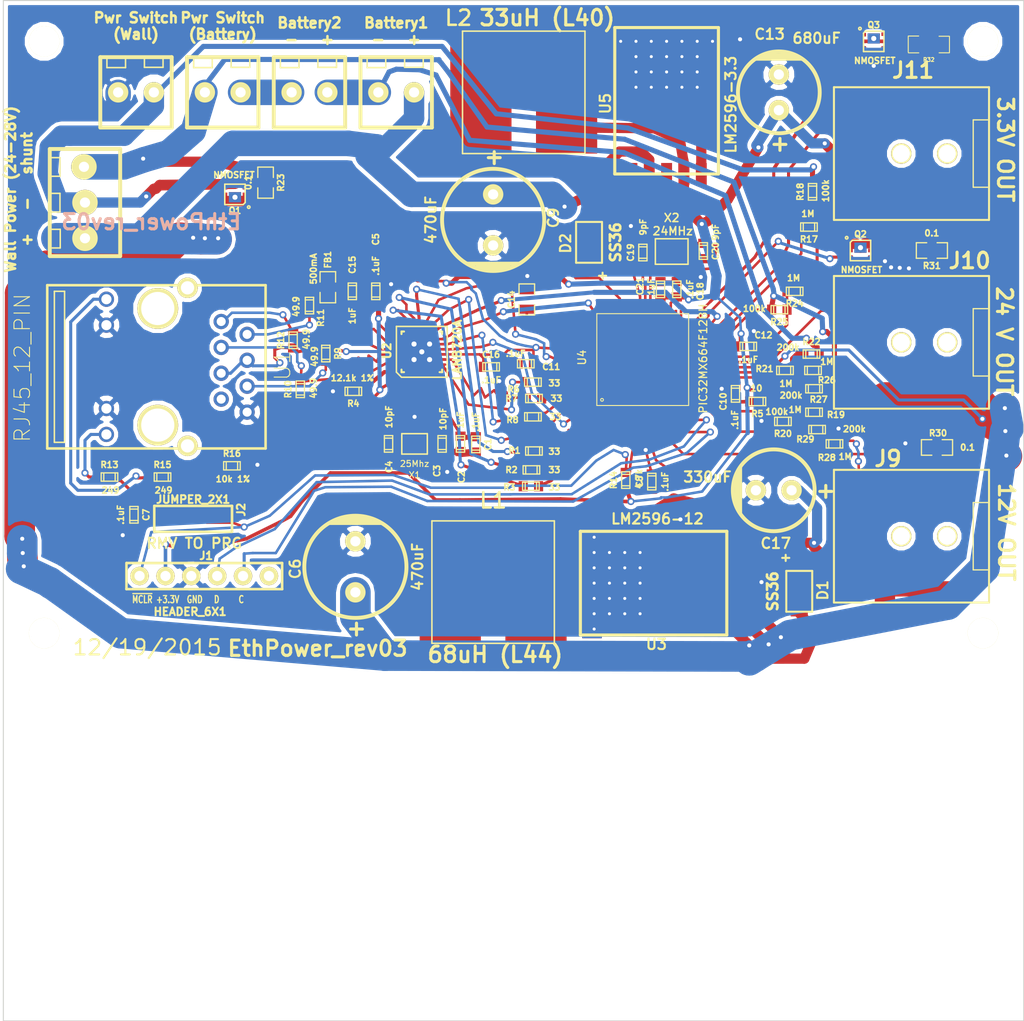
<source format=kicad_pcb>
(kicad_pcb (version 4) (host pcbnew 4.0.2+e4-6225~38~ubuntu14.04.1-stable)
  (layers (0 F.Cu signal) (31 B.Cu signal) (34 B.Paste user) (35 F.Paste user) (36 B.SilkS user) (37 F.SilkS user) (38 B.Mask user) (39 F.Mask user) (44 Edge.Cuts user))
  (net 0 "")
  (net 1 12V)
  (net 2 AVDD)
  (net 3 ECRSDV)
  (net 4 EMDC)
  (net 5 EMDIO)
  (net 6 EREFCLK)
  (net 7 ERXD0)
  (net 8 ERXD1)
  (net 9 ERXERR)
  (net 10 ETXD0)
  (net 11 ETXD1)
  (net 12 ETXEN)
  (net 13 GND)
  (net 14 GNDWALL)
  (net 15 GreenLED)
  (net 16 PGEC1_RB1)
  (net 17 PGED1_RB0)
  (net 18 RXN)
  (net 19 RXP)
  (net 20 SenseBatteryConnected)
  (net 21 SenseCurrent12v)
  (net 22 SenseCurrent24v)
  (net 23 SenseCurrent3.3v)
  (net 24 SenseCurrentCharger/GNDBATTERY)
  (net 25 SenseVolt12VOut)
  (net 26 SenseVoltBattery1)
  (net 27 SenseVoltBattery2)
  (net 28 SenseVoltFull)
  (net 29 SenseWallConnected)
  (net 30 Switch3.3V)
  (net 31 SwitchCharger)
  (net 32 TXN)
  (net 33 TXP)
  (net 34 VBat2)
  (net 35 VCAP)
  (net 36 VDD)
  (net 37 VWallVBat)
  (net 38 YellowLED)
  (net 39 nRST)
  (net 40 ~MCLR~)
  (net 41 "Net-(C1-Pad1)")
  (net 42 "Net-(C3-Pad1)")
  (net 43 "Net-(C4-Pad2)")
  (net 44 "Net-(C7-Pad1)")
  (net 45 "Net-(C10-Pad1)")
  (net 46 "Net-(C19-Pad1)")
  (net 47 "Net-(C20-Pad1)")
  (net 48 "Net-(D1-Pad1)")
  (net 49 "Net-(D2-Pad1)")
  (net 50 "Net-(J3-Pad1)")
  (net 51 "Net-(Q1-Pad3)")
  (net 52 "Net-(Q2-Pad3)")
  (net 53 "Net-(Q3-Pad3)")
  (net 54 "Net-(R1-Pad1)")
  (net 55 "Net-(R2-Pad1)")
  (net 56 "Net-(R3-Pad1)")
  (net 57 "Net-(R4-Pad1)")
  (net 58 "Net-(R6-Pad1)")
  (net 59 "Net-(R7-Pad1)")
  (net 60 "Net-(R8-Pad1)")
  (net 61 "Net-(R13-Pad2)")
  (net 62 "Net-(R15-Pad2)")
  (net 63 Switch24V)
  (module ted_connectors:TED_RJ45_12pin_Top (layer F.Cu) (at 101 90.9 270)
    (fp_text reference U1 (at -0.1524 -12.36472 270) (layer F.SilkS) (effects (font (thickness 0.09906))))
    (fp_text value RJ45_12_PIN (at 0.1016 13.13688 270) (layer F.SilkS) (effects (font (thickness 0.09906))))
    (pad 9 thru_hole circle (at -6.625 4.9 270) (size 1.5 1.5) (drill 1) (layers *.Mask B.Cu B.Paste) (net 15 GreenLED) (clearance 0.2))
    (pad 10 thru_hole circle (at -4.085 4.9 270) (size 1.5 1.5) (drill 1) (layers *.Mask B.Cu B.Paste) (net 13 GND) (clearance 0.2))
    (pad 11 thru_hole circle (at 4.085 4.9 270) (size 1.5 1.5) (drill 1) (layers *.Mask B.Cu B.Paste) (net 13 GND) (clearance 0.2))
    (pad 12 thru_hole circle (at 6.625 4.9 270) (size 1.5 1.5) (drill 1) (layers *.Mask B.Cu B.Paste) (net 38 YellowLED) (clearance 0.2))
    (pad 1 thru_hole circle (at -4.44 -6.35 270) (size 1.5 1.5) (drill 0.89) (layers *.Cu *.Mask B.Paste) (net 33 TXP) (clearance 0.2))
    (pad 5 thru_hole circle (at 0.63 -6.35 270) (size 1.5 1.5) (drill 0.89) (layers *.Mask B.Cu B.Paste) (net 2 AVDD) (clearance 0.2))
    (pad 3 thru_hole circle (at -1.9 -6.35 270) (size 1.5 1.5) (drill 0.89) (layers *.Mask B.Cu B.Paste) (net 19 RXP) (clearance 0.2))
    (pad 7 thru_hole circle (at 3.17 -6.35 270) (size 1.5 1.5) (drill 0.89) (layers *.Mask B.Cu B.Paste) (clearance 0.2))
    (pad 2 thru_hole circle (at -3.18 -8.89 270) (size 1.5 1.5) (drill 0.89) (layers *.Cu *.Mask B.Paste) (net 32 TXN) (clearance 0.2))
    (pad 6 thru_hole circle (at 1.9 -8.89 270) (size 1.5 1.5) (drill 0.89) (layers *.Mask B.Cu B.Paste) (net 18 RXN) (clearance 0.2))
    (pad 4 thru_hole circle (at -0.64 -8.89 270) (size 1.5 1.5) (drill 0.89) (layers *.Mask B.Cu B.Paste) (net 2 AVDD) (clearance 0.2))
    (pad "" np_thru_hole circle (at 5.715 -0.13208 270) (size 4 4) (drill 3.25) (layers *.Cu *.Mask F.SilkS) (clearance 0.3))
    (pad "" np_thru_hole circle (at -5.715 -0.13208 270) (size 4 4) (drill 3.25) (layers *.Cu *.Mask F.SilkS) (clearance 0.3))
    (pad "" np_thru_hole circle (at -7.745 -3.05 270) (size 2 2) (drill 1.3) (layers *.Cu *.Mask F.SilkS) (clearance 0.3))
    (pad "" np_thru_hole circle (at 7.745 -3.05 270) (size 2 2) (drill 1.3) (layers *.Cu *.Mask F.SilkS) (clearance 0.3))
    (pad 8 thru_hole circle (at 4.44 -8.89 270) (size 1.5 1.5) (drill 0.89) (layers *.Mask B.Cu B.Paste) (net 13 GND) (clearance 0.2))
  )
  (module ted_capacitors:TED_c_elec_radial_8mm (layer F.Cu) (at 162 64 90)
    (fp_text reference C13 (at 5.7 -0.9 180) (layer F.SilkS) (effects (font (size 1.016 1.016) (thickness 0.2032))))
    (fp_text value 680uF (at 5.3 3.7 180) (layer F.SilkS) (effects (font (size 1.016 1.016) (thickness 0.2032))))
    (fp_text user + (at -5.1 0 90) (layer F.SilkS) (effects (font (thickness 0.3048))))
    (pad 1 thru_hole circle (at -1.75 0 90) (size 2 2) (drill 1) (layers *.Mask B.Cu F.SilkS) (net 36 VDD))
    (pad 2 thru_hole circle (at 1.75 0 90) (size 2 2) (drill 1) (layers *.Mask B.Cu F.SilkS) (net 13 GND))
  )
  (module ted_capacitors:TED_SM0603_C (layer F.Cu) (at 132.3 98.5 270)
    (fp_text reference C1 (at 0 -1.2 270) (layer F.SilkS) (effects (font (size 0.6 0.6))))
    (fp_text value .1uF (at -2.2 0 270) (layer F.SilkS) (effects (font (size 0.6 0.6))))
    (pad 2 smd rect (at 0.75184 0 270) (size 0.89916 1.00076) (layers F.Cu F.Paste F.Mask) (net 13 GND) (clearance 0.1))
    (pad 1 smd rect (at -0.75184 0 270) (size 0.89916 1.00076) (layers F.Cu F.Paste F.Mask) (net 41 "Net-(C1-Pad1)") (clearance 0.1))
  )
  (module ted_capacitors:TED_SM0603_C (layer F.Cu) (at 130.8 98.45 270)
    (fp_text reference C2 (at 3.25 -0.1 270) (layer F.SilkS) (effects (font (size 0.6 0.6))))
    (fp_text value 1uF (at -2.35 0 270) (layer F.SilkS) (effects (font (size 0.6 0.6))))
    (pad 2 smd rect (at 0.75184 0 270) (size 0.89916 1.00076) (layers F.Cu F.Paste F.Mask) (net 13 GND) (clearance 0.1))
    (pad 1 smd rect (at -0.75184 0 270) (size 0.89916 1.00076) (layers F.Cu F.Paste F.Mask) (net 41 "Net-(C1-Pad1)") (clearance 0.1))
  )
  (module ted_capacitors:TED_SM0603_C (layer F.Cu) (at 129 98.45 270)
    (fp_text reference C3 (at 2.65 0.5 270) (layer F.SilkS) (effects (font (size 0.6 0.6))))
    (fp_text value 10pF (at -2.45 -0.1 270) (layer F.SilkS) (effects (font (size 0.6 0.6))))
    (pad 2 smd rect (at 0.75184 0 270) (size 0.89916 1.00076) (layers F.Cu F.Paste F.Mask) (net 13 GND) (clearance 0.1))
    (pad 1 smd rect (at -0.75184 0 270) (size 0.89916 1.00076) (layers F.Cu F.Paste F.Mask) (net 42 "Net-(C3-Pad1)") (clearance 0.1))
  )
  (module ted_capacitors:TED_SM0603_C (layer F.Cu) (at 123.75 98.45 270)
    (fp_text reference C4 (at 2.25 -0.05 270) (layer F.SilkS) (effects (font (size 0.6 0.6))))
    (fp_text value 10pF (at -2.65 -0.05 270) (layer F.SilkS) (effects (font (size 0.6 0.6))))
    (pad 2 smd rect (at 0.75184 0 270) (size 0.89916 1.00076) (layers F.Cu F.Paste F.Mask) (net 43 "Net-(C4-Pad2)") (clearance 0.1))
    (pad 1 smd rect (at -0.75184 0 270) (size 0.89916 1.00076) (layers F.Cu F.Paste F.Mask) (net 13 GND) (clearance 0.1))
  )
  (module ted_capacitors:TED_SM0603_C (layer F.Cu) (at 122.5 83.5 90)
    (fp_text reference C5 (at 5.1 0 90) (layer F.SilkS) (effects (font (size 0.6 0.6))))
    (fp_text value .1uF (at 2.5 0 90) (layer F.SilkS) (effects (font (size 0.6 0.6))))
    (pad 2 smd rect (at 0.75184 0 90) (size 0.89916 1.00076) (layers F.Cu F.Paste F.Mask) (net 13 GND) (clearance 0.1))
    (pad 1 smd rect (at -0.75184 0 90) (size 0.89916 1.00076) (layers F.Cu F.Paste F.Mask) (net 2 AVDD) (clearance 0.1))
  )
  (module ted_capacitors:TED_c_elec_radial_10mm (layer F.Cu) (at 120.5 110.5 90)
    (fp_text reference C6 (at -0.2 -5.9 90) (layer F.SilkS) (effects (font (size 1.016 1.016) (thickness 0.2032))))
    (fp_text value 470uF (at 0 6.1 90) (layer F.SilkS) (effects (font (size 1.016 1.016) (thickness 0.2032))))
    (fp_text user + (at -6.1 0 90) (layer F.SilkS) (effects (font (thickness 0.3048))))
    (pad 1 thru_hole circle (at -2.5 0 90) (size 2 2) (drill 1) (layers *.Mask B.Cu F.SilkS) (net 37 VWallVBat))
    (pad 2 thru_hole circle (at 2.5 0 90) (size 2 2) (drill 1) (layers *.Mask B.Cu F.SilkS) (net 13 GND))
  )
  (module ted_capacitors:TED_SM0603_C (layer F.Cu) (at 98.8 105.4 270)
    (fp_text reference C7 (at 0 -1.2 270) (layer F.SilkS) (effects (font (size 0.6 0.6))))
    (fp_text value .1uF (at 0 1.3 270) (layer F.SilkS) (effects (font (size 0.6 0.6))))
    (pad 2 smd rect (at 0.75184 0 270) (size 0.89916 1.00076) (layers F.Cu F.Paste F.Mask) (net 13 GND) (clearance 0.1))
    (pad 1 smd rect (at -0.75184 0 270) (size 0.89916 1.00076) (layers F.Cu F.Paste F.Mask) (net 44 "Net-(C7-Pad1)") (clearance 0.1))
  )
  (module ted_capacitors:TED_SM0603_C (layer F.Cu) (at 149.55 102.15 90)
    (fp_text reference C8 (at 0 -1.2 90) (layer F.SilkS) (effects (font (size 0.6 0.6))))
    (fp_text value .1uF (at 0 1.3 90) (layer F.SilkS) (effects (font (size 0.6 0.6))))
    (pad 2 smd rect (at 0.75184 0 90) (size 0.89916 1.00076) (layers F.Cu F.Paste F.Mask) (net 13 GND) (clearance 0.1))
    (pad 1 smd rect (at -0.75184 0 90) (size 0.89916 1.00076) (layers F.Cu F.Paste F.Mask) (net 36 VDD) (clearance 0.1))
  )
  (module ted_capacitors:TED_c_elec_radial_10mm (layer F.Cu) (at 134 76.5 270)
    (fp_text reference C9 (at -0.2 -5.9 270) (layer F.SilkS) (effects (font (size 1.016 1.016) (thickness 0.2032))))
    (fp_text value 470uF (at 0 6.1 270) (layer F.SilkS) (effects (font (size 1.016 1.016) (thickness 0.2032))))
    (fp_text user + (at -6.1 0 270) (layer F.SilkS) (effects (font (thickness 0.3048))))
    (pad 1 thru_hole circle (at -2.5 0 270) (size 2 2) (drill 1) (layers *.Mask B.Cu F.SilkS) (net 37 VWallVBat))
    (pad 2 thru_hole circle (at 2.5 0 270) (size 2 2) (drill 1) (layers *.Mask B.Cu F.SilkS) (net 13 GND))
  )
  (module ted_capacitors:TED_SM0603_C (layer F.Cu) (at 157.75 93.55 90)
    (fp_text reference C10 (at -0.75 -1.2 90) (layer F.SilkS) (effects (font (size 0.6 0.6))))
    (fp_text value .1uF (at -2.55 -0.05 90) (layer F.SilkS) (effects (font (size 0.6 0.6))))
    (pad 2 smd rect (at 0.75184 0 90) (size 0.89916 1.00076) (layers F.Cu F.Paste F.Mask) (net 13 GND) (clearance 0.1))
    (pad 1 smd rect (at -0.75184 0 90) (size 0.89916 1.00076) (layers F.Cu F.Paste F.Mask) (net 45 "Net-(C10-Pad1)") (clearance 0.1))
  )
  (module ted_capacitors:TED_SM0603_C (layer F.Cu) (at 137.2 90.6 180)
    (fp_text reference C11 (at -2.5 -0.3 180) (layer F.SilkS) (effects (font (size 0.6 0.6))))
    (fp_text value .1uF (at 1 1 180) (layer F.SilkS) (effects (font (size 0.6 0.6))))
    (pad 2 smd rect (at 0.75184 0 180) (size 0.89916 1.00076) (layers F.Cu F.Paste F.Mask) (net 13 GND) (clearance 0.1))
    (pad 1 smd rect (at -0.75184 0 180) (size 0.89916 1.00076) (layers F.Cu F.Paste F.Mask) (net 36 VDD) (clearance 0.1))
  )
  (module ted_capacitors:TED_SM0603_C (layer F.Cu) (at 159 88.9)
    (fp_text reference C12 (at 1.5 -1.1) (layer F.SilkS) (effects (font (size 0.6 0.6))))
    (fp_text value .1uF (at 0 1.3) (layer F.SilkS) (effects (font (size 0.6 0.6))))
    (pad 2 smd rect (at 0.75184 0) (size 0.89916 1.00076) (layers F.Cu F.Paste F.Mask) (net 13 GND) (clearance 0.1))
    (pad 1 smd rect (at -0.75184 0) (size 0.89916 1.00076) (layers F.Cu F.Paste F.Mask) (net 36 VDD) (clearance 0.1))
  )
  (module ted_capacitors:TED_SM0805_C (layer F.Cu) (at 137.3 84.3 90)
    (fp_text reference C14 (at 0 -1.5 90) (layer F.SilkS) (effects (font (size 0.6 0.6))))
    (fp_text value "10uF (low ESR 1ohm)" hide)
    (pad 1 smd rect (at -0.9525 0 90) (size 0.889 1.397) (layers F.Cu F.Paste F.Mask) (net 35 VCAP))
    (pad 2 smd rect (at 0.9525 0 90) (size 0.889 1.397) (layers F.Cu F.Paste F.Mask) (net 13 GND))
  )
  (module ted_capacitors:TED_SM0603_C (layer F.Cu) (at 120.2 83.5 90)
    (fp_text reference C15 (at 2.6 0 90) (layer F.SilkS) (effects (font (size 0.6 0.6))))
    (fp_text value 1uF (at -2.4 0 90) (layer F.SilkS) (effects (font (size 0.6 0.6))))
    (pad 2 smd rect (at 0.75184 0 90) (size 0.89916 1.00076) (layers F.Cu F.Paste F.Mask) (net 13 GND) (clearance 0.1))
    (pad 1 smd rect (at -0.75184 0 90) (size 0.89916 1.00076) (layers F.Cu F.Paste F.Mask) (net 2 AVDD) (clearance 0.1))
  )
  (module ted_capacitors:TED_SM0603_C (layer F.Cu) (at 133.8 90.9)
    (fp_text reference C16 (at 0 -1.2) (layer F.SilkS) (effects (font (size 0.6 0.6))))
    (fp_text value .1uF (at 0 1.3) (layer F.SilkS) (effects (font (size 0.6 0.6))))
    (pad 2 smd rect (at 0.75184 0) (size 0.89916 1.00076) (layers F.Cu F.Paste F.Mask) (net 13 GND) (clearance 0.1))
    (pad 1 smd rect (at -0.75184 0) (size 0.89916 1.00076) (layers F.Cu F.Paste F.Mask) (net 36 VDD) (clearance 0.1))
  )
  (module ted_capacitors:TED_SM0603_C (layer F.Cu) (at 152 83.3 90)
    (fp_text reference C18 (at -0.2 2.3 90) (layer F.SilkS) (effects (font (size 0.6 0.6))))
    (fp_text value .1uF (at 0 1.3 90) (layer F.SilkS) (effects (font (size 0.6 0.6))))
    (pad 2 smd rect (at 0.75184 0 90) (size 0.89916 1.00076) (layers F.Cu F.Paste F.Mask) (net 13 GND) (clearance 0.1))
    (pad 1 smd rect (at -0.75184 0 90) (size 0.89916 1.00076) (layers F.Cu F.Paste F.Mask) (net 36 VDD) (clearance 0.1))
  )
  (module ted_capacitors:TED_SM0603_C (layer F.Cu) (at 148.675 79.7 90)
    (fp_text reference C19 (at 0 -1.2 90) (layer F.SilkS) (effects (font (size 0.6 0.6))))
    (fp_text value 9pF (at 2.5 0.025 90) (layer F.SilkS) (effects (font (size 0.6 0.6))))
    (pad 2 smd rect (at 0.75184 0 90) (size 0.89916 1.00076) (layers F.Cu F.Paste F.Mask) (net 13 GND) (clearance 0.1))
    (pad 1 smd rect (at -0.75184 0 90) (size 0.89916 1.00076) (layers F.Cu F.Paste F.Mask) (net 46 "Net-(C19-Pad1)") (clearance 0.1))
  )
  (module ted_capacitors:TED_SM0603_C (layer F.Cu) (at 154.6 79.55 270)
    (fp_text reference C20 (at 0 -1.2 270) (layer F.SilkS) (effects (font (size 0.6 0.6))))
    (fp_text value 9pF (at -1.85 -1.2 270) (layer F.SilkS) (effects (font (size 0.6 0.6))))
    (pad 2 smd rect (at 0.75184 0 270) (size 0.89916 1.00076) (layers F.Cu F.Paste F.Mask) (net 13 GND) (clearance 0.1))
    (pad 1 smd rect (at -0.75184 0 270) (size 0.89916 1.00076) (layers F.Cu F.Paste F.Mask) (net 47 "Net-(C20-Pad1)") (clearance 0.1))
  )
  (module ted_capacitors:TED_SM0603_C (layer F.Cu) (at 150.4 83.3 90)
    (fp_text reference C21 (at 0.3 -2 90) (layer F.SilkS) (effects (font (size 0.6 0.6))))
    (fp_text value .1uF (at 0.1 -0.9 90) (layer F.SilkS) (effects (font (size 0.6 0.6))))
    (pad 2 smd rect (at 0.75184 0 90) (size 0.89916 1.00076) (layers F.Cu F.Paste F.Mask) (net 13 GND) (clearance 0.1))
    (pad 1 smd rect (at -0.75184 0 90) (size 0.89916 1.00076) (layers F.Cu F.Paste F.Mask) (net 36 VDD) (clearance 0.1))
  )
  (module ted_resistors:TED_SM0805_R (layer F.Cu) (at 117.8 83.1 270)
    (fp_text reference FB1 (at -2.7 0 270) (layer F.SilkS) (effects (font (size 0.6 0.6))))
    (fp_text value 500mA (at -1.8 1.4 270) (layer F.SilkS) (effects (font (size 0.6 0.6))))
    (pad 1 smd rect (at -0.9525 0 270) (size 0.889 1.397) (layers F.Cu F.Paste F.Mask) (net 36 VDD))
    (pad 2 smd rect (at 0.9525 0 270) (size 0.889 1.397) (layers F.Cu F.Paste F.Mask) (net 2 AVDD))
  )
  (module ted_holes:TED_Hole_3mm (layer F.Cu) (at 90 117)
    (fp_text reference H1 hide)
    (fp_text value HOLE hide)
    (pad "" np_thru_hole circle (at 0 0) (size 3 3) (drill 3) (layers *.Cu *.Mask F.SilkS))
  )
  (module ted_holes:TED_Hole_3mm (layer F.Cu) (at 90 59)
    (fp_text reference H2 hide)
    (fp_text value HOLE hide)
    (pad "" np_thru_hole circle (at 0 0) (size 3 3) (drill 3) (layers *.Cu *.Mask F.SilkS))
  )
  (module ted_holes:TED_Hole_3mm (layer F.Cu) (at 182 117)
    (fp_text reference H3 hide)
    (fp_text value HOLE hide)
    (pad "" np_thru_hole circle (at 0 0) (size 3 3) (drill 3) (layers *.Cu *.Mask F.SilkS))
  )
  (module ted_holes:TED_Hole_3mm (layer F.Cu) (at 182 59)
    (fp_text reference H4 hide)
    (fp_text value HOLE hide)
    (pad "" np_thru_hole circle (at 0 0) (size 3 3) (drill 3) (layers *.Cu *.Mask F.SilkS))
  )
  (module ted_connectors:TED_HEADER_6x1 (layer F.Cu) (at 105.7 111.4)
    (fp_text reference J1 (at 0.1778 -1.98628) (layer F.SilkS) (effects (font (size 0.762 0.762) (thickness 0.1905))))
    (fp_text value HEADER_6X1 (at -1.4 3.5) (layer F.SilkS) (effects (font (size 0.762 0.762) (thickness 0.1905))))
    (pad 5 thru_hole circle (at 3.78968 0) (size 1.8 1.8) (drill 1) (layers *.Cu *.Mask F.SilkS) (net 16 PGEC1_RB1))
    (pad 6 thru_hole circle (at 6.32968 0) (size 1.8 1.8) (drill 1) (layers *.Cu *.Mask F.SilkS))
    (pad 1 thru_hole circle (at -6.35 0) (size 1.8 1.8) (drill 1) (layers *.Cu *.Mask F.SilkS) (net 40 ~MCLR~))
    (pad 2 thru_hole circle (at -3.81 0) (size 1.8 1.8) (drill 1) (layers *.Cu *.Mask F.SilkS) (net 36 VDD))
    (pad 4 thru_hole circle (at 1.25984 0) (size 1.8 1.8) (drill 1) (layers *.Cu *.Mask F.SilkS) (net 17 PGED1_RB0))
    (pad 3 thru_hole circle (at -1.28016 0) (size 1.8 1.8) (drill 1) (layers *.Cu *.Mask F.SilkS) (net 13 GND))
  )
  (module ted_connectors:TED_HEADER_2x1_SMT (layer F.Cu) (at 104.6 105.8 270)
    (fp_text reference J2 (at -0.9 -4.7 270) (layer F.SilkS) (effects (font (size 0.762 0.762) (thickness 0.1905))))
    (fp_text value JUMPER_2X1 (at -1.9 0 360) (layer F.SilkS) (effects (font (size 0.762 0.762) (thickness 0.1905))))
    (pad 1 smd rect (at 0 2.54 270) (size 0.9906 2.54) (layers F.Cu F.Paste F.Mask) (net 44 "Net-(C7-Pad1)") (clearance 0.508))
    (pad 2 smd rect (at 0 -2.54 270) (size 0.9906 2.54) (layers F.Cu F.Paste F.Mask) (net 40 ~MCLR~) (clearance 0.508))
  )
  (module ted_connectors:TED_TERMINAL_3.5MM_2PIN (layer F.Cu) (at 116 64)
    (fp_text reference J3 hide)
    (fp_text value TERMINAL_2X1 hide)
    (pad 1 thru_hole circle (at -1.75006 0) (size 2 2) (drill 1) (layers *.Mask B.Cu F.SilkS) (net 50 "Net-(J3-Pad1)") (clearance 0.75))
    (pad 2 thru_hole circle (at 1.75006 0) (size 2 2) (drill 1) (layers *.Mask B.Cu F.SilkS) (net 34 VBat2) (clearance 0.75))
  )
  (module ted_connectors:TED_TERMINAL_3.5MM_2PIN (layer F.Cu) (at 99 64)
    (fp_text reference J5 hide)
    (fp_text value TERMINAL_2X1 hide)
    (pad 1 thru_hole circle (at -1.75006 0) (size 2 2) (drill 1) (layers *.Mask B.Cu F.SilkS) (net 13 GND) (clearance 0.75))
    (pad 2 thru_hole circle (at 1.75006 0) (size 2 2) (drill 1) (layers *.Mask B.Cu F.SilkS) (net 14 GNDWALL) (clearance 0.75))
  )
  (module ted_connectors:TED_TERMINAL_3.5MM_2PIN (layer F.Cu) (at 107.5 64)
    (fp_text reference J6 hide)
    (fp_text value TERMINAL_2X1 hide)
    (pad 1 thru_hole circle (at -1.75006 0) (size 2 2) (drill 1) (layers *.Mask B.Cu F.SilkS) (net 24 SenseCurrentCharger/GNDBATTERY) (clearance 0.75))
    (pad 2 thru_hole circle (at 1.75006 0) (size 2 2) (drill 1) (layers *.Mask B.Cu F.SilkS) (net 50 "Net-(J3-Pad1)") (clearance 0.75))
  )
  (module ted_connectors:TED_TERMINAL_3.5MM_2PIN (layer F.Cu) (at 124.5 64)
    (fp_text reference J7 hide)
    (fp_text value TERMINAL_2X1 hide)
    (pad 1 thru_hole circle (at -1.75006 0) (size 2 2) (drill 1) (layers *.Mask B.Cu F.SilkS) (net 34 VBat2) (clearance 0.75))
    (pad 2 thru_hole circle (at 1.75006 0) (size 2 2) (drill 1) (layers *.Mask B.Cu F.SilkS) (net 37 VWallVBat) (clearance 0.75))
  )
  (module ted_connectors:TED_TERMINAL_3.5MM_3PIN (layer F.Cu) (at 94 74.8 90)
    (fp_text reference J8 hide)
    (fp_text value TERMINAL_3X1 hide)
    (pad 3 thru_hole circle (at 3.5 -0.1 90) (size 2.5 2.5) (drill 1) (layers *.Mask B.Cu F.SilkS) (net 24 SenseCurrentCharger/GNDBATTERY) (clearance 0.5))
    (pad 1 thru_hole circle (at -3.5 0 90) (size 2.5 2.5) (drill 1) (layers *.Mask B.Cu F.SilkS) (net 37 VWallVBat) (clearance 0.5))
    (pad 2 thru_hole circle (at 0 0 90) (size 2.5 2.5) (drill 1) (layers *.Mask B.Cu F.SilkS) (net 14 GNDWALL) (clearance 0.5))
  )
  (module ted_connectors:TED_2.1mm_DC_SMD (layer F.Cu) (at 175 107.5)
    (fp_text reference J9 (at -2.3 -7.6) (layer F.SilkS) (effects (font (thickness 0.3048))))
    (fp_text value DC_2.1MM hide)
    (pad "" np_thru_hole circle (at -1.00076 0) (size 1.99898 1.99898) (drill 1.69926) (layers *.Cu *.Mask F.SilkS))
    (pad 1 smd rect (at 3.50012 5.4102) (size 1.99898 1.99898) (layers F.Cu F.Paste F.Mask) (net 1 12V))
    (pad 1 smd rect (at -2.60096 5.4102) (size 1.99898 1.99898) (layers F.Cu F.Paste F.Mask) (net 1 12V))
    (pad 2 smd rect (at 3.50012 -5.41528) (size 1.99898 1.99898) (layers F.Cu F.Paste F.Mask) (net 21 SenseCurrent12v))
    (pad 3 smd rect (at -2.60096 -5.41528) (size 1.99898 1.99898) (layers F.Cu F.Paste F.Mask))
    (pad "" np_thru_hole circle (at 3.50012 0) (size 1.99898 1.99898) (drill 1.69926) (layers *.Cu *.Mask F.SilkS))
  )
  (module ted_connectors:TED_2.1mm_DC_SMD (layer F.Cu) (at 175 88.5)
    (fp_text reference J10 (at 5.7 -8) (layer F.SilkS) (effects (font (thickness 0.3048))))
    (fp_text value DC_2.1MM hide)
    (pad "" np_thru_hole circle (at -1.00076 0) (size 1.99898 1.99898) (drill 1.69926) (layers *.Cu *.Mask F.SilkS))
    (pad 1 smd rect (at 3.50012 5.4102) (size 1.99898 1.99898) (layers F.Cu F.Paste F.Mask) (net 37 VWallVBat))
    (pad 1 smd rect (at -2.60096 5.4102) (size 1.99898 1.99898) (layers F.Cu F.Paste F.Mask) (net 37 VWallVBat))
    (pad 2 smd rect (at 3.50012 -5.41528) (size 1.99898 1.99898) (layers F.Cu F.Paste F.Mask) (net 22 SenseCurrent24v))
    (pad 3 smd rect (at -2.60096 -5.41528) (size 1.99898 1.99898) (layers F.Cu F.Paste F.Mask))
    (pad "" np_thru_hole circle (at 3.50012 0) (size 1.99898 1.99898) (drill 1.69926) (layers *.Cu *.Mask F.SilkS))
  )
  (module ted_connectors:TED_2.1mm_DC_SMD (layer F.Cu) (at 175 70)
    (fp_text reference J11 (at 0.15748 -8.15848) (layer F.SilkS) (effects (font (thickness 0.3048))))
    (fp_text value DC_2.1MM hide)
    (pad "" np_thru_hole circle (at -1.00076 0) (size 1.99898 1.99898) (drill 1.69926) (layers *.Cu *.Mask F.SilkS))
    (pad 1 smd rect (at 3.50012 5.4102) (size 1.99898 1.99898) (layers F.Cu F.Paste F.Mask) (net 36 VDD))
    (pad 1 smd rect (at -2.60096 5.4102) (size 1.99898 1.99898) (layers F.Cu F.Paste F.Mask) (net 36 VDD))
    (pad 2 smd rect (at 3.50012 -5.41528) (size 1.99898 1.99898) (layers F.Cu F.Paste F.Mask) (net 23 SenseCurrent3.3v))
    (pad 3 smd rect (at -2.60096 -5.41528) (size 1.99898 1.99898) (layers F.Cu F.Paste F.Mask))
    (pad "" np_thru_hole circle (at 3.50012 0) (size 1.99898 1.99898) (drill 1.69926) (layers *.Cu *.Mask F.SilkS))
  )
  (module ted_inductors:INDUCTOR_12x12_SMD (layer F.Cu) (at 134 112)
    (fp_text reference L1 (at 0 -8) (layer F.SilkS) (effects (font (size 1.5 1.5) (thickness 0.25))))
    (fp_text value "68uH (L44)" (at 0.2 7.1) (layer F.SilkS) (effects (font (thickness 0.3))))
    (pad 2 smd rect (at 4.2 0) (size 6 12) (layers F.Cu F.Paste F.Mask) (net 1 12V))
    (pad 1 smd rect (at -4.2 0) (size 6 12) (layers F.Cu F.Paste F.Mask) (net 48 "Net-(D1-Pad1)"))
  )
  (module ted_inductors:INDUCTOR_12x12_SMD (layer F.Cu) (at 137 64)
    (fp_text reference L2 (at -6.4 -7.3) (layer F.SilkS) (effects (font (size 1.5 1.5) (thickness 0.25))))
    (fp_text value "33uH (L40)" (at 2.3 -7.3) (layer F.SilkS) (effects (font (thickness 0.3))))
    (pad 2 smd rect (at 4.2 0) (size 6 12) (layers F.Cu F.Paste F.Mask) (net 36 VDD))
    (pad 1 smd rect (at -4.2 0) (size 6 12) (layers F.Cu F.Paste F.Mask) (net 49 "Net-(D2-Pad1)"))
  )
  (module ted_transistors:TED_PQFN6+1 (layer F.Cu) (at 108.7 74 180)
    (fp_text reference Q1 (at 0 -1.6 180) (layer F.SilkS) (effects (font (size 0.6 0.6))))
    (fp_text value NMOSFET (at 0.1 1.9 180) (layer F.SilkS) (effects (font (size 0.6 0.6))))
    (pad 2 smd rect (at 0 1.027 180) (size 0.78 0.4) (layers F.Cu F.Paste F.Mask) (net 14 GNDWALL))
    (pad 3 smd rect (at 0 -0.28 180) (size 1.2 1) (layers F.Cu F.Paste F.Mask) (net 51 "Net-(Q1-Pad3)"))
    (pad 3 smd rect (at -1.25 -0.65 180) (size 1 0.35) (layers F.Cu F.Paste F.Mask) (net 51 "Net-(Q1-Pad3)"))
    (pad 3 smd rect (at -1.25 0 180) (size 1 0.35) (layers F.Cu F.Paste F.Mask) (net 51 "Net-(Q1-Pad3)"))
    (pad 1 smd rect (at -1.25 0.65 180) (size 1 0.35) (layers F.Cu F.Paste F.Mask) (net 31 SwitchCharger))
    (pad 2 smd rect (at 1.25 0.65 180) (size 1 0.35) (layers F.Cu F.Paste F.Mask) (net 14 GNDWALL))
    (pad 3 smd rect (at 1.25 0 180) (size 1 0.35) (layers F.Cu F.Paste F.Mask) (net 51 "Net-(Q1-Pad3)"))
    (pad 3 smd rect (at 1.25 -0.7 180) (size 1 0.35) (layers F.Cu F.Paste F.Mask) (net 51 "Net-(Q1-Pad3)"))
    (pad 3 thru_hole circle (at 0 -0.28 90) (size 0.5 0.5) (drill 0.5) (layers *.Cu) (net 51 "Net-(Q1-Pad3)"))
    (pad 3 smd rect (at 0 -0.28 180) (size 1.2 1) (layers B.Cu B.Paste B.Mask) (net 51 "Net-(Q1-Pad3)"))
  )
  (module ted_transistors:TED_PQFN6+1 (layer F.Cu) (at 170 79.5)
    (fp_text reference Q2 (at 0 -1.6) (layer F.SilkS) (effects (font (size 0.6 0.6))))
    (fp_text value NMOSFET (at 0.1 1.9) (layer F.SilkS) (effects (font (size 0.6 0.6))))
    (pad 2 smd rect (at 0 1.027) (size 0.78 0.4) (layers F.Cu F.Paste F.Mask) (net 13 GND))
    (pad 3 smd rect (at 0 -0.28) (size 1.2 1) (layers F.Cu F.Paste F.Mask) (net 52 "Net-(Q2-Pad3)"))
    (pad 3 smd rect (at -1.25 -0.65) (size 1 0.35) (layers F.Cu F.Paste F.Mask) (net 52 "Net-(Q2-Pad3)"))
    (pad 3 smd rect (at -1.25 0) (size 1 0.35) (layers F.Cu F.Paste F.Mask) (net 52 "Net-(Q2-Pad3)"))
    (pad 1 smd rect (at -1.25 0.65) (size 1 0.35) (layers F.Cu F.Paste F.Mask) (net 63 Switch24V))
    (pad 2 smd rect (at 1.25 0.65) (size 1 0.35) (layers F.Cu F.Paste F.Mask) (net 13 GND))
    (pad 3 smd rect (at 1.25 0) (size 1 0.35) (layers F.Cu F.Paste F.Mask) (net 52 "Net-(Q2-Pad3)"))
    (pad 3 smd rect (at 1.25 -0.7) (size 1 0.35) (layers F.Cu F.Paste F.Mask) (net 52 "Net-(Q2-Pad3)"))
    (pad 3 thru_hole circle (at 0 -0.28 270) (size 0.5 0.5) (drill 0.5) (layers *.Cu) (net 52 "Net-(Q2-Pad3)"))
    (pad 3 smd rect (at 0 -0.28) (size 1.2 1) (layers B.Cu B.Paste B.Mask) (net 52 "Net-(Q2-Pad3)"))
  )
  (module ted_transistors:TED_PQFN6+1 (layer F.Cu) (at 171.3 59)
    (fp_text reference Q3 (at 0 -1.6) (layer F.SilkS) (effects (font (size 0.6 0.6))))
    (fp_text value NMOSFET (at 0.1 1.9) (layer F.SilkS) (effects (font (size 0.6 0.6))))
    (pad 2 smd rect (at 0 1.027) (size 0.78 0.4) (layers F.Cu F.Paste F.Mask) (net 13 GND))
    (pad 3 smd rect (at 0 -0.28) (size 1.2 1) (layers F.Cu F.Paste F.Mask) (net 53 "Net-(Q3-Pad3)"))
    (pad 3 smd rect (at -1.25 -0.65) (size 1 0.35) (layers F.Cu F.Paste F.Mask) (net 53 "Net-(Q3-Pad3)"))
    (pad 3 smd rect (at -1.25 0) (size 1 0.35) (layers F.Cu F.Paste F.Mask) (net 53 "Net-(Q3-Pad3)"))
    (pad 1 smd rect (at -1.25 0.65) (size 1 0.35) (layers F.Cu F.Paste F.Mask) (net 30 Switch3.3V))
    (pad 2 smd rect (at 1.25 0.65) (size 1 0.35) (layers F.Cu F.Paste F.Mask) (net 13 GND))
    (pad 3 smd rect (at 1.25 0) (size 1 0.35) (layers F.Cu F.Paste F.Mask) (net 53 "Net-(Q3-Pad3)"))
    (pad 3 smd rect (at 1.25 -0.7) (size 1 0.35) (layers F.Cu F.Paste F.Mask) (net 53 "Net-(Q3-Pad3)"))
    (pad 3 thru_hole circle (at 0 -0.28 270) (size 0.5 0.5) (drill 0.5) (layers *.Cu) (net 53 "Net-(Q3-Pad3)"))
    (pad 3 smd rect (at 0 -0.28) (size 1.2 1) (layers B.Cu B.Paste B.Mask) (net 53 "Net-(Q3-Pad3)"))
  )
  (module ted_resistors:TED_SM0603_R (layer F.Cu) (at 138 99.15)
    (fp_text reference R1 (at -1.9 -0.05) (layer F.SilkS) (effects (font (size 0.6 0.6))))
    (fp_text value 33 (at 2 0.05) (layer F.SilkS) (effects (font (size 0.6 0.6))))
    (pad 2 smd rect (at 0.75184 0) (size 0.89916 1.00076) (layers F.Cu F.Paste F.Mask) (net 12 ETXEN) (clearance 0.1))
    (pad 1 smd rect (at -0.75184 0) (size 0.89916 1.00076) (layers F.Cu F.Paste F.Mask) (net 54 "Net-(R1-Pad1)") (clearance 0.1))
  )
  (module ted_resistors:TED_SM0603_R (layer F.Cu) (at 137.75 101)
    (fp_text reference R2 (at -1.95 0) (layer F.SilkS) (effects (font (size 0.6 0.6))))
    (fp_text value 33 (at 2.25 0) (layer F.SilkS) (effects (font (size 0.6 0.6))))
    (pad 2 smd rect (at 0.75184 0) (size 0.89916 1.00076) (layers F.Cu F.Paste F.Mask) (net 10 ETXD0) (clearance 0.1))
    (pad 1 smd rect (at -0.75184 0) (size 0.89916 1.00076) (layers F.Cu F.Paste F.Mask) (net 55 "Net-(R2-Pad1)") (clearance 0.1))
  )
  (module ted_resistors:TED_SM0603_R (layer F.Cu) (at 137.7 102.6)
    (fp_text reference R3 (at -2.1 0.1) (layer F.SilkS) (effects (font (size 0.6 0.6))))
    (fp_text value 33 (at 2.3 0.1) (layer F.SilkS) (effects (font (size 0.6 0.6))))
    (pad 2 smd rect (at 0.75184 0) (size 0.89916 1.00076) (layers F.Cu F.Paste F.Mask) (net 11 ETXD1) (clearance 0.1))
    (pad 1 smd rect (at -0.75184 0) (size 0.89916 1.00076) (layers F.Cu F.Paste F.Mask) (net 56 "Net-(R3-Pad1)") (clearance 0.1))
  )
  (module ted_resistors:TED_SM0603_R (layer F.Cu) (at 120.3 93.3 180)
    (fp_text reference R4 (at 0 -1.2 180) (layer F.SilkS) (effects (font (size 0.6 0.6))))
    (fp_text value "12.1k 1%" (at 0.1 1.3 180) (layer F.SilkS) (effects (font (size 0.6 0.6))))
    (pad 2 smd rect (at 0.75184 0 180) (size 0.89916 1.00076) (layers F.Cu F.Paste F.Mask) (net 13 GND) (clearance 0.1))
    (pad 1 smd rect (at -0.75184 0 180) (size 0.89916 1.00076) (layers F.Cu F.Paste F.Mask) (net 57 "Net-(R4-Pad1)") (clearance 0.1))
  )
  (module ted_resistors:TED_SM0603_R (layer F.Cu) (at 159.9 94.3 180)
    (fp_text reference R5 (at 0 -1.2 180) (layer F.SilkS) (effects (font (size 0.6 0.6))))
    (fp_text value 10 (at 0.1 1.3 180) (layer F.SilkS) (effects (font (size 0.6 0.6))))
    (pad 2 smd rect (at 0.75184 0 180) (size 0.89916 1.00076) (layers F.Cu F.Paste F.Mask) (net 45 "Net-(C10-Pad1)") (clearance 0.1))
    (pad 1 smd rect (at -0.75184 0 180) (size 0.89916 1.00076) (layers F.Cu F.Paste F.Mask) (net 36 VDD) (clearance 0.1))
  )
  (module ted_resistors:TED_SM0603_R (layer F.Cu) (at 137.9 92.4)
    (fp_text reference R6 (at -1.9 0.7) (layer F.SilkS) (effects (font (size 0.6 0.6))))
    (fp_text value 33 (at 2.1 0.1) (layer F.SilkS) (effects (font (size 0.6 0.6))))
    (pad 2 smd rect (at 0.75184 0) (size 0.89916 1.00076) (layers F.Cu F.Paste F.Mask) (net 8 ERXD1) (clearance 0.1))
    (pad 1 smd rect (at -0.75184 0) (size 0.89916 1.00076) (layers F.Cu F.Paste F.Mask) (net 58 "Net-(R6-Pad1)") (clearance 0.1))
  )
  (module ted_resistors:TED_SM0603_R (layer F.Cu) (at 138 94)
    (fp_text reference R7 (at -2.2 0) (layer F.SilkS) (effects (font (size 0.6 0.6))))
    (fp_text value 33 (at 2.2 0) (layer F.SilkS) (effects (font (size 0.6 0.6))))
    (pad 2 smd rect (at 0.75184 0) (size 0.89916 1.00076) (layers F.Cu F.Paste F.Mask) (net 7 ERXD0) (clearance 0.1))
    (pad 1 smd rect (at -0.75184 0) (size 0.89916 1.00076) (layers F.Cu F.Paste F.Mask) (net 59 "Net-(R7-Pad1)") (clearance 0.1))
  )
  (module ted_resistors:TED_SM0603_R (layer F.Cu) (at 137.9 95.8)
    (fp_text reference R8 (at -2 0.3) (layer F.SilkS) (effects (font (size 0.6 0.6))))
    (fp_text value 33 (at 2.2 0) (layer F.SilkS) (effects (font (size 0.6 0.6))))
    (pad 2 smd rect (at 0.75184 0) (size 0.89916 1.00076) (layers F.Cu F.Paste F.Mask) (net 3 ECRSDV) (clearance 0.1))
    (pad 1 smd rect (at -0.75184 0) (size 0.89916 1.00076) (layers F.Cu F.Paste F.Mask) (net 60 "Net-(R8-Pad1)") (clearance 0.1))
  )
  (module ted_resistors:TED_SM0603_R (layer F.Cu) (at 117.6 89.6 270)
    (fp_text reference R9 (at 0 -1.2 270) (layer F.SilkS) (effects (font (size 0.6 0.6))))
    (fp_text value 49.9 (at 0.3 1.1 270) (layer F.SilkS) (effects (font (size 0.6 0.6))))
    (pad 2 smd rect (at 0.75184 0 270) (size 0.89916 1.00076) (layers F.Cu F.Paste F.Mask) (net 18 RXN) (clearance 0.1))
    (pad 1 smd rect (at -0.75184 0 270) (size 0.89916 1.00076) (layers F.Cu F.Paste F.Mask) (net 2 AVDD) (clearance 0.1))
  )
  (module ted_resistors:TED_SM0603_R (layer F.Cu) (at 115.1 93.1 90)
    (fp_text reference R10 (at 0 -1.2 90) (layer F.SilkS) (effects (font (size 0.6 0.6))))
    (fp_text value 49.9 (at 0.1 1.3 90) (layer F.SilkS) (effects (font (size 0.6 0.6))))
    (pad 2 smd rect (at 0.75184 0 90) (size 0.89916 1.00076) (layers F.Cu F.Paste F.Mask) (net 19 RXP) (clearance 0.1))
    (pad 1 smd rect (at -0.75184 0 90) (size 0.89916 1.00076) (layers F.Cu F.Paste F.Mask) (net 2 AVDD) (clearance 0.1))
  )
  (module ted_resistors:TED_SM0603_R (layer F.Cu) (at 116 84.9 270)
    (fp_text reference R11 (at 1.2 -1.1 270) (layer F.SilkS) (effects (font (size 0.6 0.6))))
    (fp_text value 49.9 (at 0.1 1.3 270) (layer F.SilkS) (effects (font (size 0.6 0.6))))
    (pad 2 smd rect (at 0.75184 0 270) (size 0.89916 1.00076) (layers F.Cu F.Paste F.Mask) (net 32 TXN) (clearance 0.1))
    (pad 1 smd rect (at -0.75184 0 270) (size 0.89916 1.00076) (layers F.Cu F.Paste F.Mask) (net 2 AVDD) (clearance 0.1))
  )
  (module ted_resistors:TED_SM0603_R (layer F.Cu) (at 114.4 88.3 90)
    (fp_text reference R12 (at 0 -1.2 90) (layer F.SilkS) (effects (font (size 0.6 0.6))))
    (fp_text value 49.9 (at 0.1 1.3 90) (layer F.SilkS) (effects (font (size 0.6 0.6))))
    (pad 2 smd rect (at 0.75184 0 90) (size 0.89916 1.00076) (layers F.Cu F.Paste F.Mask) (net 33 TXP) (clearance 0.1))
    (pad 1 smd rect (at -0.75184 0 90) (size 0.89916 1.00076) (layers F.Cu F.Paste F.Mask) (net 2 AVDD) (clearance 0.1))
  )
  (module ted_resistors:TED_SM0603_R (layer F.Cu) (at 96.4 101.7)
    (fp_text reference R13 (at 0 -1.2) (layer F.SilkS) (effects (font (size 0.6 0.6))))
    (fp_text value 249 (at 0.1 1.3) (layer F.SilkS) (effects (font (size 0.6 0.6))))
    (pad 2 smd rect (at 0.75184 0) (size 0.89916 1.00076) (layers F.Cu F.Paste F.Mask) (net 61 "Net-(R13-Pad2)") (clearance 0.1))
    (pad 1 smd rect (at -0.75184 0) (size 0.89916 1.00076) (layers F.Cu F.Paste F.Mask) (net 38 YellowLED) (clearance 0.1))
  )
  (module ted_resistors:TED_SM0603_R (layer F.Cu) (at 147 102 90)
    (fp_text reference R14 (at 0 -1.2 90) (layer F.SilkS) (effects (font (size 0.6 0.6))))
    (fp_text value 4.7k (at 0.1 1.3 90) (layer F.SilkS) (effects (font (size 0.6 0.6))))
    (pad 2 smd rect (at 0.75184 0 90) (size 0.89916 1.00076) (layers F.Cu F.Paste F.Mask) (net 40 ~MCLR~) (clearance 0.1))
    (pad 1 smd rect (at -0.75184 0 90) (size 0.89916 1.00076) (layers F.Cu F.Paste F.Mask) (net 36 VDD) (clearance 0.1))
  )
  (module ted_resistors:TED_SM0603_R (layer F.Cu) (at 101.6 101.7)
    (fp_text reference R15 (at 0 -1.2) (layer F.SilkS) (effects (font (size 0.6 0.6))))
    (fp_text value 249 (at 0.1 1.3) (layer F.SilkS) (effects (font (size 0.6 0.6))))
    (pad 2 smd rect (at 0.75184 0) (size 0.89916 1.00076) (layers F.Cu F.Paste F.Mask) (net 62 "Net-(R15-Pad2)") (clearance 0.1))
    (pad 1 smd rect (at -0.75184 0) (size 0.89916 1.00076) (layers F.Cu F.Paste F.Mask) (net 15 GreenLED) (clearance 0.1))
  )
  (module ted_resistors:TED_SM0603_R (layer F.Cu) (at 108.4 100.6)
    (fp_text reference R16 (at 0 -1.2) (layer F.SilkS) (effects (font (size 0.6 0.6))))
    (fp_text value "10k 1%" (at 0.1 1.3) (layer F.SilkS) (effects (font (size 0.6 0.6))))
    (pad 2 smd rect (at 0.75184 0) (size 0.89916 1.00076) (layers F.Cu F.Paste F.Mask) (net 13 GND) (clearance 0.1))
    (pad 1 smd rect (at -0.75184 0) (size 0.89916 1.00076) (layers F.Cu F.Paste F.Mask) (net 62 "Net-(R15-Pad2)") (clearance 0.1))
  )
  (module ted_resistors:TED_SM0603_R (layer F.Cu) (at 164.95 77.2 180)
    (fp_text reference R17 (at 0 -1.2 180) (layer F.SilkS) (effects (font (size 0.6 0.6))))
    (fp_text value 1M (at 0.1 1.3 180) (layer F.SilkS) (effects (font (size 0.6 0.6))))
    (pad 2 smd rect (at 0.75184 0 180) (size 0.89916 1.00076) (layers F.Cu F.Paste F.Mask) (net 29 SenseWallConnected) (clearance 0.1))
    (pad 1 smd rect (at -0.75184 0 180) (size 0.89916 1.00076) (layers F.Cu F.Paste F.Mask) (net 36 VDD) (clearance 0.1))
  )
  (module ted_resistors:TED_SM0603_R (layer F.Cu) (at 165.3 73.75 90)
    (fp_text reference R18 (at 0 -1.2 90) (layer F.SilkS) (effects (font (size 0.6 0.6))))
    (fp_text value 100k (at 0.1 1.3 90) (layer F.SilkS) (effects (font (size 0.6 0.6))))
    (pad 2 smd rect (at 0.75184 0 90) (size 0.89916 1.00076) (layers F.Cu F.Paste F.Mask) (net 14 GNDWALL) (clearance 0.1))
    (pad 1 smd rect (at -0.75184 0 90) (size 0.89916 1.00076) (layers F.Cu F.Paste F.Mask) (net 29 SenseWallConnected) (clearance 0.1))
  )
  (module ted_resistors:TED_SM0603_R (layer F.Cu) (at 165.45 95.35 180)
    (fp_text reference R19 (at -2.15 -0.25 180) (layer F.SilkS) (effects (font (size 0.6 0.6))))
    (fp_text value 1M (at 1.85 0.25 180) (layer F.SilkS) (effects (font (size 0.6 0.6))))
    (pad 2 smd rect (at 0.75184 0 180) (size 0.89916 1.00076) (layers F.Cu F.Paste F.Mask) (net 28 SenseVoltFull) (clearance 0.1))
    (pad 1 smd rect (at -0.75184 0 180) (size 0.89916 1.00076) (layers F.Cu F.Paste F.Mask) (net 37 VWallVBat) (clearance 0.1))
  )
  (module ted_resistors:TED_SM0603_R (layer F.Cu) (at 162.4 96.25 180)
    (fp_text reference R20 (at 0 -1.2 180) (layer F.SilkS) (effects (font (size 0.6 0.6))))
    (fp_text value 100k (at 0.6 0.95 180) (layer F.SilkS) (effects (font (size 0.6 0.6))))
    (pad 2 smd rect (at 0.75184 0 180) (size 0.89916 1.00076) (layers F.Cu F.Paste F.Mask) (net 13 GND) (clearance 0.1))
    (pad 1 smd rect (at -0.75184 0 180) (size 0.89916 1.00076) (layers F.Cu F.Paste F.Mask) (net 28 SenseVoltFull) (clearance 0.1))
  )
  (module ted_resistors:TED_SM0603_R (layer F.Cu) (at 162.6 91.25)
    (fp_text reference R21 (at -2 -0.15) (layer F.SilkS) (effects (font (size 0.6 0.6))))
    (fp_text value 1M (at 0.1 1.3) (layer F.SilkS) (effects (font (size 0.6 0.6))))
    (pad 2 smd rect (at 0.75184 0) (size 0.89916 1.00076) (layers F.Cu F.Paste F.Mask) (net 26 SenseVoltBattery1) (clearance 0.1))
    (pad 1 smd rect (at -0.75184 0) (size 0.89916 1.00076) (layers F.Cu F.Paste F.Mask) (net 37 VWallVBat) (clearance 0.1))
  )
  (module ted_resistors:TED_SM0603_R (layer F.Cu) (at 165.2 89.65)
    (fp_text reference R22 (at 0 -1.2) (layer F.SilkS) (effects (font (size 0.6 0.6))))
    (fp_text value 200k (at -2.3 -0.65) (layer F.SilkS) (effects (font (size 0.6 0.6))))
    (pad 2 smd rect (at 0.75184 0) (size 0.89916 1.00076) (layers F.Cu F.Paste F.Mask) (net 34 VBat2) (clearance 0.1))
    (pad 1 smd rect (at -0.75184 0) (size 0.89916 1.00076) (layers F.Cu F.Paste F.Mask) (net 26 SenseVoltBattery1) (clearance 0.1))
  )
  (module ted_resistors:TED_SM0805_R (layer F.Cu) (at 111.7 72.85 270)
    (fp_text reference R23 (at 0 -1.5 270) (layer F.SilkS) (effects (font (size 0.6 0.6))))
    (fp_text value 0.1 (at 0 1.7 270) (layer F.SilkS) (effects (font (size 0.6 0.6))))
    (pad 1 smd rect (at -0.9525 0 270) (size 0.889 1.397) (layers F.Cu F.Paste F.Mask) (net 24 SenseCurrentCharger/GNDBATTERY))
    (pad 2 smd rect (at 0.9525 0 270) (size 0.889 1.397) (layers F.Cu F.Paste F.Mask) (net 51 "Net-(Q1-Pad3)"))
  )
  (module ted_resistors:TED_SM0603_R (layer F.Cu) (at 163.55 83.5 180)
    (fp_text reference R24 (at 0 -1.2 180) (layer F.SilkS) (effects (font (size 0.6 0.6))))
    (fp_text value 1M (at 0.1 1.3 180) (layer F.SilkS) (effects (font (size 0.6 0.6))))
    (pad 2 smd rect (at 0.75184 0 180) (size 0.89916 1.00076) (layers F.Cu F.Paste F.Mask) (net 20 SenseBatteryConnected) (clearance 0.1))
    (pad 1 smd rect (at -0.75184 0 180) (size 0.89916 1.00076) (layers F.Cu F.Paste F.Mask) (net 36 VDD) (clearance 0.1))
  )
  (module ted_resistors:TED_SM0603_R (layer F.Cu) (at 162.05 85.3 180)
    (fp_text reference R25 (at 0 -1.2 180) (layer F.SilkS) (effects (font (size 0.6 0.6))))
    (fp_text value 100k (at 2.45 0.1 180) (layer F.SilkS) (effects (font (size 0.6 0.6))))
    (pad 2 smd rect (at 0.75184 0 180) (size 0.89916 1.00076) (layers F.Cu F.Paste F.Mask) (net 24 SenseCurrentCharger/GNDBATTERY) (clearance 0.1))
    (pad 1 smd rect (at -0.75184 0 180) (size 0.89916 1.00076) (layers F.Cu F.Paste F.Mask) (net 20 SenseBatteryConnected) (clearance 0.1))
  )
  (module ted_resistors:TED_SM0603_R (layer F.Cu) (at 165.35 91.25 180)
    (fp_text reference R26 (at -1.35 -0.95 180) (layer F.SilkS) (effects (font (size 0.6 0.6))))
    (fp_text value 1M (at -1.35 0.85 180) (layer F.SilkS) (effects (font (size 0.6 0.6))))
    (pad 2 smd rect (at 0.75184 0 180) (size 0.89916 1.00076) (layers F.Cu F.Paste F.Mask) (net 27 SenseVoltBattery2) (clearance 0.1))
    (pad 1 smd rect (at -0.75184 0 180) (size 0.89916 1.00076) (layers F.Cu F.Paste F.Mask) (net 34 VBat2) (clearance 0.1))
  )
  (module ted_resistors:TED_SM0603_R (layer F.Cu) (at 165.45 93.05)
    (fp_text reference R27 (at 0.45 1.05) (layer F.SilkS) (effects (font (size 0.6 0.6))))
    (fp_text value 200k (at -2.25 0.65) (layer F.SilkS) (effects (font (size 0.6 0.6))))
    (pad 2 smd rect (at 0.75184 0) (size 0.89916 1.00076) (layers F.Cu F.Paste F.Mask) (net 24 SenseCurrentCharger/GNDBATTERY) (clearance 0.1))
    (pad 1 smd rect (at -0.75184 0) (size 0.89916 1.00076) (layers F.Cu F.Paste F.Mask) (net 27 SenseVoltBattery2) (clearance 0.1))
  )
  (module ted_resistors:TED_SM0603_R (layer F.Cu) (at 167.45 98.45 180)
    (fp_text reference R28 (at 0.75 -1.35 180) (layer F.SilkS) (effects (font (size 0.6 0.6))))
    (fp_text value 1M (at -1.05 -1.25 180) (layer F.SilkS) (effects (font (size 0.6 0.6))))
    (pad 2 smd rect (at 0.75184 0 180) (size 0.89916 1.00076) (layers F.Cu F.Paste F.Mask) (net 25 SenseVolt12VOut) (clearance 0.1))
    (pad 1 smd rect (at -0.75184 0 180) (size 0.89916 1.00076) (layers F.Cu F.Paste F.Mask) (net 1 12V) (clearance 0.1))
  )
  (module ted_resistors:TED_SM0603_R (layer F.Cu) (at 165.75 97.05)
    (fp_text reference R29 (at -1.15 0.95) (layer F.SilkS) (effects (font (size 0.6 0.6))))
    (fp_text value 200k (at 3.65 -0.05) (layer F.SilkS) (effects (font (size 0.6 0.6))))
    (pad 2 smd rect (at 0.75184 0) (size 0.89916 1.00076) (layers F.Cu F.Paste F.Mask) (net 13 GND) (clearance 0.1))
    (pad 1 smd rect (at -0.75184 0) (size 0.89916 1.00076) (layers F.Cu F.Paste F.Mask) (net 25 SenseVolt12VOut) (clearance 0.1))
  )
  (module ted_resistors:TED_SM0805_R (layer F.Cu) (at 177.5 98.8 180)
    (fp_text reference R30 (at -0.1 1.4 180) (layer F.SilkS) (effects (font (size 0.6 0.6))))
    (fp_text value 0.1 (at -3 0 180) (layer F.SilkS) (effects (font (size 0.6 0.6))))
    (pad 1 smd rect (at -0.9525 0 180) (size 0.889 1.397) (layers F.Cu F.Paste F.Mask) (net 21 SenseCurrent12v))
    (pad 2 smd rect (at 0.9525 0 180) (size 0.889 1.397) (layers F.Cu F.Paste F.Mask) (net 13 GND))
  )
  (module ted_resistors:TED_SM0805_R (layer F.Cu) (at 177 79.5 180)
    (fp_text reference R31 (at 0 -1.5 180) (layer F.SilkS) (effects (font (size 0.6 0.6))))
    (fp_text value 0.1 (at 0 1.7 180) (layer F.SilkS) (effects (font (size 0.6 0.6))))
    (pad 1 smd rect (at -0.9525 0 180) (size 0.889 1.397) (layers F.Cu F.Paste F.Mask) (net 22 SenseCurrent24v))
    (pad 2 smd rect (at 0.9525 0 180) (size 0.889 1.397) (layers F.Cu F.Paste F.Mask) (net 52 "Net-(Q2-Pad3)"))
  )
  (module ted_ICs:TED_QFN24+1 (layer F.Cu) (at 127.01 89.43 90)
    (fp_text reference U2 (at 0.1 -3.425 90) (layer F.SilkS) (effects (font (size 0.8 0.8) (thickness 0.2))))
    (fp_text value LAN8720A (at 0.175 3.475 90) (layer F.SilkS) (effects (font (size 0.8 0.8) (thickness 0.2))))
    (pad 25 smd rect (at 0 0) (size 2.49936 2.49936) (layers F.Cu F.Paste F.Mask) (net 13 GND))
    (pad 1 smd oval (at -1.99898 -1.24968 90) (size 0.8001 0.24892) (layers F.Cu F.Paste F.Mask) (net 2 AVDD))
    (pad 2 smd oval (at -1.99898 -0.7493 90) (size 0.8001 0.24892) (layers F.Cu F.Paste F.Mask) (net 62 "Net-(R15-Pad2)"))
    (pad 3 smd oval (at -1.99898 -0.24892 90) (size 0.8001 0.24892) (layers F.Cu F.Paste F.Mask) (net 61 "Net-(R13-Pad2)"))
    (pad 4 smd oval (at -1.99898 0.24892 90) (size 0.8001 0.24892) (layers F.Cu F.Paste F.Mask) (net 43 "Net-(C4-Pad2)"))
    (pad 5 smd oval (at -1.99898 0.7493 90) (size 0.8001 0.24892) (layers F.Cu F.Paste F.Mask) (net 42 "Net-(C3-Pad1)"))
    (pad 6 smd oval (at -1.99898 1.24968 90) (size 0.8001 0.24892) (layers F.Cu F.Paste F.Mask) (net 41 "Net-(C1-Pad1)"))
    (pad 7 smd oval (at -1.24968 1.99898 180) (size 0.8001 0.24892) (layers F.Cu F.Paste F.Mask) (net 58 "Net-(R6-Pad1)"))
    (pad 8 smd oval (at -0.7493 1.99898 180) (size 0.8001 0.24892) (layers F.Cu F.Paste F.Mask) (net 59 "Net-(R7-Pad1)"))
    (pad 9 smd oval (at -0.24892 1.99898 180) (size 0.8001 0.24892) (layers F.Cu F.Paste F.Mask) (net 36 VDD))
    (pad 10 smd oval (at 0.24892 1.99898 180) (size 0.8001 0.24892) (layers F.Cu F.Paste F.Mask) (net 9 ERXERR))
    (pad 11 smd oval (at 0.7493 1.99898 180) (size 0.8001 0.24892) (layers F.Cu F.Paste F.Mask) (net 60 "Net-(R8-Pad1)"))
    (pad 12 smd oval (at 1.24968 1.99898 180) (size 0.8001 0.24892) (layers F.Cu F.Paste F.Mask) (net 5 EMDIO))
    (pad 13 smd oval (at 1.99898 1.24968 270) (size 0.8001 0.24892) (layers F.Cu F.Paste F.Mask) (net 4 EMDC))
    (pad 14 smd oval (at 1.99898 0.7493 270) (size 0.8001 0.24892) (layers F.Cu F.Paste F.Mask) (net 6 EREFCLK))
    (pad 15 smd oval (at 1.99898 0.24892 270) (size 0.8001 0.24892) (layers F.Cu F.Paste F.Mask) (net 39 nRST))
    (pad 16 smd oval (at 1.99898 -0.24892 270) (size 0.8001 0.24892) (layers F.Cu F.Paste F.Mask) (net 54 "Net-(R1-Pad1)"))
    (pad 17 smd oval (at 1.99898 -0.7493 270) (size 0.8001 0.24892) (layers F.Cu F.Paste F.Mask) (net 55 "Net-(R2-Pad1)"))
    (pad 18 smd oval (at 1.99898 -1.24968 270) (size 0.8001 0.24892) (layers F.Cu F.Paste F.Mask) (net 56 "Net-(R3-Pad1)"))
    (pad 19 smd oval (at 1.24968 -1.99898) (size 0.8001 0.24892) (layers F.Cu F.Paste F.Mask) (net 2 AVDD))
    (pad 20 smd oval (at 0.7493 -1.99898) (size 0.8001 0.24892) (layers F.Cu F.Paste F.Mask) (net 32 TXN))
    (pad 21 smd oval (at 0.24892 -1.99898) (size 0.8001 0.24892) (layers F.Cu F.Paste F.Mask) (net 33 TXP))
    (pad 22 smd oval (at -0.24892 -1.99898) (size 0.8001 0.24892) (layers F.Cu F.Paste F.Mask) (net 18 RXN))
    (pad 23 smd oval (at -0.7493 -1.99898) (size 0.8001 0.24892) (layers F.Cu F.Paste F.Mask) (net 19 RXP))
    (pad 24 smd oval (at -1.24968 -1.99898) (size 0.8001 0.24892) (layers F.Cu F.Paste F.Mask) (net 57 "Net-(R4-Pad1)"))
    (pad 25 thru_hole circle (at 0 0) (size 0.6 0.6) (drill 0.5) (layers *.Cu) (net 13 GND))
    (pad 25 thru_hole circle (at 0.762 -0.762) (size 0.6 0.6) (drill 0.5) (layers *.Cu) (net 13 GND))
    (pad 25 thru_hole circle (at -0.762 -0.762) (size 0.6 0.6) (drill 0.5) (layers *.Cu) (net 13 GND))
    (pad 25 thru_hole circle (at 0.762 0.762) (size 0.6 0.6) (drill 0.5) (layers *.Cu) (net 13 GND))
    (pad 25 thru_hole circle (at -0.762 0.762) (size 0.6 0.6) (drill 0.5) (layers *.Cu) (net 13 GND))
    (pad 25 smd rect (at 0 0) (size 2.49936 2.49936) (layers B.Cu B.Paste B.Mask) (net 13 GND))
  )
  (module ted_ICs:TED_TO263 (layer F.Cu) (at 156.9 112.1 180)
    (fp_text reference U3 (at 6.9 -6 180) (layer F.SilkS) (effects (font (size 1.016 1.016) (thickness 0.2032))))
    (fp_text value LM2596-12 (at 6.8 6.3 180) (layer F.SilkS) (effects (font (size 1.016 1.016) (thickness 0.2032))))
    (pad 3 thru_hole circle (at 13 4.5 180) (size 0.78 0.78) (drill 0.3) (layers *.Cu *.Mask) (net 13 GND))
    (pad 3 thru_hole circle (at 13 -4.5 180) (size 0.78 0.78) (drill 0.3) (layers *.Cu *.Mask) (net 13 GND))
    (pad 3 thru_hole circle (at 8.5 3 180) (size 0.78 0.78) (drill 0.3) (layers *.Cu *.Mask) (net 13 GND))
    (pad 3 thru_hole circle (at 10 3 180) (size 0.78 0.78) (drill 0.3) (layers *.Cu *.Mask) (net 13 GND))
    (pad 3 thru_hole circle (at 11.5 3 180) (size 0.78 0.78) (drill 0.3) (layers *.Cu *.Mask) (net 13 GND))
    (pad 3 thru_hole circle (at 13 3 180) (size 0.78 0.78) (drill 0.3) (layers *.Cu *.Mask) (net 13 GND))
    (pad 3 thru_hole circle (at 8.5 0 180) (size 0.78 0.78) (drill 0.3) (layers *.Cu *.Mask) (net 13 GND))
    (pad 3 thru_hole circle (at 10 0 180) (size 0.78 0.78) (drill 0.3) (layers *.Cu *.Mask) (net 13 GND))
    (pad 3 thru_hole circle (at 11.5 0 180) (size 0.78 0.78) (drill 0.3) (layers *.Cu *.Mask) (net 13 GND))
    (pad 3 thru_hole circle (at 13 0 180) (size 0.78 0.78) (drill 0.3) (layers *.Cu *.Mask) (net 13 GND))
    (pad 3 thru_hole circle (at 13 1.5 180) (size 0.78 0.78) (drill 0.3) (layers *.Cu *.Mask) (net 13 GND))
    (pad 3 thru_hole circle (at 11.5 1.5 180) (size 0.78 0.78) (drill 0.3) (layers *.Cu *.Mask) (net 13 GND))
    (pad 3 thru_hole circle (at 10 1.5 180) (size 0.78 0.78) (drill 0.3) (layers *.Cu *.Mask) (net 13 GND))
    (pad 3 thru_hole circle (at 8.5 1.5 180) (size 0.78 0.78) (drill 0.3) (layers *.Cu *.Mask) (net 13 GND))
    (pad 3 thru_hole circle (at 8.5 -1.5 180) (size 0.78 0.78) (drill 0.3) (layers *.Cu *.Mask) (net 13 GND))
    (pad 3 thru_hole circle (at 10 -1.5 180) (size 0.78 0.78) (drill 0.3) (layers *.Cu *.Mask) (net 13 GND))
    (pad 3 thru_hole circle (at 11.5 -1.5 180) (size 0.78 0.78) (drill 0.3) (layers *.Cu *.Mask) (net 13 GND))
    (pad 3 thru_hole circle (at 13 -1.5 180) (size 0.78 0.78) (drill 0.3) (layers *.Cu *.Mask) (net 13 GND))
    (pad 3 thru_hole circle (at 13 -3 180) (size 0.78 0.78) (drill 0.3) (layers *.Cu *.Mask) (net 13 GND))
    (pad 3 thru_hole circle (at 11.5 -3 180) (size 0.78 0.78) (drill 0.3) (layers *.Cu *.Mask) (net 13 GND))
    (pad 3 thru_hole circle (at 10 -3 180) (size 0.78 0.78) (drill 0.3) (layers *.Cu *.Mask) (net 13 GND))
    (pad 3 smd rect (at 13.21 0 180) (size 1.91 10.8) (layers F.Cu F.Paste F.Mask) (net 13 GND))
    (pad 4 smd rect (at 0 1.7 180) (size 2.16 1.07) (layers F.Cu F.Paste F.Mask) (net 1 12V))
    (pad 5 smd rect (at 0 3.4 180) (size 2.16 1.07) (layers F.Cu F.Paste F.Mask) (net 13 GND))
    (pad 3 smd rect (at 0 0 180) (size 2.16 1.07) (layers F.Cu F.Paste F.Mask) (net 13 GND))
    (pad 2 smd rect (at 0 -1.7 180) (size 2.16 1.07) (layers F.Cu F.Paste F.Mask) (net 48 "Net-(D1-Pad1)"))
    (pad 1 smd rect (at 0 -3.4 180) (size 2.16 1.07) (layers F.Cu F.Paste F.Mask) (net 37 VWallVBat))
    (pad 3 smd rect (at 10.675 0 180) (size 6.99 8.33) (layers F.Cu F.Paste F.Mask) (net 13 GND))
    (pad 3 thru_hole circle (at 8.5 -3 180) (size 0.78 0.78) (drill 0.3) (layers *.Cu *.Mask) (net 13 GND))
    (pad 3 smd rect (at 10.675 0 180) (size 6.99 8.33) (layers B.Cu F.Paste F.Mask) (net 13 GND))
    (pad 3 smd rect (at 13.21 0 180) (size 1.91 10.8) (layers B.Cu F.Paste F.Mask) (net 13 GND))
  )
  (module ted_ICs:TED_QFN64+1 (layer F.Cu) (at 148.66 90.19 90)
    (fp_text reference U4 (at 0.2 -5.95 90) (layer F.SilkS) (effects (font (size 0.762 0.762) (thickness 0.127))))
    (fp_text value PIC32MX664F128H (at 0.1 5.925 90) (layer F.SilkS) (effects (font (size 0.762 0.762) (thickness 0.127))))
    (pad 15 smd rect (at -4.45 3.25 180) (size 0.25 0.85) (layers F.Cu F.Paste F.Mask) (net 16 PGEC1_RB1))
    (pad 16 smd rect (at -4.45 3.75 180) (size 0.25 0.85) (layers F.Cu F.Paste F.Mask) (net 17 PGED1_RB0))
    (pad 9 smd rect (at -4.45 0.25 180) (size 0.25 0.85) (layers F.Cu F.Paste F.Mask) (net 13 GND))
    (pad 10 smd rect (at -4.45 0.75 180) (size 0.25 0.85) (layers F.Cu F.Paste F.Mask) (net 36 VDD))
    (pad 12 smd rect (at -4.45 1.75 180) (size 0.25 0.85) (layers F.Cu F.Paste F.Mask))
    (pad 11 smd rect (at -4.45 1.25 180) (size 0.25 0.85) (layers F.Cu F.Paste F.Mask))
    (pad 14 smd rect (at -4.45 2.75 180) (size 0.25 0.85) (layers F.Cu F.Paste F.Mask) (net 21 SenseCurrent12v))
    (pad 13 smd rect (at -4.45 2.25 180) (size 0.25 0.85) (layers F.Cu F.Paste F.Mask))
    (pad 5 smd rect (at -4.45 -1.75 180) (size 0.25 0.85) (layers F.Cu F.Paste F.Mask))
    (pad 6 smd rect (at -4.45 -1.25 180) (size 0.25 0.85) (layers F.Cu F.Paste F.Mask))
    (pad 8 smd rect (at -4.45 -0.25 180) (size 0.25 0.85) (layers F.Cu F.Paste F.Mask))
    (pad 7 smd rect (at -4.45 -0.75 180) (size 0.25 0.85) (layers F.Cu F.Paste F.Mask) (net 40 ~MCLR~))
    (pad 3 smd rect (at -4.45 -2.75 180) (size 0.25 0.85) (layers F.Cu F.Paste F.Mask) (net 11 ETXD1))
    (pad 4 smd rect (at -4.45 -2.25 180) (size 0.25 0.85) (layers F.Cu F.Paste F.Mask))
    (pad 2 smd rect (at -4.45 -3.25 180) (size 0.25 0.85) (layers F.Cu F.Paste F.Mask) (net 10 ETXD0))
    (pad 1 smd rect (at -4.45 -3.75 180) (size 0.25 0.85) (layers F.Cu F.Paste F.Mask) (net 12 ETXEN))
    (pad 64 smd rect (at -3.75 -4.45 270) (size 0.25 0.85) (layers F.Cu F.Paste F.Mask) (net 9 ERXERR))
    (pad 63 smd rect (at -3.25 -4.45 270) (size 0.25 0.85) (layers F.Cu F.Paste F.Mask) (net 6 EREFCLK))
    (pad 61 smd rect (at -2.25 -4.45 270) (size 0.25 0.85) (layers F.Cu F.Paste F.Mask) (net 7 ERXD0))
    (pad 62 smd rect (at -2.75 -4.45 270) (size 0.25 0.85) (layers F.Cu F.Paste F.Mask) (net 3 ECRSDV))
    (pad 58 smd rect (at -0.75 -4.45 270) (size 0.25 0.85) (layers F.Cu F.Paste F.Mask) (net 39 nRST))
    (pad 57 smd rect (at -0.25 -4.45 270) (size 0.25 0.85) (layers F.Cu F.Paste F.Mask) (net 36 VDD))
    (pad 59 smd rect (at -1.25 -4.45 270) (size 0.25 0.85) (layers F.Cu F.Paste F.Mask))
    (pad 60 smd rect (at -1.75 -4.45 270) (size 0.25 0.85) (layers F.Cu F.Paste F.Mask) (net 8 ERXD1))
    (pad 52 smd rect (at 2.25 -4.45 270) (size 0.25 0.85) (layers F.Cu F.Paste F.Mask))
    (pad 51 smd rect (at 2.75 -4.45 270) (size 0.25 0.85) (layers F.Cu F.Paste F.Mask))
    (pad 54 smd rect (at 1.25 -4.45 270) (size 0.25 0.85) (layers F.Cu F.Paste F.Mask))
    (pad 53 smd rect (at 1.75 -4.45 270) (size 0.25 0.85) (layers F.Cu F.Paste F.Mask))
    (pad 55 smd rect (at 0.75 -4.45 270) (size 0.25 0.85) (layers F.Cu F.Paste F.Mask))
    (pad 56 smd rect (at 0.25 -4.45 270) (size 0.25 0.85) (layers F.Cu F.Paste F.Mask) (net 35 VCAP))
    (pad 49 smd rect (at 3.75 -4.45 270) (size 0.25 0.85) (layers F.Cu F.Paste F.Mask) (net 5 EMDIO))
    (pad 50 smd rect (at 3.25 -4.45 270) (size 0.25 0.85) (layers F.Cu F.Paste F.Mask))
    (pad 48 smd rect (at 4.45 -3.75 180) (size 0.25 0.85) (layers F.Cu F.Paste F.Mask))
    (pad 47 smd rect (at 4.45 -3.25 180) (size 0.25 0.85) (layers F.Cu F.Paste F.Mask))
    (pad 45 smd rect (at 4.45 -2.25 180) (size 0.25 0.85) (layers F.Cu F.Paste F.Mask) (net 31 SwitchCharger))
    (pad 46 smd rect (at 4.45 -2.75 180) (size 0.25 0.85) (layers F.Cu F.Paste F.Mask))
    (pad 42 smd rect (at 4.45 -0.75 180) (size 0.25 0.85) (layers F.Cu F.Paste F.Mask))
    (pad 41 smd rect (at 4.45 -0.25 180) (size 0.25 0.85) (layers F.Cu F.Paste F.Mask) (net 13 GND))
    (pad 43 smd rect (at 4.45 -1.25 180) (size 0.25 0.85) (layers F.Cu F.Paste F.Mask))
    (pad 44 smd rect (at 4.45 -1.75 180) (size 0.25 0.85) (layers F.Cu F.Paste F.Mask))
    (pad 36 smd rect (at 4.45 2.25 180) (size 0.25 0.85) (layers F.Cu F.Paste F.Mask))
    (pad 35 smd rect (at 4.45 2.75 180) (size 0.25 0.85) (layers F.Cu F.Paste F.Mask) (net 36 VDD))
    (pad 38 smd rect (at 4.45 1.25 180) (size 0.25 0.85) (layers F.Cu F.Paste F.Mask) (net 36 VDD))
    (pad 37 smd rect (at 4.45 1.75 180) (size 0.25 0.85) (layers F.Cu F.Paste F.Mask))
    (pad 39 smd rect (at 4.45 0.75 180) (size 0.25 0.85) (layers F.Cu F.Paste F.Mask) (net 47 "Net-(C20-Pad1)"))
    (pad 40 smd rect (at 4.45 0.25 180) (size 0.25 0.85) (layers F.Cu F.Paste F.Mask) (net 46 "Net-(C19-Pad1)"))
    (pad 33 smd rect (at 4.45 3.75 180) (size 0.25 0.85) (layers F.Cu F.Paste F.Mask))
    (pad 34 smd rect (at 4.45 3.25 180) (size 0.25 0.85) (layers F.Cu F.Paste F.Mask))
    (pad 31 smd rect (at 3.25 4.45 270) (size 0.25 0.85) (layers F.Cu F.Paste F.Mask) (net 63 Switch24V))
    (pad 32 smd rect (at 3.75 4.45 270) (size 0.25 0.85) (layers F.Cu F.Paste F.Mask) (net 30 Switch3.3V))
    (pad 25 smd rect (at 0.25 4.45 270) (size 0.25 0.85) (layers F.Cu F.Paste F.Mask) (net 13 GND))
    (pad 26 smd rect (at 0.75 4.45 270) (size 0.25 0.85) (layers F.Cu F.Paste F.Mask) (net 36 VDD))
    (pad 28 smd rect (at 1.75 4.45 270) (size 0.25 0.85) (layers F.Cu F.Paste F.Mask) (net 29 SenseWallConnected))
    (pad 27 smd rect (at 1.27 4.45 270) (size 0.25 0.85) (layers F.Cu F.Paste F.Mask) (net 24 SenseCurrentCharger/GNDBATTERY))
    (pad 30 smd rect (at 2.75 4.45 270) (size 0.25 0.85) (layers F.Cu F.Paste F.Mask) (net 4 EMDC))
    (pad 29 smd rect (at 2.25 4.45 270) (size 0.25 0.85) (layers F.Cu F.Paste F.Mask) (net 23 SenseCurrent3.3v))
    (pad 21 smd rect (at -1.75 4.45 270) (size 0.25 0.85) (layers F.Cu F.Paste F.Mask) (net 27 SenseVoltBattery2))
    (pad 22 smd rect (at -1.25 4.45 270) (size 0.25 0.85) (layers F.Cu F.Paste F.Mask) (net 26 SenseVoltBattery1))
    (pad 24 smd rect (at -0.25 4.45 270) (size 0.25 0.85) (layers F.Cu F.Paste F.Mask) (net 20 SenseBatteryConnected))
    (pad 23 smd rect (at -0.75 4.45 270) (size 0.25 0.85) (layers F.Cu F.Paste F.Mask) (net 22 SenseCurrent24v))
    (pad 19 smd rect (at -2.75 4.45 270) (size 0.25 0.85) (layers F.Cu F.Paste F.Mask) (net 45 "Net-(C10-Pad1)"))
    (pad 20 smd rect (at -2.25 4.45 270) (size 0.25 0.85) (layers F.Cu F.Paste F.Mask) (net 13 GND))
    (pad 18 smd rect (at -3.25 4.45 270) (size 0.25 0.85) (layers F.Cu F.Paste F.Mask) (net 28 SenseVoltFull))
    (pad 17 smd rect (at -3.75 4.45 270) (size 0.25 0.85) (layers F.Cu F.Paste F.Mask) (net 25 SenseVolt12VOut))
    (pad 65 smd rect (at 0 0 270) (size 7.15 7.15) (layers F.Cu F.Paste F.Mask) (net 13 GND))
  )
  (module ted_ICs:TED_TO263 (layer F.Cu) (at 151 72 90)
    (fp_text reference U5 (at 6.9 -6 90) (layer F.SilkS) (effects (font (size 1.016 1.016) (thickness 0.2032))))
    (fp_text value LM2596-3.3 (at 6.8 6.3 90) (layer F.SilkS) (effects (font (size 1.016 1.016) (thickness 0.2032))))
    (pad 3 thru_hole circle (at 13 4.5 90) (size 0.78 0.78) (drill 0.3) (layers *.Cu *.Mask) (net 13 GND))
    (pad 3 thru_hole circle (at 13 -4.5 90) (size 0.78 0.78) (drill 0.3) (layers *.Cu *.Mask) (net 13 GND))
    (pad 3 thru_hole circle (at 8.5 3 90) (size 0.78 0.78) (drill 0.3) (layers *.Cu *.Mask) (net 13 GND))
    (pad 3 thru_hole circle (at 10 3 90) (size 0.78 0.78) (drill 0.3) (layers *.Cu *.Mask) (net 13 GND))
    (pad 3 thru_hole circle (at 11.5 3 90) (size 0.78 0.78) (drill 0.3) (layers *.Cu *.Mask) (net 13 GND))
    (pad 3 thru_hole circle (at 13 3 90) (size 0.78 0.78) (drill 0.3) (layers *.Cu *.Mask) (net 13 GND))
    (pad 3 thru_hole circle (at 8.5 0 90) (size 0.78 0.78) (drill 0.3) (layers *.Cu *.Mask) (net 13 GND))
    (pad 3 thru_hole circle (at 10 0 90) (size 0.78 0.78) (drill 0.3) (layers *.Cu *.Mask) (net 13 GND))
    (pad 3 thru_hole circle (at 11.5 0 90) (size 0.78 0.78) (drill 0.3) (layers *.Cu *.Mask) (net 13 GND))
    (pad 3 thru_hole circle (at 13 0 90) (size 0.78 0.78) (drill 0.3) (layers *.Cu *.Mask) (net 13 GND))
    (pad 3 thru_hole circle (at 13 1.5 90) (size 0.78 0.78) (drill 0.3) (layers *.Cu *.Mask) (net 13 GND))
    (pad 3 thru_hole circle (at 11.5 1.5 90) (size 0.78 0.78) (drill 0.3) (layers *.Cu *.Mask) (net 13 GND))
    (pad 3 thru_hole circle (at 10 1.5 90) (size 0.78 0.78) (drill 0.3) (layers *.Cu *.Mask) (net 13 GND))
    (pad 3 thru_hole circle (at 8.5 1.5 90) (size 0.78 0.78) (drill 0.3) (layers *.Cu *.Mask) (net 13 GND))
    (pad 3 thru_hole circle (at 8.5 -1.5 90) (size 0.78 0.78) (drill 0.3) (layers *.Cu *.Mask) (net 13 GND))
    (pad 3 thru_hole circle (at 10 -1.5 90) (size 0.78 0.78) (drill 0.3) (layers *.Cu *.Mask) (net 13 GND))
    (pad 3 thru_hole circle (at 11.5 -1.5 90) (size 0.78 0.78) (drill 0.3) (layers *.Cu *.Mask) (net 13 GND))
    (pad 3 thru_hole circle (at 13 -1.5 90) (size 0.78 0.78) (drill 0.3) (layers *.Cu *.Mask) (net 13 GND))
    (pad 3 thru_hole circle (at 13 -3 90) (size 0.78 0.78) (drill 0.3) (layers *.Cu *.Mask) (net 13 GND))
    (pad 3 thru_hole circle (at 11.5 -3 90) (size 0.78 0.78) (drill 0.3) (layers *.Cu *.Mask) (net 13 GND))
    (pad 3 thru_hole circle (at 10 -3 90) (size 0.78 0.78) (drill 0.3) (layers *.Cu *.Mask) (net 13 GND))
    (pad 3 smd rect (at 13.21 0 90) (size 1.91 10.8) (layers F.Cu F.Paste F.Mask) (net 13 GND))
    (pad 4 smd rect (at 0 1.7 90) (size 2.16 1.07) (layers F.Cu F.Paste F.Mask) (net 36 VDD))
    (pad 5 smd rect (at 0 3.4 90) (size 2.16 1.07) (layers F.Cu F.Paste F.Mask) (net 13 GND))
    (pad 3 smd rect (at 0 0 90) (size 2.16 1.07) (layers F.Cu F.Paste F.Mask) (net 13 GND))
    (pad 2 smd rect (at 0 -1.7 90) (size 2.16 1.07) (layers F.Cu F.Paste F.Mask) (net 49 "Net-(D2-Pad1)"))
    (pad 1 smd rect (at 0 -3.4 90) (size 2.16 1.07) (layers F.Cu F.Paste F.Mask) (net 37 VWallVBat))
    (pad 3 smd rect (at 10.675 0 90) (size 6.99 8.33) (layers F.Cu F.Paste F.Mask) (net 13 GND))
    (pad 3 thru_hole circle (at 8.5 -3 90) (size 0.78 0.78) (drill 0.3) (layers *.Cu *.Mask) (net 13 GND))
    (pad 3 smd rect (at 10.675 0 90) (size 6.99 8.33) (layers B.Cu F.Paste F.Mask) (net 13 GND))
    (pad 3 smd rect (at 13.21 0 90) (size 1.91 10.8) (layers B.Cu F.Paste F.Mask) (net 13 GND))
  )
  (module ted_crystals:TED_crystal_FA-20H (layer F.Cu) (at 126.3 98.45 180)
    (fp_text reference X1 (at 0 -3.05 180) (layer F.SilkS) (effects (font (size 0.6 0.6) (thickness 0.1))))
    (fp_text value 25Mhz (at 0 -1.95 180) (layer F.SilkS) (effects (font (size 0.6 0.6) (thickness 0.1))))
    (pad 1 smd rect (at -0.85 0.7 180) (size 1.2 1.1) (layers F.Cu F.Paste F.Mask) (net 42 "Net-(C3-Pad1)"))
    (pad 2 smd rect (at 0.85 0.7 180) (size 1.2 1.1) (layers F.Cu F.Paste F.Mask) (net 13 GND))
    (pad 4 smd rect (at -0.85 -0.7 180) (size 1.2 1.1) (layers F.Cu F.Paste F.Mask) (net 13 GND))
    (pad 3 smd rect (at 0.85 -0.7 180) (size 1.2 1.1) (layers F.Cu F.Paste F.Mask) (net 43 "Net-(C4-Pad2)"))
  )
  (module ted_crystals:crystal_TSX3225 (layer F.Cu) (at 151.5 79.6)
    (fp_text reference X2 (at 0 -3.3) (layer F.SilkS) (effects (font (size 0.8 0.8))))
    (fp_text value 24MHz (at 0.1 -2) (layer F.SilkS) (effects (font (size 0.8 0.8))))
    (pad 1 smd rect (at -1 0.75) (size 1 0.8) (layers F.Cu F.Paste F.Mask) (net 46 "Net-(C19-Pad1)"))
    (pad 2 smd rect (at 1 0.75) (size 1 0.8) (layers F.Cu F.Paste F.Mask) (net 13 GND))
    (pad 4 smd rect (at -1 -0.75) (size 1 0.8) (layers F.Cu F.Paste F.Mask) (net 13 GND))
    (pad 3 smd rect (at 1 -0.75) (size 1 0.8) (layers F.Cu F.Paste F.Mask) (net 47 "Net-(C20-Pad1)"))
  )
  (module ted_capacitors:TED_c_elec_radial_8mm (layer F.Cu) (at 161.5 103 180)
    (fp_text reference C17 (at -0.2 -5.2 180) (layer F.SilkS) (effects (font (size 1.016 1.016) (thickness 0.2032))))
    (fp_text value 330uF (at 6.5 1.3 180) (layer F.SilkS) (effects (font (size 1.016 1.016) (thickness 0.2032))))
    (fp_text user + (at -5.1 0 180) (layer F.SilkS) (effects (font (thickness 0.3048))))
    (pad 1 thru_hole circle (at -1.75 0 180) (size 2 2) (drill 1) (layers *.Mask B.Cu F.SilkS) (net 1 12V))
    (pad 2 thru_hole circle (at 1.75 0 180) (size 2 2) (drill 1) (layers *.Mask B.Cu F.SilkS) (net 13 GND))
  )
  (module ted_resistors:TED_SM1206_R (layer F.Cu) (at 176.7 59.3 180)
    (fp_text reference R32 (at 0 -1.5 180) (layer F.SilkS) (effects (font (size 0.381 0.381) (thickness 0.09398))))
    (fp_text value 0.1 hide)
    (pad 1 smd rect (at -1.46304 -0.01524 180) (size 1.00076 1.50114) (layers F.Cu F.Paste F.Mask) (net 23 SenseCurrent3.3v))
    (pad 2 smd rect (at 1.46304 -0.00508 180) (size 1.00076 1.5494) (layers F.Cu F.Paste F.Mask) (net 53 "Net-(Q3-Pad3)"))
  )
  (module ted_diodes:TED_DO-214AC (layer F.Cu) (at 143.4 78.7 90)
    (fp_text reference D2 (at -0.1 -2.3 90) (layer F.SilkS) (effects (font (size 1.016 1) (thickness 0.2))))
    (fp_text value SS36 (at 0 2.6 90) (layer F.SilkS) (effects (font (size 1.016 1.016) (thickness 0.254))))
    (pad 2 smd rect (at -1.7 0 90) (size 1.52 1.68) (layers F.Cu F.Paste F.Mask) (net 13 GND))
    (pad 1 smd rect (at 1.7 0 90) (size 1.52 1.68) (layers F.Cu F.Paste F.Mask) (net 49 "Net-(D2-Pad1)"))
  )
  (module ted_diodes:TED_DO-214AC (layer F.Cu) (at 164 112.9 270)
    (fp_text reference D1 (at -0.1 -2.3 270) (layer F.SilkS) (effects (font (size 1.016 1) (thickness 0.2))))
    (fp_text value SS36 (at 0 2.6 270) (layer F.SilkS) (effects (font (size 1.016 1.016) (thickness 0.254))))
    (pad 2 smd rect (at -1.7 0 270) (size 1.52 1.68) (layers F.Cu F.Paste F.Mask) (net 13 GND))
    (pad 1 smd rect (at 1.7 0 270) (size 1.52 1.68) (layers F.Cu F.Paste F.Mask) (net 48 "Net-(D1-Pad1)"))
  )
  (gr_text "3.3V OUT" (at 184.2 69.6 270) (layer F.SilkS) (effects (font (size 1.5 1.5) (thickness 0.3))))
  (gr_text "12V OUT" (at 184.3 107.1 270) (layer F.SilkS) (effects (font (size 1.5 1.5) (thickness 0.3))))
  (gr_text "24 V OUT" (at 184.1 88.4 270) (layer F.SilkS) (effects (font (size 1.5 1.5) (thickness 0.3))))
  (gr_text "Battery2\n-   +" (at 116 58) (layer F.SilkS) (effects (font (size 1 1) (thickness 0.25))))
  (gr_text "Battery1\n-   +" (at 124.5 58) (layer F.SilkS) (effects (font (size 1 1) (thickness 0.25))))
  (gr_text "Pwr Switch\n(Battery)" (at 107.5 57.5) (layer F.SilkS) (effects (font (size 1 1) (thickness 0.25))))
  (gr_text "Pwr Switch\n(Wall)" (at 99 57.5) (layer F.SilkS) (effects (font (size 1 1) (thickness 0.25))))
  (gr_text "Wall Power (24-28V)\n+   -   shunt" (at 87.5 73.5 90) (layer F.SilkS) (effects (font (size 1 1) (thickness 0.25))))
  (gr_text EthPower_rev03 (at 100.5 76.7) (layer B.SilkS) (effects (font (size 1.5 1.5) (thickness 0.3)) (justify mirror)))
  (gr_text "RMV TO PRG" (at 104.7 108.2) (layer F.SilkS) (effects (font (size 1 1) (thickness 0.2))))
  (gr_line (start 186 55) (end 86 55) (angle 90) (layer Edge.Cuts) (width 0.1))
  (gr_line (start 86 155) (end 186 155) (angle 90) (layer Edge.Cuts) (width 0.1))
  (gr_line (start 86 155) (end 86 55) (angle 90) (layer Edge.Cuts) (width 0.1))
  (gr_line (start 186 55) (end 186 155) (angle 90) (layer Edge.Cuts) (width 0.1))
  (gr_text EthPower_rev03 (at 116.8 118.5) (layer F.SilkS) (effects (font (size 1.5 1.5) (thickness 0.3))))
  (gr_text 12/19/2015 (at 100.1 118.4) (layer F.SilkS) (effects (font (size 1.5 1.5) (thickness 0.2))))
  (gr_text "~MCLR~ +3.3V  GND   D     C" (at 104.1 113.7) (layer F.SilkS) (effects (font (size 0.7 0.5) (thickness 0.125))))
  (segment (start 165.45 108.15) (end 165.45 108.55) (width 1) (layer F.Cu) (net 1))
  (segment (start 169.8102 112.9102) (end 172.39904 112.9102) (width 1) (layer F.Cu) (net 1))
  (segment (start 165.45 108.55) (end 169.8102 112.9102) (width 1) (layer F.Cu) (net 1))
  (segment (start 178.50012 112.9102) (end 172.39904 112.9102) (width 1) (layer F.Cu) (net 1))
  (segment (start 172.39904 112.9102) (end 172.39904 112.54904) (width 0.25) (layer F.Cu) (net 1))
  (segment (start 172.39904 112.54904) (end 170.1 106.1) (width 0.25) (layer F.Cu) (net 1))
  (segment (start 170.1 106.1) (end 169.8 100.15) (width 0.25) (layer F.Cu) (net 1))
  (via (at 169.8 100.15) (size 0.7) (layers F.Cu B.Cu) (net 1))
  (segment (start 169.8 100.15) (end 169.8 99.6) (width 0.25) (layer B.Cu) (net 1))
  (segment (start 169.8 99.6) (end 169.8 99.25) (width 0.25) (layer B.Cu) (net 1))
  (segment (start 169.8 99.25) (end 169.6 98.8) (width 0.25) (layer B.Cu) (net 1))
  (segment (start 169.6 98.8) (end 169.6 98.45) (width 0.25) (layer B.Cu) (net 1))
  (via (at 169.6 98.45) (size 0.7) (layers F.Cu B.Cu) (net 1))
  (segment (start 169.6 98.45) (end 169.3 98.15) (width 0.25) (layer F.Cu) (net 1))
  (segment (start 169.3 98.15) (end 168.50184 98.15) (width 0.25) (layer F.Cu) (net 1))
  (segment (start 168.50184 98.15) (end 168.20184 98.45) (width 0.25) (layer F.Cu) (net 1))
  (segment (start 160.95 109.2) (end 160.55 109.2) (width 1) (layer F.Cu) (net 1))
  (segment (start 138.2 110.1) (end 138.2 112) (width 1) (layer F.Cu) (net 1))
  (segment (start 141.7 105.6) (end 138.2 110.1) (width 1) (layer F.Cu) (net 1))
  (segment (start 148.9 105.6) (end 141.7 105.6) (width 1) (layer F.Cu) (net 1))
  (segment (start 151.7 103.8) (end 148.9 105.6) (width 1) (layer F.Cu) (net 1))
  (segment (start 157.4 105.2) (end 151.7 103.8) (width 1) (layer F.Cu) (net 1))
  (segment (start 160.55 109.2) (end 157.4 105.2) (width 1) (layer F.Cu) (net 1))
  (segment (start 156.9 110.4) (end 159.5 110.3) (width 1) (layer F.Cu) (net 1))
  (segment (start 165.75 104.75) (end 164 103) (width 1) (layer B.Cu) (net 1))
  (segment (start 165.75 107.85) (end 165.75 104.75) (width 1) (layer B.Cu) (net 1))
  (segment (start 165.45 108.15) (end 165.75 107.85) (width 1) (layer B.Cu) (net 1))
  (via (at 165.45 108.15) (size 0.7) (layers F.Cu B.Cu) (net 1))
  (segment (start 161.7 108.15) (end 165.45 108.15) (width 1) (layer F.Cu) (net 1))
  (segment (start 159.5 110.3) (end 160.95 109.2) (width 1) (layer F.Cu) (net 1))
  (segment (start 160.95 109.2) (end 161.7 108.15) (width 1) (layer F.Cu) (net 1))
  (segment (start 124.3 88.2) (end 122.77 86.67) (width 0.25) (layer F.Cu) (net 2))
  (segment (start 122.77 86.67) (end 122.77 86.17) (width 0.25) (layer F.Cu) (net 2))
  (segment (start 124.71575 88.2) (end 124.3 88.2) (width 0.25) (layer F.Cu) (net 2))
  (segment (start 125.01102 88.18032) (end 124.73543 88.18032) (width 0.25) (layer F.Cu) (net 2))
  (segment (start 124.73543 88.18032) (end 124.71575 88.2) (width 0.25) (layer F.Cu) (net 2))
  (segment (start 122.830182 89.40131) (end 122.9 93.15) (width 0.4) (layer B.Cu) (net 2))
  (segment (start 117.6 88.84816) (end 119.55184 89.44816) (width 0.3) (layer F.Cu) (net 2))
  (segment (start 122.830182 89.4013) (end 122.830182 89.40131) (width 0.3) (layer B.Cu) (net 2))
  (segment (start 119.6013 89.4013) (end 122.830182 89.4013) (width 0.3) (layer B.Cu) (net 2))
  (segment (start 119.6 89.4) (end 119.6013 89.4013) (width 0.3) (layer B.Cu) (net 2))
  (via (at 119.6 89.4) (size 0.7) (layers F.Cu B.Cu) (net 2))
  (segment (start 119.55184 89.44816) (end 119.6 89.4) (width 0.3) (layer F.Cu) (net 2))
  (segment (start 117.6 88.84816) (end 114.79632 89.44816) (width 0.3) (layer F.Cu) (net 2))
  (segment (start 114.79632 89.44816) (end 114.4 89.05184) (width 0.3) (layer F.Cu) (net 2))
  (segment (start 116 84.14816) (end 117.70434 84.14816) (width 0.25) (layer F.Cu) (net 2))
  (segment (start 117.70434 84.14816) (end 117.8 84.0525) (width 0.25) (layer F.Cu) (net 2))
  (segment (start 122.9 93.15) (end 122.9 93.3) (width 0.3) (layer F.Cu) (net 2))
  (segment (start 117.64816 94.7) (end 115.1 93.85184) (width 0.3) (layer F.Cu) (net 2))
  (segment (start 121.5 94.7) (end 117.64816 94.7) (width 0.3) (layer F.Cu) (net 2))
  (segment (start 122.9 93.3) (end 121.5 94.7) (width 0.3) (layer F.Cu) (net 2))
  (segment (start 109.89 90.26) (end 109.54 90.26) (width 0.3) (layer B.Cu) (net 2))
  (segment (start 108.27 91.53) (end 107.35 91.53) (width 0.3) (layer B.Cu) (net 2))
  (segment (start 109.54 90.26) (end 108.27 91.53) (width 0.3) (layer B.Cu) (net 2))
  (segment (start 114.4 89.05184) (end 113.2 89) (width 0.3) (layer F.Cu) (net 2))
  (segment (start 110.43 90.8) (end 109.89 90.26) (width 0.3) (layer B.Cu) (net 2))
  (segment (start 112.8 90.8) (end 110.43 90.8) (width 0.3) (layer B.Cu) (net 2))
  (segment (start 113.1 90.5) (end 112.8 90.8) (width 0.3) (layer B.Cu) (net 2))
  (via (at 113.1 90.5) (size 0.7) (layers F.Cu B.Cu) (net 2))
  (segment (start 112.6 90) (end 113.1 90.5) (width 0.3) (layer F.Cu) (net 2))
  (segment (start 112.6 89.2) (end 112.6 90) (width 0.3) (layer F.Cu) (net 2))
  (segment (start 113.2 89) (end 112.6 89.2) (width 0.3) (layer F.Cu) (net 2))
  (segment (start 117.8 84.0525) (end 117.8 84.4) (width 0.8) (layer F.Cu) (net 2))
  (segment (start 117.8 84.4) (end 118.35184 84.25184) (width 0.8) (layer F.Cu) (net 2))
  (segment (start 118.35184 84.25184) (end 120.2 84.25184) (width 0.8) (layer F.Cu) (net 2))
  (segment (start 122.77 86.17) (end 122.77 84.42184) (width 0.5) (layer F.Cu) (net 2))
  (segment (start 122.77 84.42184) (end 122.5 84.25184) (width 0.5) (layer F.Cu) (net 2))
  (segment (start 120.23 84.28) (end 120.55 84.30184) (width 0.7) (layer F.Cu) (net 2))
  (segment (start 120.55 84.30184) (end 120.62 84.23184) (width 0.5) (layer F.Cu) (net 2))
  (segment (start 120.62 84.23184) (end 122.5 84.25184) (width 0.5) (layer F.Cu) (net 2))
  (segment (start 122.838465 93.112625) (end 122.838465 93.104166) (width 0.4) (layer F.Cu) (net 2))
  (segment (start 125.22 91.748333) (end 122.838465 93.104166) (width 0.3) (layer F.Cu) (net 2))
  (segment (start 125.76032 91.42898) (end 125.22 91.748333) (width 0.25) (layer F.Cu) (net 2))
  (via (at 122.77 86.17) (size 0.7) (layers F.Cu B.Cu) (net 2))
  (segment (start 122.77 86.17) (end 122.830182 89.40131) (width 0.4) (layer B.Cu) (net 2))
  (via (at 122.9 93.15) (size 0.7) (layers F.Cu B.Cu) (net 2))
  (segment (start 122.9 93.15) (end 122.838465 93.112625) (width 0.4) (layer F.Cu) (net 2))
  (segment (start 144.21 92.94) (end 143.65 92.95) (width 0.25) (layer F.Cu) (net 3))
  (segment (start 141.7 93.4) (end 138.65184 95.8) (width 0.25) (layer F.Cu) (net 3))
  (segment (start 143.65 92.95) (end 141.7 93.4) (width 0.25) (layer F.Cu) (net 3))
  (segment (start 152.9 85.5) (end 155.5 85.5) (width 0.5) (layer B.Cu) (net 4))
  (segment (start 155.5 85.5) (end 155.95 85.95) (width 0.5) (layer B.Cu) (net 4))
  (segment (start 152.43001 85.03001) (end 152.9 85.5) (width 0.5) (layer B.Cu) (net 4))
  (segment (start 150.9 83.6) (end 152.33001 85.03001) (width 0.5) (layer B.Cu) (net 4))
  (segment (start 152.33001 85.03001) (end 152.43001 85.03001) (width 0.5) (layer B.Cu) (net 4))
  (segment (start 143.9 83.6) (end 150.9 83.6) (width 0.5) (layer B.Cu) (net 4))
  (segment (start 154.8 87.45) (end 154.8 87.45) (width 0.25) (layer F.Cu) (net 4))
  (segment (start 134.740344 84.201533) (end 134.740344 84.201534) (width 0.3) (layer F.Cu) (net 4))
  (segment (start 134.8 84.4) (end 134.740344 84.201533) (width 0.3) (layer F.Cu) (net 4))
  (via (at 134.8 84.4) (size 0.7) (layers F.Cu B.Cu) (net 4))
  (segment (start 143.9 83.6) (end 134.8 84.4) (width 0.4) (layer B.Cu) (net 4))
  (via (at 155.95 85.95) (size 0.7) (layers F.Cu B.Cu) (net 4))
  (segment (start 128.25968 87.43102) (end 128.79 87.020996) (width 0.3) (layer F.Cu) (net 4))
  (segment (start 128.79 87.020996) (end 132.55 85.3) (width 0.3) (layer F.Cu) (net 4))
  (segment (start 132.55 85.3) (end 134.86 84.41) (width 0.3) (layer F.Cu) (net 4))
  (segment (start 154.8 87.45) (end 153.11 87.44) (width 0.25) (layer F.Cu) (net 4))
  (segment (start 154.8 87.45) (end 155.95 85.95) (width 0.25) (layer F.Cu) (net 4))
  (segment (start 144.21 86.44) (end 144.21 85.95) (width 0.25) (layer F.Cu) (net 5))
  (segment (start 135 85.5) (end 136.7 85.3) (width 0.4) (layer B.Cu) (net 5))
  (segment (start 136.7 85.3) (end 143.325 84.65) (width 0.4) (layer B.Cu) (net 5))
  (via (at 143.325 84.65) (size 0.7) (layers F.Cu B.Cu) (net 5))
  (segment (start 129.82 87.782604) (end 130.38823 87.176464) (width 0.25) (layer F.Cu) (net 5))
  (segment (start 130.38823 87.176464) (end 133.075 86.375) (width 0.25) (layer F.Cu) (net 5))
  (segment (start 133.075 86.375) (end 135 85.5) (width 0.25) (layer F.Cu) (net 5))
  (segment (start 129.82 87.782604) (end 129.00898 88.18032) (width 0.25) (layer F.Cu) (net 5))
  (via (at 135 85.5) (size 0.7) (layers F.Cu B.Cu) (net 5))
  (segment (start 144.21 85.95) (end 143.325 84.65) (width 0.25) (layer F.Cu) (net 5))
  (segment (start 144.21 93.44) (end 143.7 93.45) (width 0.25) (layer F.Cu) (net 6))
  (segment (start 143.7 93.45) (end 141.2 94.7) (width 0.25) (layer F.Cu) (net 6))
  (segment (start 141.2 94.7) (end 139.2 97.1) (width 0.25) (layer F.Cu) (net 6))
  (segment (start 139.2 97.1) (end 138.3 97.6) (width 0.25) (layer F.Cu) (net 6))
  (segment (start 138.3 97.6) (end 137.2 97.6) (width 0.25) (layer F.Cu) (net 6))
  (segment (start 137.2 97.6) (end 136.1 97.8) (width 0.25) (layer F.Cu) (net 6))
  (segment (start 136.1 97.8) (end 134.8 98.1) (width 0.25) (layer F.Cu) (net 6))
  (via (at 134.8 98.1) (size 0.7) (layers F.Cu B.Cu) (net 6))
  (segment (start 134.8 98.1) (end 133.3 97.6) (width 0.25) (layer B.Cu) (net 6))
  (segment (start 133.3 97.6) (end 132.1 88.9) (width 0.25) (layer B.Cu) (net 6))
  (segment (start 132.1 88.9) (end 131.6 84.3) (width 0.25) (layer B.Cu) (net 6))
  (via (at 131.6 84.3) (size 0.7) (layers F.Cu B.Cu) (net 6))
  (segment (start 131.6 84.3) (end 129.65 85.3) (width 0.25) (layer F.Cu) (net 6))
  (segment (start 127.75 87.05) (end 127.7593 87.43102) (width 0.25) (layer F.Cu) (net 6))
  (segment (start 127.75 87.05) (end 129.65 85.3) (width 0.25) (layer F.Cu) (net 6))
  (segment (start 143.65 92.45) (end 144.21 92.44) (width 0.25) (layer F.Cu) (net 7))
  (segment (start 143.65 92.45) (end 141.5 92.6) (width 0.25) (layer F.Cu) (net 7))
  (segment (start 141.5 92.6) (end 139.1 94.16) (width 0.25) (layer F.Cu) (net 7))
  (segment (start 138.75184 94) (end 139.1 94.16) (width 0.25) (layer F.Cu) (net 7))
  (segment (start 144.21 91.94) (end 140.5 91.95) (width 0.25) (layer F.Cu) (net 8))
  (segment (start 140.48 91.97) (end 140 92.1) (width 0.25) (layer F.Cu) (net 8))
  (segment (start 138.96 92.28) (end 138.65184 92.4) (width 0.25) (layer F.Cu) (net 8))
  (segment (start 140 92.1) (end 138.96 92.28) (width 0.25) (layer F.Cu) (net 8))
  (segment (start 140.5 91.95) (end 140.48 91.97) (width 0.25) (layer F.Cu) (net 8))
  (segment (start 132.8 88.95) (end 133.825 88.65) (width 0.25) (layer F.Cu) (net 9))
  (segment (start 129.6 89.2) (end 132.8 88.95) (width 0.25) (layer F.Cu) (net 9))
  (segment (start 129.00898 89.18108) (end 129.6 89.2) (width 0.25) (layer F.Cu) (net 9))
  (segment (start 133.825 88.65) (end 133.975 88.5) (width 0.25) (layer F.Cu) (net 9))
  (via (at 133.975 88.5) (size 0.7) (layers F.Cu B.Cu) (net 9))
  (segment (start 144.21 93.94) (end 142.93 94.5) (width 0.25) (layer F.Cu) (net 9))
  (segment (start 142.93 94.5) (end 142.3 95.5) (width 0.25) (layer F.Cu) (net 9))
  (segment (start 140.9 96.5) (end 137.8 93.5) (width 0.25) (layer B.Cu) (net 9))
  (segment (start 137.8 93.5) (end 136.85 89.6) (width 0.25) (layer B.Cu) (net 9))
  (segment (start 136.85 89.6) (end 133.975 88.5) (width 0.25) (layer B.Cu) (net 9))
  (via (at 140.9 96.5) (size 0.7) (layers F.Cu B.Cu) (net 9))
  (segment (start 140.9 96.5) (end 142.317385 95.5137) (width 0.25) (layer F.Cu) (net 9))
  (segment (start 142.3 95.5) (end 142.317385 95.5137) (width 0.25) (layer F.Cu) (net 9))
  (segment (start 133.975 88.5) (end 133.994515 88.484353) (width 0.25) (layer F.Cu) (net 9))
  (segment (start 139.55 100.9) (end 139.65 100.3) (width 0.25) (layer F.Cu) (net 10))
  (segment (start 145.42 94.62) (end 145.41134 94.62866) (width 0.25) (layer F.Cu) (net 10))
  (segment (start 145.41 95.28) (end 143.3 98) (width 0.25) (layer F.Cu) (net 10))
  (segment (start 139.55 100.9) (end 138.50184 101) (width 0.25) (layer F.Cu) (net 10))
  (segment (start 141.6 98.45) (end 141.45 99.35) (width 0.25) (layer F.Cu) (net 10))
  (segment (start 143.3 98) (end 141.6 98.45) (width 0.25) (layer F.Cu) (net 10))
  (segment (start 145.41 95.28) (end 145.41134 94.62866) (width 0.25) (layer F.Cu) (net 10))
  (segment (start 140.5 99.35) (end 141.45 99.35) (width 0.25) (layer F.Cu) (net 10))
  (segment (start 140.65 100.35) (end 140.5 99.35) (width 0.25) (layer F.Cu) (net 10))
  (segment (start 139.65 100.3) (end 140.65 100.35) (width 0.25) (layer F.Cu) (net 10))
  (segment (start 145.91 95.85) (end 145.91 94.65) (width 0.25) (layer F.Cu) (net 11))
  (segment (start 145.910035 95.809505) (end 145.91 95.85) (width 0.25) (layer F.Cu) (net 11))
  (segment (start 145.91 95.85) (end 144.35 98.04) (width 0.25) (layer F.Cu) (net 11))
  (segment (start 144.35 98.04) (end 143.4 99) (width 0.25) (layer F.Cu) (net 11))
  (segment (start 143.4 99) (end 139.7 102.05) (width 0.25) (layer F.Cu) (net 11))
  (segment (start 139.7 102.05) (end 138.45184 102.6) (width 0.3) (layer F.Cu) (net 11))
  (segment (start 144.91 94.64) (end 144.9 94.95) (width 0.25) (layer F.Cu) (net 12))
  (segment (start 144.9 94.95) (end 143.85 95.1) (width 0.25) (layer F.Cu) (net 12))
  (segment (start 143.85 95.1) (end 144 96) (width 0.25) (layer F.Cu) (net 12))
  (segment (start 144 96) (end 143.1 95.75) (width 0.25) (layer F.Cu) (net 12))
  (segment (start 143.1 95.75) (end 143.2 96.7) (width 0.25) (layer F.Cu) (net 12))
  (segment (start 143.2 96.7) (end 142.2 96.4) (width 0.25) (layer F.Cu) (net 12))
  (segment (start 142.2 96.4) (end 142.4 97.3) (width 0.25) (layer F.Cu) (net 12))
  (segment (start 142.4 97.3) (end 141.4 97.1) (width 0.25) (layer F.Cu) (net 12))
  (segment (start 141.4 97.1) (end 141.5 97.8) (width 0.25) (layer F.Cu) (net 12))
  (segment (start 141.5 97.8) (end 140.4 97.6) (width 0.25) (layer F.Cu) (net 12))
  (segment (start 140.4 97.6) (end 140.6 98.5) (width 0.25) (layer F.Cu) (net 12))
  (segment (start 140.6 98.5) (end 139.7 98.2) (width 0.25) (layer F.Cu) (net 12))
  (segment (start 139.7 98.2) (end 139.7 99) (width 0.25) (layer F.Cu) (net 12))
  (segment (start 139.7 99) (end 138.75184 99.15) (width 0.25) (layer F.Cu) (net 12))
  (segment (start 148.675 78.94816) (end 148.675 78.275) (width 1) (layer F.Cu) (net 13))
  (via (at 147.5 77.1) (size 0.7) (layers F.Cu B.Cu) (net 13))
  (segment (start 145.9 79.6) (end 147.5 77.1) (width 1) (layer F.Cu) (net 13))
  (segment (start 151 74.5) (end 151 72) (width 1) (layer F.Cu) (net 13))
  (segment (start 149.876471 76.505882) (end 151 74.5) (width 1) (layer F.Cu) (net 13))
  (segment (start 147.5 77.1) (end 149.876471 76.505882) (width 1) (layer F.Cu) (net 13))
  (segment (start 148.675 78.275) (end 147.5 77.1) (width 1) (layer F.Cu) (net 13))
  (segment (start 146.225 112.1) (end 146.225 110.975) (width 1) (layer F.Cu) (net 13))
  (via (at 152.35 105.85) (size 0.7) (layers F.Cu B.Cu) (net 13))
  (segment (start 146.225 110.975) (end 152.35 105.85) (width 1) (layer F.Cu) (net 13))
  (segment (start 156.9 108.7) (end 149.625 108.7) (width 1) (layer F.Cu) (net 13))
  (segment (start 149.625 108.7) (end 146.225 112.1) (width 1) (layer F.Cu) (net 13))
  (segment (start 156.9 112.1) (end 160.25 112.05) (width 1) (layer F.Cu) (net 13))
  (segment (start 166.50184 97.05) (end 167.75 97.05) (width 0.25) (layer F.Cu) (net 13))
  (via (at 167.85 96.95) (size 0.7) (layers F.Cu B.Cu) (net 13))
  (segment (start 167.75 97.05) (end 167.85 96.95) (width 0.25) (layer F.Cu) (net 13))
  (segment (start 161.64816 96.25) (end 160.35 96.25) (width 0.25) (layer F.Cu) (net 13))
  (via (at 160.3 96.2) (size 0.7) (layers F.Cu B.Cu) (net 13))
  (segment (start 160.35 96.25) (end 160.3 96.2) (width 0.25) (layer F.Cu) (net 13))
  (segment (start 157.75 92.79816) (end 156.65184 92.79816) (width 0.25) (layer F.Cu) (net 13))
  (segment (start 156.4 93.05) (end 156.45 93) (width 0.25) (layer B.Cu) (net 13))
  (via (at 156.4 93.05) (size 0.7) (layers F.Cu B.Cu) (net 13))
  (segment (start 156.65184 92.79816) (end 156.4 93.05) (width 0.25) (layer F.Cu) (net 13))
  (segment (start 172.4 80.55) (end 172.8 80.95) (width 1) (layer F.Cu) (net 13))
  (via (at 172.4 80.55) (size 0.7) (layers F.Cu B.Cu) (net 13))
  (via (at 174.75 81.25) (size 0.7) (layers F.Cu B.Cu) (net 13))
  (segment (start 173.9 81.25) (end 174.75 81.25) (width 1) (layer F.Cu) (net 13))
  (segment (start 173.55 81.35) (end 173.9 81.25) (width 1) (layer F.Cu) (net 13))
  (via (at 173.85 81.2) (size 0.7) (layers F.Cu B.Cu) (net 13))
  (segment (start 173 81.15) (end 173.55 81.35) (width 1) (layer B.Cu) (net 13))
  (via (at 173 81.15) (size 0.7) (layers F.Cu B.Cu) (net 13))
  (segment (start 172.8 80.95) (end 173 81.15) (width 1) (layer F.Cu) (net 13))
  (segment (start 172.4 80.55) (end 171.25 80.8) (width 1) (layer F.Cu) (net 13))
  (segment (start 172.327 80.227) (end 172.4 80.55) (width 0.4) (layer F.Cu) (net 13))
  (segment (start 170.9 80.527) (end 172.327 80.227) (width 0.4) (layer F.Cu) (net 13))
  (segment (start 171.25 80.8) (end 171.2 80.85) (width 1) (layer F.Cu) (net 13))
  (segment (start 171.25 80.15) (end 171.25 80.25) (width 0.3) (layer F.Cu) (net 13))
  (segment (start 170.973 80.527) (end 170.9 80.527) (width 0.4) (layer F.Cu) (net 13))
  (segment (start 170.9 80.527) (end 170 80.527) (width 0.4) (layer F.Cu) (net 13))
  (segment (start 171.25 80.25) (end 170.973 80.527) (width 0.4) (layer F.Cu) (net 13))
  (segment (start 171.3 60.027) (end 171.3 61.4) (width 0.35) (layer F.Cu) (net 13))
  (via (at 171.3 61.4) (size 0.7) (layers F.Cu B.Cu) (net 13))
  (segment (start 172.55 59.65) (end 172.55 59.75) (width 0.35) (layer F.Cu) (net 13))
  (segment (start 172.273 60.027) (end 171.3 60.027) (width 0.35) (layer F.Cu) (net 13))
  (segment (start 172.55 59.75) (end 172.273 60.027) (width 0.35) (layer F.Cu) (net 13))
  (segment (start 154.4 72) (end 154.4 64.725) (width 1) (layer F.Cu) (net 13))
  (segment (start 154.4 64.725) (end 151 61.325) (width 1) (layer F.Cu) (net 13))
  (segment (start 151 61.325) (end 154.175 61.325) (width 3) (layer F.Cu) (net 13))
  (segment (start 158.2 58.8) (end 158.2 58.7) (width 3) (layer B.Cu) (net 13))
  (via (at 158.2 58.8) (size 0.7) (layers F.Cu B.Cu) (net 13))
  (segment (start 158.2 58.7) (end 158.2 58.8) (width 3) (layer F.Cu) (net 13))
  (segment (start 154.175 61.325) (end 158.2 58.7) (width 3) (layer F.Cu) (net 13))
  (segment (start 176.5475 98.8) (end 174.7 98.1) (width 1) (layer F.Cu) (net 13))
  (via (at 174.4 98.4) (size 0.7) (layers F.Cu B.Cu) (net 13))
  (segment (start 174.7 98.1) (end 174.4 98.4) (width 1) (layer F.Cu) (net 13))
  (segment (start 109.15184 100.6) (end 110.8 100.6) (width 0.3) (layer F.Cu) (net 13))
  (via (at 110.9 100.5) (size 0.7) (layers F.Cu B.Cu) (net 13))
  (segment (start 110.8 100.6) (end 110.9 100.5) (width 0.3) (layer F.Cu) (net 13))
  (segment (start 148.925 99.175) (end 148.825 98.925) (width 0.25) (layer F.Cu) (net 13))
  (segment (start 148.825 98.925) (end 148.95 99.05) (width 0.25) (layer F.Cu) (net 13))
  (segment (start 148.9 95) (end 148.925 99.175) (width 0.25) (layer F.Cu) (net 13))
  (segment (start 129 99.20184) (end 127.20184 99.20184) (width 0.35) (layer F.Cu) (net 13))
  (segment (start 127.20184 99.20184) (end 127.15 99.15) (width 0.35) (layer F.Cu) (net 13))
  (segment (start 125.45 97.75) (end 125.55 96.6) (width 0.35) (layer F.Cu) (net 13))
  (segment (start 125.55 96.6) (end 126.25 95.85) (width 0.35) (layer F.Cu) (net 13))
  (via (at 126.3 95.8) (size 0.7) (layers F.Cu B.Cu) (net 13))
  (segment (start 126.25 95.85) (end 126.3 95.8) (width 0.25) (layer F.Cu) (net 13))
  (segment (start 125.45 97.75) (end 123.80184 97.75) (width 0.35) (layer F.Cu) (net 13))
  (segment (start 123.80184 97.75) (end 123.75 97.69816) (width 0.25) (layer F.Cu) (net 13))
  (segment (start 98.8 106.15184) (end 98.7 105.9) (width 0.25) (layer F.Cu) (net 13))
  (via (at 97.7 107.4) (size 0.7) (layers F.Cu B.Cu) (net 13))
  (segment (start 97.7 107.6) (end 97.7 107.4) (width 0.25) (layer F.Cu) (net 13))
  (segment (start 98.7 105.9) (end 97.7 107.6) (width 0.25) (layer F.Cu) (net 13))
  (segment (start 134.55184 90.9) (end 134.55184 92.25184) (width 0.25) (layer F.Cu) (net 13))
  (segment (start 134.8 95.6) (end 140.6 101) (width 0.25) (layer B.Cu) (net 13))
  (segment (start 134.8 92.9) (end 134.8 95.6) (width 0.25) (layer B.Cu) (net 13))
  (segment (start 134.6 92.3) (end 134.8 92.9) (width 0.25) (layer B.Cu) (net 13))
  (via (at 134.6 92.3) (size 0.7) (layers F.Cu B.Cu) (net 13))
  (segment (start 134.55184 92.25184) (end 134.6 92.3) (width 0.25) (layer F.Cu) (net 13))
  (segment (start 136.44816 90.6) (end 134.85184 90.6) (width 0.25) (layer F.Cu) (net 13))
  (segment (start 134.85184 90.6) (end 134.55184 90.9) (width 0.25) (layer F.Cu) (net 13))
  (segment (start 130.8 99.20184) (end 129.1 99.30184) (width 0.6) (layer F.Cu) (net 13))
  (segment (start 129.1 99.30184) (end 129 99.20184) (width 0.6) (layer F.Cu) (net 13))
  (segment (start 137.3 83.3475) (end 137.3 83.2) (width 0.25) (layer F.Cu) (net 13))
  (segment (start 137.35 82) (end 137.35 82.05) (width 0.25) (layer B.Cu) (net 13))
  (via (at 137.35 82) (size 0.7) (layers F.Cu B.Cu) (net 13))
  (segment (start 137.3 83.2) (end 137.35 82) (width 0.25) (layer F.Cu) (net 13))
  (segment (start 150.5 78.85) (end 148.77316 78.85) (width 0.35) (layer F.Cu) (net 13))
  (segment (start 148.77316 78.85) (end 148.675 78.94816) (width 0.35) (layer F.Cu) (net 13))
  (segment (start 152 82.54816) (end 150.4 82.54816) (width 0.25) (layer F.Cu) (net 13))
  (segment (start 152 82.54816) (end 154.3 82.2) (width 0.25) (layer F.Cu) (net 13))
  (via (at 154.35 82.1) (size 0.7) (layers F.Cu B.Cu) (net 13))
  (segment (start 154.3 82.2) (end 154.35 82.1) (width 0.25) (layer F.Cu) (net 13))
  (segment (start 159.75184 88.9) (end 159.790451 88.101957) (width 0.25) (layer F.Cu) (net 13))
  (segment (start 159.790451 88.101957) (end 159.45 87.3) (width 0.25) (layer F.Cu) (net 13))
  (via (at 159.55 87.4) (size 0.7) (layers F.Cu B.Cu) (net 13))
  (segment (start 159.45 87.3) (end 159.55 87.4) (width 0.25) (layer F.Cu) (net 13))
  (segment (start 159.800005 89.900677) (end 159.800005 88.948165) (width 0.25) (layer F.Cu) (net 13))
  (segment (start 153.99 89.94) (end 159.800005 89.900677) (width 0.25) (layer F.Cu) (net 13))
  (segment (start 153.11 89.94) (end 153.99 89.94) (width 0.25) (layer F.Cu) (net 13))
  (segment (start 159.800005 88.948165) (end 159.75184 88.9) (width 0.25) (layer F.Cu) (net 13))
  (via (at 148.95 99.05) (size 0.7) (layers F.Cu B.Cu) (net 13))
  (segment (start 148.95 99.05) (end 148.95 99.025) (width 0.25) (layer B.Cu) (net 13))
  (segment (start 150.5 78.85) (end 150.65 78.85) (width 0.3) (layer F.Cu) (net 13))
  (segment (start 152.15 80.35) (end 152.5 80.35) (width 0.3) (layer F.Cu) (net 13))
  (segment (start 150.65 78.85) (end 152.15 80.35) (width 0.3) (layer F.Cu) (net 13))
  (segment (start 129 99.20184) (end 128.9 100.9) (width 0.7) (layer F.Cu) (net 13))
  (via (at 129.5 101.2) (size 0.7) (layers F.Cu B.Cu) (net 13))
  (segment (start 128.9 100.9) (end 129.5 101.2) (width 0.7) (layer F.Cu) (net 13))
  (segment (start 152.225 80.175) (end 152.275 80.175) (width 0.25) (layer F.Cu) (net 13))
  (segment (start 152.45184 80.35184) (end 154.6 80.30184) (width 0.3) (layer F.Cu) (net 13))
  (segment (start 152.275 80.175) (end 152.45184 80.35184) (width 0.25) (layer F.Cu) (net 13))
  (segment (start 148.41 85.74) (end 148.4 84) (width 0.25) (layer F.Cu) (net 13))
  (segment (start 148.4 84) (end 147.7 81.65) (width 0.25) (layer F.Cu) (net 13))
  (segment (start 147.7 81.65) (end 147.7 79.25) (width 0.25) (layer F.Cu) (net 13))
  (segment (start 147.7 79.25) (end 147.70184 78.94816) (width 0.25) (layer F.Cu) (net 13))
  (segment (start 147.70184 78.94816) (end 148.675 78.94816) (width 0.3) (layer F.Cu) (net 13))
  (segment (start 148.95 99.05) (end 149.55 101.39816) (width 0.25) (layer F.Cu) (net 13))
  (segment (start 153.11 92.44) (end 153.4 92.45) (width 0.25) (layer F.Cu) (net 13))
  (segment (start 153.4 92.45) (end 153.6 92.45) (width 0.25) (layer F.Cu) (net 13))
  (segment (start 153.6 92.45) (end 157.5 92.5) (width 0.25) (layer F.Cu) (net 13))
  (segment (start 157.45 92.8) (end 157.75 92.79816) (width 0.25) (layer F.Cu) (net 13))
  (segment (start 157.37 92.8) (end 157.45 92.8) (width 0.25) (layer F.Cu) (net 13))
  (segment (start 157.554298 92.538832) (end 157.37 92.8) (width 0.25) (layer F.Cu) (net 13))
  (segment (start 157.51 92.51) (end 157.554298 92.538832) (width 0.25) (layer F.Cu) (net 13))
  (segment (start 157.5 92.5) (end 157.51 92.51) (width 0.25) (layer F.Cu) (net 13))
  (segment (start 148.9 95) (end 148.901029 94.648971) (width 0.25) (layer F.Cu) (net 13))
  (segment (start 148.901029 94.648971) (end 148.91 94.64) (width 0.25) (layer F.Cu) (net 13))
  (segment (start 153.11 89.94) (end 148.91 89.94) (width 0.25) (layer F.Cu) (net 13))
  (segment (start 148.91 89.94) (end 148.66 90.19) (width 0.25) (layer F.Cu) (net 13))
  (segment (start 148.91 94.64) (end 148.91 90.44) (width 0.25) (layer F.Cu) (net 13))
  (segment (start 148.91 90.44) (end 148.66 90.19) (width 0.25) (layer F.Cu) (net 13))
  (segment (start 148.41 85.74) (end 148.41 89.94) (width 0.25) (layer F.Cu) (net 13))
  (segment (start 148.41 89.94) (end 148.66 90.19) (width 0.25) (layer F.Cu) (net 13))
  (segment (start 120.55 82.79816) (end 120.22 82.76816) (width 0.5) (layer F.Cu) (net 13))
  (segment (start 120.22 82.76816) (end 120.2 82.74816) (width 0.5) (layer F.Cu) (net 13))
  (segment (start 122.5 82.74816) (end 123.2 82.55) (width 0.5) (layer F.Cu) (net 13))
  (segment (start 123.2 82.55) (end 124 82.8) (width 0.5) (layer F.Cu) (net 13))
  (via (at 124 82.8) (size 0.7) (layers F.Cu B.Cu) (net 13))
  (segment (start 124 82.8) (end 124 82.7) (width 0.5) (layer B.Cu) (net 13))
  (segment (start 119.54816 93.3) (end 118.3 93.3) (width 0.7) (layer F.Cu) (net 13))
  (segment (start 118.3 93.3) (end 118.3 93.33) (width 0.7) (layer B.Cu) (net 13))
  (via (at 118.3 93.3) (size 0.7) (layers F.Cu B.Cu) (net 13))
  (segment (start 148.900431 94.969534) (end 148.9 95) (width 0.25) (layer F.Cu) (net 13))
  (segment (start 122.5 82.74816) (end 121.474513 82.741393) (width 0.7) (layer F.Cu) (net 13))
  (segment (start 121.474513 82.741393) (end 120.55 82.79816) (width 0.7) (layer F.Cu) (net 13))
  (segment (start 132.3 99.25184) (end 130.8 99.4025) (width 0.7) (layer F.Cu) (net 13))
  (segment (start 97.24994 64) (end 97.24994 64.35006) (width 2.5) (layer B.Cu) (net 13))
  (segment (start 163.7 111.25) (end 161.65 111.25) (width 1) (layer F.Cu) (net 13))
  (segment (start 161.65 111.25) (end 160.25 112.05) (width 1) (layer F.Cu) (net 13))
  (via (at 160.3 112) (size 0.7) (layers F.Cu B.Cu) (net 13))
  (segment (start 160.25 112.05) (end 160.3 112) (width 1) (layer F.Cu) (net 13))
  (segment (start 145.2 80.3) (end 145.9 79.6) (width 1) (layer F.Cu) (net 13))
  (segment (start 143.4 80.6) (end 145.2 80.3) (width 1) (layer F.Cu) (net 13))
  (segment (start 100.75006 64) (end 101.1 64) (width 0.5) (layer B.Cu) (net 14))
  (segment (start 165.3 71.4) (end 165.3 72.99816) (width 0.5) (layer F.Cu) (net 14))
  (segment (start 165.4 71.3) (end 165.3 71.4) (width 0.5) (layer F.Cu) (net 14))
  (via (at 165.4 71.3) (size 0.7) (layers F.Cu B.Cu) (net 14))
  (segment (start 165.1 71.6) (end 165.4 71.3) (width 0.5) (layer B.Cu) (net 14))
  (segment (start 158.5 71.6) (end 165.1 71.6) (width 0.5) (layer B.Cu) (net 14))
  (segment (start 147.197392 67.497345) (end 158.5 71.6) (width 0.5) (layer B.Cu) (net 14))
  (segment (start 134.3 66.1) (end 147.197392 67.497345) (width 0.5) (layer B.Cu) (net 14))
  (segment (start 129 59.5) (end 134.3 66.1) (width 0.5) (layer B.Cu) (net 14))
  (segment (start 105.6 59.5) (end 129 59.5) (width 0.5) (layer B.Cu) (net 14))
  (segment (start 101.1 64) (end 105.6 59.5) (width 0.5) (layer B.Cu) (net 14))
  (segment (start 100.75006 64) (end 100.75006 65.34994) (width 2) (layer B.Cu) (net 14))
  (segment (start 92.55 68.25) (end 91.7 68.25) (width 2) (layer B.Cu) (net 14))
  (segment (start 91.7 68.25) (end 90.55 69.4) (width 2) (layer B.Cu) (net 14))
  (segment (start 90.55 69.4) (end 90.35 71.95) (width 2) (layer B.Cu) (net 14))
  (segment (start 90.35 71.95) (end 91.4 74.8) (width 2) (layer B.Cu) (net 14))
  (segment (start 91.4 74.8) (end 94 74.8) (width 2) (layer B.Cu) (net 14))
  (segment (start 97.85 68.25) (end 92.55 68.25) (width 2) (layer B.Cu) (net 14))
  (segment (start 100.75006 65.34994) (end 97.85 68.25) (width 2) (layer B.Cu) (net 14))
  (segment (start 100.75 73.45) (end 100.95 73.45) (width 1) (layer F.Cu) (net 14))
  (segment (start 101.327 73.073) (end 108.7 72.973) (width 1) (layer F.Cu) (net 14))
  (segment (start 100.95 73.45) (end 101.327 73.073) (width 1) (layer F.Cu) (net 14))
  (segment (start 107.45 73.35) (end 100.75 73.45) (width 0.35) (layer F.Cu) (net 14))
  (segment (start 99.4 74.8) (end 94 74.8) (width 1) (layer B.Cu) (net 14))
  (segment (start 100.75 73.45) (end 100 74.2) (width 1) (layer F.Cu) (net 14))
  (via (at 100 74.2) (size 0.7) (layers F.Cu B.Cu) (net 14))
  (segment (start 100 74.2) (end 99.4 74.8) (width 1) (layer B.Cu) (net 14))
  (segment (start 108.7 72.973) (end 103.127 73.073) (width 0.35) (layer F.Cu) (net 14))
  (segment (start 103.127 73.073) (end 107.45 73.35) (width 0.35) (layer F.Cu) (net 14))
  (segment (start 100.84816 101.7) (end 99.2 101.8) (width 0.3) (layer F.Cu) (net 15))
  (segment (start 94.825 84.275) (end 96.1 84.275) (width 0.3) (layer B.Cu) (net 15))
  (segment (start 92.6 86.5) (end 94.825 84.275) (width 0.3) (layer B.Cu) (net 15))
  (segment (start 92.6 102.3) (end 92.6 86.5) (width 0.3) (layer B.Cu) (net 15))
  (segment (start 93.3 103) (end 92.6 102.3) (width 0.3) (layer B.Cu) (net 15))
  (segment (start 97.1 103) (end 93.3 103) (width 0.3) (layer B.Cu) (net 15))
  (segment (start 99 101.6) (end 97.1 103) (width 0.3) (layer B.Cu) (net 15))
  (via (at 99 101.6) (size 0.7) (layers F.Cu B.Cu) (net 15))
  (segment (start 99.2 101.8) (end 99 101.6) (width 0.3) (layer F.Cu) (net 15))
  (segment (start 152.6 97.3) (end 152.607987 97.292013) (width 0.25) (layer F.Cu) (net 16))
  (segment (start 152.607987 97.292013) (end 155.284063 97.292013) (width 0.25) (layer F.Cu) (net 16))
  (segment (start 151.91 96.61) (end 152.6 97.3) (width 0.25) (layer F.Cu) (net 16))
  (segment (start 151.91 94.64) (end 151.91 96.61) (width 0.25) (layer F.Cu) (net 16))
  (segment (start 109.60067 109.209549) (end 109.60067 111.29917) (width 0.3) (layer B.Cu) (net 16))
  (segment (start 109.60067 111.29917) (end 109.48968 111.41016) (width 0.3) (layer B.Cu) (net 16))
  (segment (start 117.55 102.7) (end 116.45 103.05) (width 0.25) (layer B.Cu) (net 16))
  (segment (start 116.45 103.05) (end 112.7 109.15) (width 0.25) (layer B.Cu) (net 16))
  (segment (start 112.7 109.15) (end 110.45 109.15) (width 0.25) (layer B.Cu) (net 16))
  (segment (start 110.45 109.15) (end 109.60067 109.209549) (width 0.25) (layer B.Cu) (net 16))
  (segment (start 109.60067 109.209549) (end 109.58968 109.21032) (width 0.25) (layer B.Cu) (net 16))
  (segment (start 127.55 104.05) (end 124 102.65) (width 0.25) (layer B.Cu) (net 16))
  (segment (start 147.708647 100.783588) (end 141.85 104.1) (width 0.25) (layer B.Cu) (net 16))
  (segment (start 141.85 104.1) (end 127.55 104.05) (width 0.25) (layer B.Cu) (net 16))
  (via (at 155.284063 97.292013) (size 0.7) (layers F.Cu B.Cu) (net 16))
  (segment (start 149 100.65) (end 152.979525 99.339668) (width 0.25) (layer B.Cu) (net 16))
  (segment (start 155.284063 97.292013) (end 152.979525 99.339668) (width 0.25) (layer B.Cu) (net 16))
  (segment (start 149 100.65) (end 147.708647 100.783588) (width 0.25) (layer B.Cu) (net 16))
  (segment (start 124 102.65) (end 117.55 102.7) (width 0.25) (layer B.Cu) (net 16))
  (segment (start 152.41 95.81) (end 152.7 96.1) (width 0.25) (layer F.Cu) (net 17))
  (segment (start 152.7 96.1) (end 154.9 96.1) (width 0.25) (layer F.Cu) (net 17))
  (segment (start 152.41 94.64) (end 152.41 95.81) (width 0.25) (layer F.Cu) (net 17))
  (segment (start 141.693767 103.385999) (end 135.964001 103.385999) (width 0.25) (layer B.Cu) (net 17))
  (segment (start 149.3 100) (end 146.55 100.35) (width 0.25) (layer B.Cu) (net 17))
  (segment (start 146.55 100.35) (end 141.693767 103.385999) (width 0.25) (layer B.Cu) (net 17))
  (via (at 154.9 96.1) (size 0.7) (layers F.Cu B.Cu) (net 17))
  (segment (start 154.9 96.1) (end 154.2 96.9) (width 0.25) (layer B.Cu) (net 17))
  (segment (start 154.2 96.9) (end 153.6 97.6) (width 0.25) (layer B.Cu) (net 17))
  (segment (start 153.6 97.6) (end 152.7 98.7) (width 0.25) (layer B.Cu) (net 17))
  (segment (start 152.7 98.7) (end 149.3 100) (width 0.25) (layer B.Cu) (net 17))
  (segment (start 107.2 109.7) (end 106.95984 111.41524) (width 0.25) (layer B.Cu) (net 17))
  (segment (start 108.8 108.6) (end 107.2 109.7) (width 0.25) (layer B.Cu) (net 17))
  (segment (start 112.6 106.8) (end 108.8 108.6) (width 0.25) (layer B.Cu) (net 17))
  (segment (start 116.7 102.2) (end 112.6 106.8) (width 0.25) (layer B.Cu) (net 17))
  (segment (start 124.1 102.05) (end 116.7 102.2) (width 0.25) (layer B.Cu) (net 17))
  (segment (start 127.75 103.4) (end 124.1 102.05) (width 0.25) (layer B.Cu) (net 17))
  (segment (start 135.7 103.4) (end 127.75 103.4) (width 0.25) (layer B.Cu) (net 17))
  (segment (start 135.964001 103.385999) (end 135.7 103.4) (width 0.25) (layer B.Cu) (net 17))
  (segment (start 106.95984 111.04016) (end 106.95984 111.41524) (width 0.25) (layer B.Cu) (net 17))
  (segment (start 152.41 94.64) (end 152.45 94.8) (width 0.25) (layer F.Cu) (net 17))
  (segment (start 121.8 89.8) (end 121.6 91) (width 0.25) (layer F.Cu) (net 18))
  (segment (start 125.01102 89.67892) (end 122.9 89.7) (width 0.25) (layer F.Cu) (net 18))
  (segment (start 122.9 89.7) (end 122.6 90.4) (width 0.25) (layer F.Cu) (net 18))
  (segment (start 122.6 90.4) (end 121.8 89.8) (width 0.25) (layer F.Cu) (net 18))
  (segment (start 120.8 90) (end 120.4 91.2) (width 0.25) (layer F.Cu) (net 18))
  (segment (start 120.4 91.2) (end 119.7 90.3) (width 0.25) (layer F.Cu) (net 18))
  (segment (start 119.7 90.3) (end 119.1 91.1) (width 0.25) (layer F.Cu) (net 18))
  (segment (start 119.1 91.1) (end 118.6 90.3) (width 0.25) (layer F.Cu) (net 18))
  (segment (start 118.6 90.3) (end 117.6 90.35184) (width 0.25) (layer F.Cu) (net 18))
  (segment (start 121.6 91) (end 120.8 90) (width 0.25) (layer F.Cu) (net 18))
  (segment (start 117.6 90.35184) (end 117.6 91.2) (width 0.25) (layer F.Cu) (net 18))
  (segment (start 116 92.8) (end 109.89 92.8) (width 0.25) (layer B.Cu) (net 18))
  (segment (start 117.3 91.5) (end 116 92.8) (width 0.25) (layer B.Cu) (net 18))
  (via (at 117.3 91.5) (size 0.7) (layers F.Cu B.Cu) (net 18))
  (segment (start 117.6 91.2) (end 117.3 91.5) (width 0.25) (layer F.Cu) (net 18))
  (segment (start 115.1 92.34816) (end 115.2 91.3) (width 0.25) (layer F.Cu) (net 19))
  (segment (start 114.2 89) (end 107.35 89) (width 0.25) (layer B.Cu) (net 19))
  (segment (start 114.8 89.6) (end 114.2 89) (width 0.25) (layer B.Cu) (net 19))
  (segment (start 114.8 90.4) (end 114.8 89.6) (width 0.25) (layer B.Cu) (net 19))
  (segment (start 115.2 90.8) (end 114.8 90.4) (width 0.25) (layer B.Cu) (net 19))
  (via (at 115.2 90.8) (size 0.7) (layers F.Cu B.Cu) (net 19))
  (segment (start 115.2 91.3) (end 115.2 90.8) (width 0.25) (layer F.Cu) (net 19))
  (segment (start 124.16 90.19) (end 121.1 91.9) (width 0.25) (layer F.Cu) (net 19))
  (segment (start 125.01102 90.1793) (end 124.16 90.19) (width 0.25) (layer F.Cu) (net 19))
  (segment (start 119.2 92) (end 115.1 92.34816) (width 0.25) (layer F.Cu) (net 19))
  (segment (start 121.1 91.9) (end 119.2 92) (width 0.25) (layer F.Cu) (net 19))
  (segment (start 153.11 90.44) (end 160.16 90.44) (width 0.25) (layer F.Cu) (net 20))
  (segment (start 162.80184 86.79816) (end 162.80184 85.3) (width 0.25) (layer F.Cu) (net 20))
  (segment (start 161.45 88.15) (end 162.80184 86.79816) (width 0.25) (layer F.Cu) (net 20))
  (segment (start 161.45 89.15) (end 161.45 88.15) (width 0.25) (layer F.Cu) (net 20))
  (segment (start 160.16 90.44) (end 161.45 89.15) (width 0.25) (layer F.Cu) (net 20))
  (segment (start 162.80184 85.3) (end 162.80184 83.50368) (width 0.25) (layer F.Cu) (net 20))
  (segment (start 162.80184 83.50368) (end 162.79816 83.5) (width 0.25) (layer F.Cu) (net 20))
  (segment (start 151.41 94.64) (end 151.41 95.315) (width 0.25) (layer F.Cu) (net 21))
  (segment (start 173.45 99.45) (end 174.15 100.45) (width 0.25) (layer F.Cu) (net 21))
  (segment (start 151.41 95.315) (end 151.4 95.325) (width 0.25) (layer F.Cu) (net 21))
  (segment (start 151.4 95.325) (end 151.4 98.2) (width 0.25) (layer F.Cu) (net 21))
  (segment (start 151.4 98.2) (end 152.65 99.45) (width 0.25) (layer F.Cu) (net 21))
  (segment (start 152.65 99.45) (end 173.45 99.45) (width 0.25) (layer F.Cu) (net 21))
  (segment (start 174.15 100.45) (end 178.4525 100.45) (width 0.25) (layer F.Cu) (net 21))
  (segment (start 178.4525 98.8) (end 178.4525 100.45) (width 1) (layer F.Cu) (net 21))
  (segment (start 178.4525 100.45) (end 178.4525 102.0371) (width 1) (layer F.Cu) (net 21))
  (segment (start 178.4525 102.0371) (end 178.50012 102.08472) (width 1) (layer F.Cu) (net 21))
  (segment (start 179.35 82.15) (end 179.35 79.661753) (width 1) (layer F.Cu) (net 22))
  (segment (start 179.35 79.661753) (end 179.35 79.05) (width 1) (layer F.Cu) (net 22))
  (segment (start 177.9525 79.5) (end 179.188247 79.5) (width 1) (layer F.Cu) (net 22))
  (segment (start 179.188247 79.5) (end 179.35 79.661753) (width 1) (layer F.Cu) (net 22))
  (segment (start 178.50012 83.08472) (end 178.50012 82.99988) (width 1) (layer F.Cu) (net 22))
  (segment (start 178.50012 82.99988) (end 179.35 82.15) (width 1) (layer F.Cu) (net 22))
  (segment (start 153.11 90.94) (end 160.61 90.94) (width 0.25) (layer F.Cu) (net 22))
  (segment (start 178.50012 84.34988) (end 178.50012 83.08472) (width 0.25) (layer F.Cu) (net 22))
  (segment (start 177.45 85.4) (end 178.50012 84.34988) (width 0.25) (layer F.Cu) (net 22))
  (segment (start 166.15 85.4) (end 177.45 85.4) (width 0.25) (layer F.Cu) (net 22))
  (segment (start 160.61 90.94) (end 166.15 85.4) (width 0.25) (layer F.Cu) (net 22))
  (segment (start 178.46304 79.51524) (end 178.46304 83.04764) (width 1) (layer F.Cu) (net 22))
  (segment (start 178.46304 83.04764) (end 178.50012 83.08472) (width 1) (layer F.Cu) (net 22))
  (segment (start 162.95 78.9) (end 162.95 71.65) (width 0.3) (layer F.Cu) (net 23))
  (segment (start 155.06 87.94) (end 161.95 81.05) (width 0.25) (layer F.Cu) (net 23))
  (segment (start 161.95 81.05) (end 162.95 78.9) (width 0.3) (layer F.Cu) (net 23))
  (segment (start 153.11 87.94) (end 155.06 87.94) (width 0.25) (layer F.Cu) (net 23))
  (segment (start 175.78484 67.3) (end 178.50012 64.58472) (width 0.3) (layer F.Cu) (net 23))
  (segment (start 166.45 67.3) (end 175.78484 67.3) (width 0.3) (layer F.Cu) (net 23))
  (segment (start 162.95 71.65) (end 166.45 67.3) (width 0.3) (layer F.Cu) (net 23))
  (segment (start 177.6525 59.3) (end 177.8 59.3) (width 1) (layer F.Cu) (net 23))
  (segment (start 178.50012 60.00012) (end 178.50012 64.58472) (width 1) (layer F.Cu) (net 23))
  (segment (start 177.8 59.3) (end 178.50012 60.00012) (width 1) (layer F.Cu) (net 23))
  (segment (start 128.700042 60.802039) (end 128.7 60.9) (width 0.5) (layer B.Cu) (net 24))
  (segment (start 105.74994 64) (end 105.74994 63.35006) (width 0.5) (layer B.Cu) (net 24))
  (segment (start 107.700042 60.771471) (end 128.700042 60.802039) (width 0.5) (layer B.Cu) (net 24))
  (segment (start 105.74994 63.35006) (end 107.700042 60.771471) (width 0.5) (layer B.Cu) (net 24))
  (segment (start 133.4 67.4) (end 146.891181 68.599216) (width 0.5) (layer B.Cu) (net 24))
  (segment (start 129.6 62) (end 133.4 67.4) (width 0.5) (layer B.Cu) (net 24))
  (segment (start 128.9 61.1) (end 129.6 62) (width 0.5) (layer B.Cu) (net 24))
  (segment (start 128.7 60.9) (end 128.9 61.1) (width 0.5) (layer B.Cu) (net 24))
  (segment (start 166.20184 93.05) (end 166.55 93.05) (width 0.5) (layer F.Cu) (net 24))
  (via (at 166.3 87.45) (size 0.7) (layers F.Cu B.Cu) (net 24))
  (segment (start 166.25 86.15) (end 166.3 87.45) (width 0.5) (layer B.Cu) (net 24))
  (segment (start 166.25 86.15) (end 161.55 83.9) (width 0.5) (layer B.Cu) (net 24))
  (segment (start 166.7 87.45) (end 166.3 87.45) (width 0.5) (layer F.Cu) (net 24))
  (segment (start 167.45 88.2) (end 166.7 87.45) (width 0.5) (layer F.Cu) (net 24))
  (segment (start 167.45 92.15) (end 167.45 88.2) (width 0.5) (layer F.Cu) (net 24))
  (segment (start 166.55 93.05) (end 167.45 92.15) (width 0.5) (layer F.Cu) (net 24))
  (segment (start 161.29816 85.3) (end 161.25 85.2) (width 0.5) (layer F.Cu) (net 24))
  (segment (start 161.5 83.95) (end 161.55 83.9) (width 0.5) (layer B.Cu) (net 24))
  (via (at 161.5 83.95) (size 0.7) (layers F.Cu B.Cu) (net 24))
  (segment (start 161.25 85.2) (end 161.5 83.95) (width 0.5) (layer F.Cu) (net 24))
  (segment (start 161.45 83.25) (end 161.55 83.9) (width 0.5) (layer B.Cu) (net 24))
  (segment (start 157.6 72.8) (end 161.45 83.25) (width 0.5) (layer B.Cu) (net 24))
  (segment (start 146.9 68.6) (end 157.6 72.8) (width 0.5) (layer B.Cu) (net 24))
  (segment (start 153.11 88.92) (end 155.88 88.92) (width 0.25) (layer F.Cu) (net 24))
  (segment (start 159.5 85.3) (end 161.2 85.3) (width 0.25) (layer F.Cu) (net 24))
  (segment (start 155.88 88.92) (end 159.5 85.3) (width 0.25) (layer F.Cu) (net 24))
  (segment (start 111.7 71.8975) (end 111.6475 71.8975) (width 1) (layer F.Cu) (net 24))
  (segment (start 99.7 70.5) (end 99.8 70.6) (width 1) (layer B.Cu) (net 24))
  (via (at 99.7 70.5) (size 0.7) (layers F.Cu B.Cu) (net 24))
  (segment (start 100.5 70.8) (end 99.7 70.5) (width 1) (layer F.Cu) (net 24))
  (segment (start 106.8 70.8) (end 100.5 70.8) (width 1) (layer F.Cu) (net 24))
  (segment (start 111.6475 71.8975) (end 106.8 70.8) (width 1) (layer F.Cu) (net 24))
  (segment (start 93.9 71.3) (end 97.8 71.3) (width 2.5) (layer B.Cu) (net 24))
  (segment (start 102.2 69.9) (end 104.6 67.8) (width 2.5) (layer B.Cu) (net 24))
  (segment (start 104.6 67.8) (end 105.74994 64) (width 2.5) (layer B.Cu) (net 24))
  (segment (start 97.8 71.3) (end 99.8 70.6) (width 2.5) (layer B.Cu) (net 24))
  (segment (start 99.8 70.6) (end 102.2 69.9) (width 2.5) (layer B.Cu) (net 24))
  (segment (start 164.99816 97.05) (end 164.5 97.05) (width 0.25) (layer F.Cu) (net 25))
  (segment (start 153.94 93.94) (end 153.11 93.94) (width 0.25) (layer F.Cu) (net 25))
  (segment (start 157.25 97.25) (end 153.94 93.94) (width 0.25) (layer F.Cu) (net 25))
  (segment (start 164.3 97.25) (end 157.25 97.25) (width 0.25) (layer F.Cu) (net 25))
  (segment (start 164.5 97.05) (end 164.3 97.25) (width 0.25) (layer F.Cu) (net 25))
  (segment (start 166.69816 98.45) (end 165.65 98.45) (width 0.25) (layer F.Cu) (net 25))
  (segment (start 164.99816 97.79816) (end 164.99816 97.05) (width 0.25) (layer F.Cu) (net 25))
  (segment (start 165.65 98.45) (end 164.99816 97.79816) (width 0.25) (layer F.Cu) (net 25))
  (segment (start 153.11 91.44) (end 160.39 91.44) (width 0.25) (layer F.Cu) (net 26))
  (segment (start 163.35184 92.09816) (end 163.35184 91.25) (width 0.25) (layer F.Cu) (net 26))
  (segment (start 163.1 92.35) (end 163.35184 92.09816) (width 0.25) (layer F.Cu) (net 26))
  (segment (start 161.3 92.35) (end 163.1 92.35) (width 0.25) (layer F.Cu) (net 26))
  (segment (start 160.39 91.44) (end 161.3 92.35) (width 0.25) (layer F.Cu) (net 26))
  (segment (start 164.44816 89.65) (end 163.8 89.65) (width 0.5) (layer F.Cu) (net 26))
  (segment (start 163.35184 90.09816) (end 163.35184 91.25) (width 0.5) (layer F.Cu) (net 26))
  (segment (start 163.8 89.65) (end 163.35184 90.09816) (width 0.5) (layer F.Cu) (net 26))
  (segment (start 153.11 91.94) (end 159.94 91.94) (width 0.25) (layer F.Cu) (net 27))
  (segment (start 161.05 93.05) (end 164.69816 93.05) (width 0.25) (layer F.Cu) (net 27))
  (segment (start 159.94 91.94) (end 161.05 93.05) (width 0.25) (layer F.Cu) (net 27))
  (segment (start 164.69816 93.05) (end 164.69816 91.35) (width 0.5) (layer F.Cu) (net 27))
  (segment (start 164.69816 91.35) (end 164.59816 91.25) (width 0.5) (layer F.Cu) (net 27))
  (segment (start 162.75 95.15) (end 164.49816 95.15) (width 0.25) (layer F.Cu) (net 28))
  (segment (start 164.49816 95.15) (end 164.69816 95.35) (width 0.25) (layer F.Cu) (net 28))
  (segment (start 153.11 93.44) (end 154.54 93.44) (width 0.25) (layer F.Cu) (net 28))
  (segment (start 163.15184 95.55184) (end 163.15184 96.25) (width 0.25) (layer F.Cu) (net 28))
  (segment (start 162.85 95.25) (end 162.75 95.15) (width 0.25) (layer F.Cu) (net 28))
  (segment (start 162.75 95.15) (end 163.15184 95.55184) (width 0.25) (layer F.Cu) (net 28))
  (segment (start 156.35 95.25) (end 162.85 95.25) (width 0.25) (layer F.Cu) (net 28))
  (segment (start 154.54 93.44) (end 156.35 95.25) (width 0.25) (layer F.Cu) (net 28))
  (segment (start 153.11 88.44) (end 155.56 88.44) (width 0.25) (layer F.Cu) (net 29))
  (segment (start 164.19816 79.80184) (end 164.19816 77.2) (width 0.25) (layer F.Cu) (net 29))
  (segment (start 155.56 88.44) (end 164.19816 79.80184) (width 0.25) (layer F.Cu) (net 29))
  (segment (start 164.19816 77.2) (end 164.19816 76.20184) (width 0.8) (layer F.Cu) (net 29))
  (segment (start 165.3 75.1) (end 165.3 74.50184) (width 0.8) (layer F.Cu) (net 29))
  (segment (start 164.19816 76.20184) (end 165.3 75.1) (width 0.8) (layer F.Cu) (net 29))
  (segment (start 154.6 85.625) (end 154.6 85.2) (width 0.25) (layer F.Cu) (net 30))
  (segment (start 154.6 85.2) (end 155.26 84.54) (width 0.25) (layer F.Cu) (net 30))
  (segment (start 153.11 86.44) (end 153.785 86.44) (width 0.25) (layer F.Cu) (net 30))
  (segment (start 153.785 86.44) (end 154.6 85.625) (width 0.25) (layer F.Cu) (net 30))
  (segment (start 169.25 59.65) (end 170.05 59.65) (width 0.35) (layer F.Cu) (net 30))
  (segment (start 168.7 60.2) (end 169.25 59.65) (width 0.35) (layer F.Cu) (net 30))
  (segment (start 161.5 71.5) (end 168.7 60.2) (width 0.35) (layer F.Cu) (net 30))
  (segment (start 161.5 77) (end 161.5 71.5) (width 0.3) (layer F.Cu) (net 30))
  (segment (start 159.65 80.15) (end 161.5 77) (width 0.3) (layer F.Cu) (net 30))
  (segment (start 155.26 84.54) (end 159.65 80.15) (width 0.3) (layer F.Cu) (net 30))
  (segment (start 113.3 72.9) (end 110.4 72.9) (width 0.25) (layer F.Cu) (net 31))
  (segment (start 116.65 76.2) (end 113.3 72.9) (width 0.25) (layer F.Cu) (net 31))
  (segment (start 142.1 82.2) (end 136.5 76.3) (width 0.25) (layer F.Cu) (net 31))
  (segment (start 144.4 82.2) (end 142.1 82.2) (width 0.25) (layer F.Cu) (net 31))
  (segment (start 146.41 85.74) (end 146.41 84.21) (width 0.25) (layer F.Cu) (net 31))
  (segment (start 146.41 84.21) (end 144.4 82.2) (width 0.25) (layer F.Cu) (net 31))
  (segment (start 136.5 76.3) (end 116.65 76.2) (width 0.25) (layer F.Cu) (net 31))
  (segment (start 110.4 72.9) (end 109.95 73.35) (width 0.25) (layer F.Cu) (net 31))
  (segment (start 116 86.8) (end 116 86.4) (width 0.25) (layer F.Cu) (net 32))
  (segment (start 116 86.4) (end 116 85.65184) (width 0.25) (layer F.Cu) (net 32))
  (via (at 116 86.8) (size 0.7) (layers F.Cu B.Cu) (net 32))
  (segment (start 116 86.8) (end 111.92 87.72) (width 0.25) (layer B.Cu) (net 32))
  (segment (start 109.89 87.72) (end 111.92 87.72) (width 0.25) (layer B.Cu) (net 32))
  (segment (start 125.01102 88.6807) (end 123.7807 88.6807) (width 0.25) (layer F.Cu) (net 32))
  (segment (start 120.6 86.2) (end 119.5 86.8) (width 0.25) (layer F.Cu) (net 32))
  (segment (start 119.5 86.8) (end 119.1 85.6) (width 0.25) (layer F.Cu) (net 32))
  (segment (start 119.1 85.6) (end 118.2 86.4) (width 0.25) (layer F.Cu) (net 32))
  (segment (start 118.2 86.4) (end 117.4 85.7) (width 0.25) (layer F.Cu) (net 32))
  (segment (start 117.4 85.7) (end 116 85.65184) (width 0.25) (layer F.Cu) (net 32))
  (segment (start 123.7807 88.6807) (end 122.3 87.2) (width 0.25) (layer F.Cu) (net 32))
  (segment (start 122.3 87.2) (end 121.2 87.4) (width 0.25) (layer F.Cu) (net 32))
  (segment (start 121.2 87.4) (end 120.6 86.2) (width 0.25) (layer F.Cu) (net 32))
  (segment (start 125.01102 89.18108) (end 122.88108 89.18108) (width 0.25) (layer F.Cu) (net 33))
  (segment (start 115.2 87.6) (end 114.4 87.54816) (width 0.25) (layer F.Cu) (net 33))
  (segment (start 116.5 87.7) (end 115.2 87.6) (width 0.25) (layer F.Cu) (net 33))
  (segment (start 119.8 87.7) (end 116.5 87.7) (width 0.25) (layer F.Cu) (net 33))
  (segment (start 122.88108 89.18108) (end 119.8 87.7) (width 0.25) (layer F.Cu) (net 33))
  (segment (start 107.35 86.46) (end 107.54 86.46) (width 0.25) (layer B.Cu) (net 33))
  (segment (start 113.44816 85.84816) (end 114.4 87.54816) (width 0.25) (layer F.Cu) (net 33))
  (segment (start 113.4 85.8) (end 113.44816 85.84816) (width 0.25) (layer F.Cu) (net 33))
  (via (at 113.4 85.8) (size 0.7) (layers F.Cu B.Cu) (net 33))
  (segment (start 112.1 85.6) (end 113.4 85.8) (width 0.25) (layer B.Cu) (net 33))
  (segment (start 108.4 85.6) (end 112.1 85.6) (width 0.25) (layer B.Cu) (net 33))
  (segment (start 107.54 86.46) (end 108.4 85.6) (width 0.25) (layer B.Cu) (net 33))
  (segment (start 126.800561 61.789363) (end 124.50403 61.733708) (width 0.5) (layer B.Cu) (net 34))
  (segment (start 160.5 85.3) (end 163.3 88.1) (width 0.5) (layer B.Cu) (net 34))
  (segment (start 163.3 88.1) (end 164.7 88.1) (width 0.5) (layer B.Cu) (net 34))
  (via (at 164.7 88.1) (size 0.7) (layers F.Cu B.Cu) (net 34))
  (segment (start 164.7 88.1) (end 165.4 88.8) (width 0.5) (layer F.Cu) (net 34))
  (segment (start 165.4 88.8) (end 165.6 88.8) (width 0.5) (layer F.Cu) (net 34))
  (segment (start 165.6 88.8) (end 165.75 88.95) (width 0.5) (layer F.Cu) (net 34))
  (segment (start 165.75 88.95) (end 165.75 89.44816) (width 0.5) (layer F.Cu) (net 34))
  (segment (start 165.95184 89.65) (end 165.75 89.44816) (width 0.5) (layer F.Cu) (net 34))
  (segment (start 146.8 69.9) (end 156.769953 74.123017) (width 0.5) (layer B.Cu) (net 34))
  (segment (start 126.800561 61.789363) (end 128.4 62.3) (width 0.5) (layer B.Cu) (net 34))
  (segment (start 128.4 62.3) (end 131.7 68.7) (width 0.5) (layer B.Cu) (net 34))
  (segment (start 131.7 68.7) (end 146.8 69.9) (width 0.5) (layer B.Cu) (net 34))
  (segment (start 156.769953 74.123017) (end 160.45 85.3) (width 0.5) (layer B.Cu) (net 34))
  (segment (start 160.45 85.3) (end 160.5 85.3) (width 0.5) (layer B.Cu) (net 34))
  (segment (start 123.8 62) (end 122.74994 64) (width 0.5) (layer B.Cu) (net 34))
  (segment (start 124.50403 61.733708) (end 123.8 62) (width 0.5) (layer B.Cu) (net 34))
  (segment (start 165.95184 89.65) (end 165.95184 91.1) (width 0.5) (layer F.Cu) (net 34))
  (segment (start 165.95184 91.1) (end 166.10184 91.25) (width 0.5) (layer F.Cu) (net 34))
  (segment (start 117.75006 64) (end 122.74994 64) (width 2.5) (layer B.Cu) (net 34))
  (segment (start 137.3 85.2525) (end 137.3025 85.2525) (width 0.25) (layer F.Cu) (net 35))
  (segment (start 142.25 89.95) (end 138.85 87.5) (width 0.25) (layer F.Cu) (net 35))
  (segment (start 142.25 89.95) (end 143.65 89.94) (width 0.25) (layer F.Cu) (net 35))
  (segment (start 143.65 89.94) (end 144.21 89.94) (width 0.25) (layer F.Cu) (net 35))
  (segment (start 137.3 86.4) (end 138.85 87.5) (width 0.25) (layer F.Cu) (net 35))
  (segment (start 137.3025 85.2525) (end 137.3 86.4) (width 0.25) (layer F.Cu) (net 35))
  (segment (start 144.5 82.7) (end 151.55 82.7) (width 0.5) (layer B.Cu) (net 36))
  (segment (start 151.55 82.7) (end 153.15 84.3) (width 0.5) (layer B.Cu) (net 36))
  (segment (start 166.5 69) (end 165.25 69) (width 1) (layer B.Cu) (net 36))
  (segment (start 165.25 69) (end 162 65.75) (width 1) (layer B.Cu) (net 36))
  (segment (start 172.39904 75.4102) (end 172.39904 74.89904) (width 1) (layer F.Cu) (net 36))
  (segment (start 172.39904 74.89904) (end 166.5 69) (width 1) (layer F.Cu) (net 36))
  (via (at 166.5 69) (size 0.7) (drill 0.4) (layers F.Cu B.Cu) (net 36))
  (segment (start 164.30184 83.5) (end 164.75 82.15) (width 0.3) (layer F.Cu) (net 36))
  (segment (start 165.75184 81.75184) (end 165.75184 77.5) (width 0.3) (layer F.Cu) (net 36))
  (segment (start 164.75 82.15) (end 165.75184 81.75184) (width 0.3) (layer F.Cu) (net 36))
  (segment (start 165.75184 77.5) (end 165.75184 77.44816) (width 1) (layer F.Cu) (net 36))
  (segment (start 167.7898 75.4102) (end 172.39904 75.4102) (width 1) (layer F.Cu) (net 36))
  (segment (start 165.75184 77.44816) (end 167.7898 75.4102) (width 1) (layer F.Cu) (net 36))
  (segment (start 178.50012 75.4102) (end 172.39904 75.4102) (width 1) (layer F.Cu) (net 36))
  (segment (start 152.7 72) (end 152.7 75.15) (width 1) (layer F.Cu) (net 36))
  (segment (start 152.7 75.15) (end 154.45 76.9) (width 1) (layer F.Cu) (net 36))
  (segment (start 152.64624 70.71568) (end 152.64624 71.94624) (width 1) (layer F.Cu) (net 36))
  (segment (start 152.64624 71.94624) (end 152.7 72) (width 1) (layer F.Cu) (net 36))
  (segment (start 129.4 82.7) (end 129.95 82.7) (width 0.5) (layer F.Cu) (net 36))
  (segment (start 141.400332 82.800332) (end 141.400332 82.8094) (width 0.5) (layer B.Cu) (net 36))
  (segment (start 141.4 82.8) (end 141.400332 82.800332) (width 0.5) (layer B.Cu) (net 36))
  (via (at 141.4 82.8) (size 0.7) (layers F.Cu B.Cu) (net 36))
  (segment (start 141.35 82.8) (end 141.4 82.8) (width 0.5) (layer F.Cu) (net 36))
  (segment (start 139.4 81.05) (end 141.35 82.8) (width 0.5) (layer F.Cu) (net 36))
  (segment (start 136.85 81.05) (end 139.4 81.05) (width 0.5) (layer F.Cu) (net 36))
  (segment (start 135.35 82.05) (end 136.85 81.05) (width 0.5) (layer F.Cu) (net 36))
  (segment (start 130.6 82.05) (end 135.35 82.05) (width 0.5) (layer F.Cu) (net 36))
  (segment (start 129.95 82.7) (end 130.6 82.05) (width 0.5) (layer F.Cu) (net 36))
  (segment (start 153.15 84.3) (end 153.15 84.45) (width 0.5) (layer B.Cu) (net 36))
  (segment (start 144.5 82.7) (end 141.400332 82.8094) (width 0.5) (layer B.Cu) (net 36))
  (segment (start 155.296 76.228) (end 155.446 76.428) (width 1) (layer F.Cu) (net 36))
  (segment (start 155.296 76.228) (end 157 74.5) (width 1) (layer F.Cu) (net 36))
  (segment (start 157 74.5) (end 160 69.4) (width 1) (layer F.Cu) (net 36))
  (via (at 160 69.4) (size 0.7) (layers F.Cu B.Cu) (net 36))
  (segment (start 160 69.4) (end 159.8 69.2) (width 1) (layer B.Cu) (net 36))
  (segment (start 159.8 69.2) (end 162 65.75) (width 1) (layer B.Cu) (net 36))
  (segment (start 155.446 76.428) (end 154.45 76.9) (width 1) (layer F.Cu) (net 36))
  (segment (start 155.9 82) (end 155.725 83.875) (width 1) (layer B.Cu) (net 36))
  (via (at 154.45 76.9) (size 0.7) (layers F.Cu B.Cu) (net 36))
  (segment (start 154.45 76.9) (end 155.9 82) (width 1) (layer B.Cu) (net 36))
  (segment (start 140.600531 67.439478) (end 141.2 64) (width 1) (layer F.Cu) (net 36))
  (segment (start 152.304607 68.672357) (end 149.797192 67.52015) (width 1) (layer F.Cu) (net 36))
  (segment (start 149.797192 67.52015) (end 140.600531 67.439478) (width 1) (layer F.Cu) (net 36))
  (segment (start 152.69216 70.87312) (end 152.64624 70.71568) (width 1) (layer F.Cu) (net 36))
  (segment (start 152.64624 70.71568) (end 152.304607 68.672357) (width 1) (layer F.Cu) (net 36))
  (segment (start 130.75 103.95) (end 128.35 103.95) (width 0.35) (layer F.Cu) (net 36))
  (segment (start 114.15 105.54816) (end 115.25 104.1) (width 0.35) (layer F.Cu) (net 36))
  (segment (start 147.05 104.1) (end 140.6 103.85) (width 0.35) (layer F.Cu) (net 36))
  (segment (start 140.6 103.85) (end 130.75 103.95) (width 0.35) (layer F.Cu) (net 36))
  (segment (start 147.5 104.1) (end 147.05 104.1) (width 0.35) (layer F.Cu) (net 36))
  (segment (start 113.05 106.15) (end 109.8 107.75) (width 0.35) (layer F.Cu) (net 36))
  (segment (start 109.8 107.75) (end 104.2 108.9) (width 0.35) (layer F.Cu) (net 36))
  (segment (start 104.2 108.9) (end 101.9 108.3) (width 0.35) (layer F.Cu) (net 36))
  (via (at 101.9 108.3) (size 0.7) (layers F.Cu B.Cu) (net 36))
  (segment (start 101.9 108.3) (end 101.89 108.21) (width 0.35) (layer B.Cu) (net 36))
  (segment (start 101.89 108.21) (end 101.89 111.41524) (width 0.35) (layer B.Cu) (net 36))
  (segment (start 114.15 105.54816) (end 113.05 106.15) (width 0.35) (layer F.Cu) (net 36))
  (segment (start 118.05 101.3) (end 115.25 104.1) (width 0.35) (layer F.Cu) (net 36))
  (segment (start 125.7 101.3) (end 118.05 101.3) (width 0.35) (layer F.Cu) (net 36))
  (segment (start 128.35 103.95) (end 125.7 101.3) (width 0.35) (layer F.Cu) (net 36))
  (segment (start 149.55 102.90184) (end 147.15 102.90184) (width 0.25) (layer F.Cu) (net 36))
  (segment (start 147.15 102.90184) (end 147 102.75184) (width 0.25) (layer F.Cu) (net 36))
  (segment (start 150.8 100.65) (end 150.8 102.6) (width 0.25) (layer F.Cu) (net 36))
  (segment (start 149.96 100.05) (end 150.8 100.65) (width 0.25) (layer F.Cu) (net 36))
  (segment (start 150.49816 102.90184) (end 149.55 102.90184) (width 0.25) (layer F.Cu) (net 36))
  (segment (start 150.8 102.6) (end 150.49816 102.90184) (width 0.25) (layer F.Cu) (net 36))
  (segment (start 137.95184 89.25) (end 135.475 89.25) (width 0.25) (layer F.Cu) (net 36))
  (segment (start 135.025 89.7) (end 132.7 89.7) (width 0.25) (layer F.Cu) (net 36))
  (segment (start 135.475 89.25) (end 135.025 89.7) (width 0.25) (layer F.Cu) (net 36))
  (segment (start 158.3 87.65) (end 158.7 91.2) (width 0.35) (layer B.Cu) (net 36))
  (segment (start 158.7 91.2) (end 158.9 92.95) (width 0.35) (layer B.Cu) (net 36))
  (via (at 153.15 84.3) (size 0.7) (layers F.Cu B.Cu) (net 36))
  (segment (start 152.95184 84.05184) (end 152 84.05184) (width 0.5) (layer F.Cu) (net 36))
  (segment (start 152.95184 84.05184) (end 153.15 84.3) (width 0.25) (layer F.Cu) (net 36))
  (segment (start 155.95 83.9) (end 153.15 84.3) (width 0.5) (layer B.Cu) (net 36))
  (segment (start 155.725 83.875) (end 155.95 83.9) (width 0.25) (layer B.Cu) (net 36))
  (segment (start 158.2 86.1) (end 155.725 83.875) (width 0.25) (layer B.Cu) (net 36))
  (segment (start 158.3 87.65) (end 158.2 86.1) (width 0.25) (layer B.Cu) (net 36))
  (segment (start 150.4 84.05184) (end 152 84.05184) (width 0.5) (layer F.Cu) (net 36))
  (segment (start 158.24816 88.9) (end 158.24816 87.95184) (width 0.35) (layer F.Cu) (net 36))
  (via (at 158.3 87.65) (size 0.7) (layers F.Cu B.Cu) (net 36))
  (segment (start 158.24816 87.95184) (end 158.3 87.65) (width 0.35) (layer F.Cu) (net 36))
  (segment (start 158.95 97.35) (end 154.5 103.1) (width 0.25) (layer B.Cu) (net 36))
  (segment (start 154.48 103.12) (end 151 103.71) (width 0.25) (layer B.Cu) (net 36))
  (segment (start 151 103.71) (end 150.45 103.7) (width 0.25) (layer B.Cu) (net 36))
  (segment (start 154.5 103.1) (end 154.48 103.12) (width 0.25) (layer B.Cu) (net 36))
  (segment (start 128.9 82.5) (end 129.2 82.5) (width 0.25) (layer F.Cu) (net 36))
  (segment (start 118.3525 82.1475) (end 117.8 82.1475) (width 0.25) (layer F.Cu) (net 36))
  (segment (start 118.3525 82.1475) (end 119.85 81.65) (width 0.25) (layer F.Cu) (net 36))
  (segment (start 131.9 83.3) (end 131.85 83.3) (width 0.25) (layer B.Cu) (net 36))
  (segment (start 131.9 83.1) (end 131.9 83.3) (width 0.25) (layer B.Cu) (net 36))
  (segment (start 129.2 82.5) (end 129.4 82.7) (width 0.25) (layer F.Cu) (net 36))
  (via (at 129.4 82.7) (size 0.7) (layers F.Cu B.Cu) (net 36))
  (segment (start 129.4 82.7) (end 129.5 82.6) (width 0.25) (layer B.Cu) (net 36))
  (segment (start 129.5 82.6) (end 131.4 82.6) (width 0.25) (layer B.Cu) (net 36))
  (segment (start 131.4 82.6) (end 131.9 83.1) (width 0.25) (layer B.Cu) (net 36))
  (segment (start 126.6 82.5) (end 128.9 82.5) (width 0.25) (layer F.Cu) (net 36))
  (segment (start 124.55 81.65) (end 126.6 82.5) (width 0.25) (layer F.Cu) (net 36))
  (segment (start 119.85 81.65) (end 124.55 81.65) (width 0.25) (layer F.Cu) (net 36))
  (segment (start 131.85 83.3) (end 132.3 83.7) (width 0.25) (layer B.Cu) (net 36))
  (segment (start 134.65 87.85) (end 135.108911 88.110891) (width 0.25) (layer B.Cu) (net 36))
  (segment (start 135.108911 88.110891) (end 135.4 88.3) (width 0.25) (layer B.Cu) (net 36))
  (segment (start 135.4 88.3) (end 136.35 88.65) (width 0.25) (layer B.Cu) (net 36))
  (segment (start 136.35 88.65) (end 137.2 88.85) (width 0.25) (layer B.Cu) (net 36))
  (segment (start 137.2 88.85) (end 138.2 89) (width 0.25) (layer B.Cu) (net 36))
  (via (at 138.2 89) (size 0.7) (layers F.Cu B.Cu) (net 36))
  (segment (start 134.65 87.85) (end 133.9 87.1) (width 0.25) (layer B.Cu) (net 36))
  (segment (start 133 86.2) (end 133.9 87.1) (width 0.25) (layer B.Cu) (net 36))
  (segment (start 132.3 83.7) (end 133 86.2) (width 0.25) (layer B.Cu) (net 36))
  (segment (start 154.25 89.45) (end 153.12 89.45) (width 0.25) (layer F.Cu) (net 36))
  (segment (start 153.12 89.45) (end 153.11 89.44) (width 0.25) (layer F.Cu) (net 36))
  (segment (start 154.21 89.45) (end 154.25 89.45) (width 0.25) (layer F.Cu) (net 36))
  (segment (start 154.25 89.45) (end 156.65 89.45) (width 0.25) (layer F.Cu) (net 36))
  (segment (start 156.65 89.45) (end 158.24816 88.9) (width 0.25) (layer F.Cu) (net 36))
  (segment (start 137.95184 90.6) (end 137.95184 89.25) (width 0.25) (layer F.Cu) (net 36))
  (segment (start 137.95184 89.25) (end 137.95184 89.24816) (width 0.25) (layer F.Cu) (net 36))
  (segment (start 137.95184 89.24816) (end 138.2 89) (width 0.25) (layer F.Cu) (net 36))
  (segment (start 141.9 90.45) (end 139.7 89.1) (width 0.25) (layer F.Cu) (net 36))
  (segment (start 139.7 89.1) (end 138.2 89) (width 0.25) (layer F.Cu) (net 36))
  (segment (start 144.21 90.44) (end 143.6 90.442699) (width 0.25) (layer F.Cu) (net 36))
  (segment (start 143.6 90.442699) (end 141.9 90.45) (width 0.25) (layer F.Cu) (net 36))
  (segment (start 133.04816 90.04816) (end 132.7 89.7) (width 0.25) (layer F.Cu) (net 36))
  (segment (start 133.04816 90.9) (end 133.04816 90.04816) (width 0.25) (layer F.Cu) (net 36))
  (segment (start 132.7 89.7) (end 132.67892 89.67892) (width 0.25) (layer F.Cu) (net 36))
  (segment (start 129.00898 89.67892) (end 132.67892 89.67892) (width 0.25) (layer F.Cu) (net 36))
  (segment (start 149.41 94.64) (end 149.41 97.750854) (width 0.25) (layer F.Cu) (net 36))
  (segment (start 147.5 104.1) (end 150.44 103.79) (width 0.25) (layer B.Cu) (net 36))
  (segment (start 150.44 103.79) (end 150.45 103.7) (width 0.25) (layer B.Cu) (net 36))
  (via (at 147.5 104.1) (size 0.7) (layers F.Cu B.Cu) (net 36))
  (segment (start 147 102.7) (end 147.5 104.1) (width 0.4) (layer F.Cu) (net 36))
  (via (at 158.9 92.95) (size 0.7) (layers F.Cu B.Cu) (net 36))
  (segment (start 158.80184 93.04816) (end 158.9 92.95) (width 0.35) (layer F.Cu) (net 36))
  (segment (start 160.65184 94.3) (end 160.6 93.45) (width 0.35) (layer F.Cu) (net 36))
  (segment (start 160.6 93.45) (end 158.80184 93.04816) (width 0.35) (layer F.Cu) (net 36))
  (segment (start 158.9 92.95) (end 158.95 97.35) (width 0.4) (layer B.Cu) (net 36))
  (segment (start 158.95 97.35) (end 158.95 97.4) (width 0.4) (layer B.Cu) (net 36))
  (segment (start 147.05 102.65) (end 147 102.75184) (width 0.25) (layer F.Cu) (net 36))
  (segment (start 149.41 98.435) (end 149.960944 100.03842) (width 0.25) (layer F.Cu) (net 36))
  (segment (start 149.41 97.750854) (end 149.41 98.435) (width 0.25) (layer F.Cu) (net 36))
  (segment (start 149.91 85.74) (end 149.91 84.54184) (width 0.25) (layer F.Cu) (net 36))
  (segment (start 149.91 84.54184) (end 150.4 84.05184) (width 0.25) (layer F.Cu) (net 36))
  (segment (start 151.41 85.74) (end 151.41 84.64184) (width 0.25) (layer F.Cu) (net 36))
  (segment (start 151.41 84.64184) (end 152 84.05184) (width 0.25) (layer F.Cu) (net 36))
  (segment (start 156.9 115.5) (end 156.9 116) (width 1) (layer F.Cu) (net 37))
  (segment (start 159.1 118.2) (end 159.1 119.657997) (width 1) (layer B.Cu) (net 37))
  (via (at 159.1 118.2) (size 0.7) (layers F.Cu B.Cu) (net 37))
  (segment (start 156.9 116) (end 159.1 118.2) (width 1) (layer F.Cu) (net 37))
  (segment (start 156.9 115.5) (end 158.3 115.5) (width 1) (layer F.Cu) (net 37))
  (segment (start 161 118.1) (end 161 118.490449) (width 1) (layer B.Cu) (net 37))
  (via (at 161 118.1) (size 0.7) (layers F.Cu B.Cu) (net 37))
  (segment (start 160.9 118.1) (end 161 118.1) (width 1) (layer F.Cu) (net 37))
  (segment (start 158.3 115.5) (end 160.9 118.1) (width 1) (layer F.Cu) (net 37))
  (segment (start 156.9 115.5) (end 160.3 115.5) (width 1) (layer F.Cu) (net 37))
  (segment (start 162.4 117.2) (end 163.1 117.2) (width 1) (layer B.Cu) (net 37))
  (segment (start 162.2 117.4) (end 162.4 117.2) (width 1) (layer B.Cu) (net 37))
  (via (at 162.2 117.4) (size 0.7) (layers F.Cu B.Cu) (net 37))
  (segment (start 160.3 115.5) (end 162.2 117.4) (width 1) (layer F.Cu) (net 37))
  (segment (start 126.25006 64) (end 126.25006 66.54994) (width 2) (layer B.Cu) (net 37))
  (segment (start 126.25006 66.54994) (end 122.6 70.2) (width 2) (layer B.Cu) (net 37))
  (segment (start 120.5 113) (end 120.5 115.4) (width 3) (layer B.Cu) (net 37))
  (segment (start 120.5 115.4) (end 123.4 119.2) (width 3) (layer B.Cu) (net 37))
  (segment (start 166.20184 95.35) (end 170.95924 95.35) (width 0.25) (layer F.Cu) (net 37))
  (segment (start 170.95924 95.35) (end 172.39904 93.9102) (width 0.25) (layer F.Cu) (net 37))
  (segment (start 184.15 94.95) (end 184.5 96.9) (width 3) (layer B.Cu) (net 37))
  (segment (start 183.3 95.8) (end 184.15 94.95) (width 3) (layer F.Cu) (net 37))
  (via (at 184.15 94.95) (size 0.7) (layers F.Cu B.Cu) (net 37))
  (segment (start 184.2 97.2) (end 183.3 95.8) (width 3) (layer F.Cu) (net 37))
  (segment (start 184.5 96.9) (end 184.2 97.2) (width 3) (layer B.Cu) (net 37))
  (segment (start 90.5 112) (end 87.75 110.7) (width 3) (layer B.Cu) (net 37))
  (segment (start 106.9 78.4) (end 94 78.3) (width 3) (layer B.Cu) (net 37))
  (via (at 107.05 78.3) (size 0.7) (layers F.Cu B.Cu) (net 37))
  (segment (start 105.35 78.4) (end 106.9 78.4) (width 3) (layer F.Cu) (net 37))
  (segment (start 105.25 78.3) (end 105.35 78.4) (width 3) (layer F.Cu) (net 37))
  (via (at 105.75 78.3) (size 0.7) (layers F.Cu B.Cu) (net 37))
  (segment (start 104.5 78.3) (end 105.25 78.3) (width 3) (layer B.Cu) (net 37))
  (segment (start 104.45 78.35) (end 104.5 78.3) (width 3) (layer B.Cu) (net 37))
  (via (at 104.6 78.25) (size 0.7) (layers F.Cu B.Cu) (net 37))
  (segment (start 103.25 78.25) (end 104.45 78.35) (width 3) (layer F.Cu) (net 37))
  (segment (start 100.5 81) (end 103.25 78.25) (width 3) (layer F.Cu) (net 37))
  (segment (start 90.3 81) (end 100.5 81) (width 3) (layer F.Cu) (net 37))
  (segment (start 87.65 83.65) (end 90.3 81) (width 3) (layer F.Cu) (net 37))
  (segment (start 87.6 107.5) (end 87.65 83.65) (width 3) (layer F.Cu) (net 37))
  (segment (start 87.85 107.9) (end 87.6 107.5) (width 3) (layer F.Cu) (net 37))
  (via (at 87.85 107.75) (size 0.7) (layers F.Cu B.Cu) (net 37))
  (segment (start 87.85 109.2) (end 87.85 107.9) (width 3) (layer B.Cu) (net 37))
  (via (at 87.9 109.15) (size 0.7) (layers F.Cu B.Cu) (net 37))
  (segment (start 87.9 110.35) (end 87.85 109.2) (width 3) (layer F.Cu) (net 37))
  (segment (start 88 110.45) (end 87.9 110.35) (width 3) (layer F.Cu) (net 37))
  (via (at 88 110.45) (size 0.7) (layers F.Cu B.Cu) (net 37))
  (segment (start 87.75 110.7) (end 88 110.45) (width 3) (layer B.Cu) (net 37))
  (segment (start 161.84816 91.25) (end 161.84816 90.60184) (width 0.3) (layer F.Cu) (net 37))
  (via (at 181.95 96) (size 0.7) (layers F.Cu B.Cu) (net 37))
  (segment (start 180.1 94.15) (end 181.95 96) (width 0.3) (layer B.Cu) (net 37))
  (segment (start 173.75 94.15) (end 180.1 94.15) (width 0.3) (layer B.Cu) (net 37))
  (segment (start 168.85 89.25) (end 173.75 94.15) (width 0.3) (layer B.Cu) (net 37))
  (segment (start 163.2 89.25) (end 168.85 89.25) (width 0.3) (layer B.Cu) (net 37))
  (segment (start 162.6 89.85) (end 163.2 89.25) (width 0.3) (layer B.Cu) (net 37))
  (via (at 162.6 89.85) (size 0.7) (layers F.Cu B.Cu) (net 37))
  (segment (start 161.84816 90.60184) (end 162.6 89.85) (width 0.3) (layer F.Cu) (net 37))
  (segment (start 184.2 97.2) (end 183.95 99.25) (width 3) (layer B.Cu) (net 37))
  (segment (start 184.3 99.6) (end 184.35 99.65) (width 3) (layer F.Cu) (net 37))
  (via (at 184.3 99.6) (size 0.7) (layers F.Cu B.Cu) (net 37))
  (segment (start 183.95 99.25) (end 184.3 99.6) (width 3) (layer B.Cu) (net 37))
  (segment (start 178.50012 93.9102) (end 172.39904 93.9102) (width 3) (layer F.Cu) (net 37))
  (segment (start 94 78.3) (end 91.2 78.3) (width 3) (layer B.Cu) (net 37))
  (segment (start 181.2102 93.9102) (end 178.50012 93.9102) (width 3) (layer F.Cu) (net 37))
  (segment (start 181.95 94.65) (end 181.2102 93.9102) (width 3) (layer F.Cu) (net 37))
  (segment (start 181.95 96) (end 181.95 94.65) (width 3) (layer F.Cu) (net 37))
  (segment (start 184.2 97.2) (end 181.95 96) (width 3) (layer F.Cu) (net 37))
  (via (at 184.2 97.2) (size 0.7) (layers F.Cu B.Cu) (net 37))
  (segment (start 182.15 110.6) (end 184.2 97.2) (width 3) (layer B.Cu) (net 37))
  (segment (start 163.1 117.2) (end 178.55 114.2) (width 3) (layer B.Cu) (net 37))
  (segment (start 159.700883 119.288755) (end 159.1 119.657997) (width 3) (layer B.Cu) (net 37))
  (segment (start 123.4 119.2) (end 159.700883 119.288755) (width 3) (layer B.Cu) (net 37))
  (segment (start 159.1 119.657997) (end 161 118.490449) (width 3) (layer B.Cu) (net 37))
  (segment (start 161 118.490449) (end 163.1 117.2) (width 3) (layer B.Cu) (net 37))
  (segment (start 178.55 114.2) (end 182.15 110.6) (width 3) (layer B.Cu) (net 37))
  (segment (start 97.5 117) (end 123.4 119.2) (width 3) (layer B.Cu) (net 37))
  (segment (start 90.65 112.15) (end 90.5 112) (width 3) (layer B.Cu) (net 37))
  (segment (start 90.5 112) (end 97.5 117) (width 3) (layer B.Cu) (net 37))
  (segment (start 147.6 72) (end 145.461592 73.140485) (width 1) (layer F.Cu) (net 37))
  (segment (start 139.8 74) (end 141 75.2) (width 2.5) (layer B.Cu) (net 37))
  (via (at 141 75.2) (size 0.7) (layers F.Cu B.Cu) (net 37))
  (segment (start 139.8 74) (end 134 74) (width 2.5) (layer B.Cu) (net 37))
  (segment (start 145.461592 73.140485) (end 141 75.2) (width 1) (layer F.Cu) (net 37))
  (segment (start 134 74) (end 126 74) (width 2.5) (layer B.Cu) (net 37))
  (segment (start 121.74994 70.2) (end 122.6 70.2) (width 2.5) (layer B.Cu) (net 37))
  (segment (start 126 74) (end 121.74994 70.2) (width 2.5) (layer B.Cu) (net 37))
  (segment (start 94 78.3) (end 99.2 78.3) (width 2.5) (layer B.Cu) (net 37))
  (segment (start 99.2 78.3) (end 108.5 69) (width 2.5) (layer B.Cu) (net 37))
  (segment (start 108.5 69) (end 119.8 69) (width 2.5) (layer B.Cu) (net 37))
  (segment (start 119.8 69) (end 122.6 69.34994) (width 2.5) (layer B.Cu) (net 37))
  (segment (start 122.6 69.34994) (end 122.6 70.2) (width 2.5) (layer B.Cu) (net 37))
  (segment (start 95.64816 101.7) (end 94.4 101.7) (width 0.3) (layer F.Cu) (net 38))
  (segment (start 94.575 97.525) (end 96.1 97.525) (width 0.3) (layer B.Cu) (net 38))
  (segment (start 94 98.1) (end 94.575 97.525) (width 0.3) (layer B.Cu) (net 38))
  (segment (start 94 101.3) (end 94 98.1) (width 0.3) (layer B.Cu) (net 38))
  (via (at 94 101.3) (size 0.7) (layers F.Cu B.Cu) (net 38))
  (segment (start 94.4 101.7) (end 94 101.3) (width 0.3) (layer F.Cu) (net 38))
  (via (at 136.2 87.7) (size 0.7) (layers F.Cu B.Cu) (net 39))
  (segment (start 138.2 88.2) (end 136.2 87.7) (width 0.25) (layer B.Cu) (net 39))
  (segment (start 139.3 89.8) (end 139.2 89.9) (width 0.25) (layer F.Cu) (net 39))
  (via (at 139.2 89.9) (size 0.7) (layers F.Cu B.Cu) (net 39))
  (segment (start 139.2 89.9) (end 139 89.7) (width 0.25) (layer B.Cu) (net 39))
  (segment (start 139 89.7) (end 139 88.6) (width 0.25) (layer B.Cu) (net 39))
  (segment (start 139 88.6) (end 138.2 88.2) (width 0.25) (layer B.Cu) (net 39))
  (segment (start 139.35 89.8) (end 139.3 89.8) (width 0.25) (layer F.Cu) (net 39))
  (segment (start 136.2 87.7) (end 136.2 87.7) (width 0.25) (layer B.Cu) (net 39))
  (segment (start 128.649352 84.348452) (end 131.399352 83.198452) (width 0.25) (layer F.Cu) (net 39))
  (segment (start 127.25 86.85) (end 128.649352 84.348452) (width 0.25) (layer F.Cu) (net 39))
  (segment (start 127.25892 87.43102) (end 127.25 86.85) (width 0.25) (layer F.Cu) (net 39))
  (segment (start 133.006727 82.9) (end 135.8 83.3) (width 0.25) (layer F.Cu) (net 39))
  (segment (start 135.8 83.3) (end 136.2 87.7) (width 0.25) (layer F.Cu) (net 39))
  (segment (start 131.399352 83.198452) (end 133.006727 82.9) (width 0.25) (layer F.Cu) (net 39))
  (segment (start 144.21 90.94) (end 143.65 90.95) (width 0.25) (layer F.Cu) (net 39))
  (segment (start 140.15 90.15) (end 139.35 89.8) (width 0.25) (layer F.Cu) (net 39))
  (segment (start 141.15 90.95) (end 140.15 90.15) (width 0.25) (layer F.Cu) (net 39))
  (segment (start 141.7 90.95) (end 141.15 90.95) (width 0.25) (layer F.Cu) (net 39))
  (segment (start 143.65 90.95) (end 141.7 90.95) (width 0.25) (layer F.Cu) (net 39))
  (segment (start 144.199662 90.929662) (end 144.21 90.94) (width 0.25) (layer F.Cu) (net 39))
  (segment (start 139.35 89.8) (end 139.309412 89.757647) (width 0.2) (layer F.Cu) (net 39))
  (segment (start 147 101.24816) (end 147.1 99.65) (width 0.25) (layer F.Cu) (net 40))
  (segment (start 147.1 99.65) (end 146.95 99.5) (width 0.25) (layer F.Cu) (net 40))
  (via (at 146.95 99.5) (size 0.7) (layers F.Cu B.Cu) (net 40))
  (segment (start 146.95 99.5) (end 145.8 99.05) (width 0.25) (layer B.Cu) (net 40))
  (segment (start 145.8 99.05) (end 144.1 100.1) (width 0.25) (layer B.Cu) (net 40))
  (segment (start 144.1 100.1) (end 141.65 102.55) (width 0.25) (layer B.Cu) (net 40))
  (segment (start 141.65 102.55) (end 135.9 102.55) (width 0.25) (layer B.Cu) (net 40))
  (segment (start 135.9 102.55) (end 135.55 102.75) (width 0.25) (layer B.Cu) (net 40))
  (segment (start 135.55 102.75) (end 127.9 102.75) (width 0.25) (layer B.Cu) (net 40))
  (segment (start 127.9 102.75) (end 124.2 101.5) (width 0.25) (layer B.Cu) (net 40))
  (segment (start 124.2 101.5) (end 116.55 101.55) (width 0.25) (layer B.Cu) (net 40))
  (segment (start 116.55 101.55) (end 112.1 105.5) (width 0.25) (layer B.Cu) (net 40))
  (segment (start 112.1 105.5) (end 109.6 106.6) (width 0.25) (layer B.Cu) (net 40))
  (segment (start 99.35 111.41016) (end 100.5 107.1) (width 0.25) (layer B.Cu) (net 40))
  (segment (start 100.5 107.1) (end 109.6 106.6) (width 0.25) (layer B.Cu) (net 40))
  (segment (start 107.5 105.8) (end 107.14 105.8) (width 0.25) (layer F.Cu) (net 40))
  (via (at 109.6 106.6) (size 0.7) (layers F.Cu B.Cu) (net 40))
  (segment (start 109.6 106.6) (end 107.5 105.8) (width 0.25) (layer F.Cu) (net 40))
  (segment (start 147.91 94.64) (end 147.9 95.35) (width 0.25) (layer F.Cu) (net 40))
  (segment (start 147.9 95.35) (end 147.9 97.9) (width 0.25) (layer F.Cu) (net 40))
  (segment (start 147.589769 99.565978) (end 147.43 100.63) (width 0.25) (layer F.Cu) (net 40))
  (segment (start 147.43 100.63) (end 147.4 101.2) (width 0.25) (layer F.Cu) (net 40))
  (segment (start 147.4 101.2) (end 147 101.24816) (width 0.25) (layer F.Cu) (net 40))
  (segment (start 147.9 97.9) (end 147.589769 99.565978) (width 0.25) (layer F.Cu) (net 40))
  (segment (start 132.3 97.74816) (end 130.94 97.83816) (width 0.5) (layer F.Cu) (net 41))
  (segment (start 130.94 97.83816) (end 130.8 97.69816) (width 0.5) (layer F.Cu) (net 41))
  (segment (start 128.309068 92.528715) (end 128.9 94.4) (width 0.3) (layer F.Cu) (net 41))
  (segment (start 128.9 94.4) (end 130.8 97.4975) (width 0.3) (layer F.Cu) (net 41))
  (segment (start 128.25968 91.42898) (end 128.309068 92.528715) (width 0.3) (layer F.Cu) (net 41))
  (segment (start 127.3 97.7) (end 127.8 95.2) (width 0.25) (layer F.Cu) (net 42))
  (segment (start 127.75 91.85) (end 127.7593 91.42898) (width 0.25) (layer F.Cu) (net 42))
  (segment (start 127.8 95.2) (end 127.75 91.85) (width 0.25) (layer F.Cu) (net 42))
  (segment (start 127.3 97.7) (end 128.99816 97.7) (width 0.35) (layer F.Cu) (net 42))
  (segment (start 128.99816 97.7) (end 129 97.69816) (width 0.25) (layer F.Cu) (net 42))
  (segment (start 125.3 99.2) (end 123.75184 99.2) (width 0.35) (layer F.Cu) (net 43))
  (segment (start 123.75184 99.2) (end 123.75 99.20184) (width 0.25) (layer F.Cu) (net 43))
  (segment (start 127.25892 91.42898) (end 127.25275 93.899882) (width 0.25) (layer F.Cu) (net 43))
  (segment (start 122.5 97.1) (end 122.4 99.2) (width 0.3) (layer F.Cu) (net 43))
  (segment (start 122.4 99.2) (end 123.85 99.2) (width 0.3) (layer F.Cu) (net 43))
  (segment (start 123.55 96.4) (end 123 96.6) (width 0.3) (layer F.Cu) (net 43))
  (segment (start 123 96.6) (end 122.5 97.1) (width 0.3) (layer F.Cu) (net 43))
  (segment (start 127.25275 93.899882) (end 123.55 96.4) (width 0.25) (layer F.Cu) (net 43))
  (segment (start 98.8 104.64816) (end 100.1 104.8) (width 0.25) (layer F.Cu) (net 44))
  (segment (start 100 105.7) (end 102.06 105.8) (width 0.25) (layer F.Cu) (net 44))
  (segment (start 100.1 104.8) (end 100 105.7) (width 0.25) (layer F.Cu) (net 44))
  (segment (start 159.14816 94.3) (end 157.79816 94.35) (width 0.35) (layer F.Cu) (net 45))
  (segment (start 157.79816 94.35) (end 157.75 94.30184) (width 0.35) (layer F.Cu) (net 45))
  (segment (start 153.11 92.94) (end 154.500002 92.949653) (width 0.25) (layer F.Cu) (net 45))
  (segment (start 154.500002 92.949653) (end 157.75 94.34) (width 0.25) (layer F.Cu) (net 45))
  (segment (start 157.75 94.34) (end 157.75 94.30184) (width 0.25) (layer F.Cu) (net 45))
  (segment (start 148.91 85.74) (end 148.91 82.91) (width 0.25) (layer F.Cu) (net 46))
  (segment (start 148.675 82.675) (end 148.675 80.45184) (width 0.25) (layer F.Cu) (net 46))
  (segment (start 148.91 82.91) (end 148.675 82.675) (width 0.25) (layer F.Cu) (net 46))
  (segment (start 148.675 80.45184) (end 150.54816 80.40184) (width 0.3) (layer F.Cu) (net 46))
  (segment (start 150.54816 80.40184) (end 150.775 80.175) (width 0.25) (layer F.Cu) (net 46))
  (segment (start 154.6 78.79816) (end 154.87316 78.87316) (width 0.25) (layer F.Cu) (net 47))
  (segment (start 149.41 83.59) (end 149.41 85.74) (width 0.25) (layer F.Cu) (net 47))
  (segment (start 149.4 81.7) (end 149.41 83.59) (width 0.25) (layer F.Cu) (net 47))
  (segment (start 154.298492 81.352098) (end 149.85 81.3) (width 0.25) (layer F.Cu) (net 47))
  (segment (start 149.85 81.3) (end 149.4 81.7) (width 0.25) (layer F.Cu) (net 47))
  (segment (start 155.55 81.25) (end 154.298492 81.352098) (width 0.25) (layer F.Cu) (net 47))
  (segment (start 155.9 79.05) (end 155.55 81.25) (width 0.25) (layer F.Cu) (net 47))
  (segment (start 154.87316 78.87316) (end 154.75 78.95) (width 0.25) (layer F.Cu) (net 47))
  (segment (start 154.75 78.95) (end 155.9 79.05) (width 0.25) (layer F.Cu) (net 47))
  (segment (start 152.225 79.025) (end 152.475 79.025) (width 0.25) (layer F.Cu) (net 47))
  (segment (start 152.65184 78.84816) (end 154.6 78.79816) (width 0.3) (layer F.Cu) (net 47))
  (segment (start 152.475 79.025) (end 152.65184 78.84816) (width 0.25) (layer F.Cu) (net 47))
  (segment (start 165.6 116.9) (end 163.7 114.65) (width 1) (layer F.Cu) (net 48))
  (segment (start 164.5 119.5) (end 165.6 116.9) (width 1) (layer F.Cu) (net 48))
  (segment (start 132.35 119.55) (end 164.5 119.5) (width 1) (layer F.Cu) (net 48))
  (segment (start 160.3 113.9) (end 163.65 114.7) (width 1) (layer F.Cu) (net 48))
  (segment (start 163.65 114.7) (end 163.7 114.65) (width 1) (layer F.Cu) (net 48))
  (segment (start 129.8 112) (end 129.8 117) (width 1) (layer F.Cu) (net 48))
  (segment (start 129.8 117) (end 132.35 119.55) (width 1) (layer F.Cu) (net 48))
  (segment (start 156.9 113.8) (end 160.3 113.9) (width 1) (layer F.Cu) (net 48))
  (segment (start 143.5 77.1) (end 143.4 77.2) (width 1) (layer F.Cu) (net 49))
  (segment (start 144.099999 76.2) (end 143.5 77.1) (width 1) (layer F.Cu) (net 49))
  (segment (start 147.884615 74.923077) (end 144.099999 76.2) (width 1) (layer F.Cu) (net 49))
  (segment (start 149.3 72) (end 149.3 73.3) (width 1) (layer F.Cu) (net 49))
  (segment (start 149.3 73.3) (end 147.884615 74.923077) (width 1) (layer F.Cu) (net 49))
  (segment (start 149.3 72) (end 149.3 70.6) (width 1) (layer F.Cu) (net 49))
  (segment (start 132.8 69.4) (end 132.8 64) (width 1) (layer F.Cu) (net 49))
  (segment (start 134.8 71.4) (end 132.8 69.4) (width 1) (layer F.Cu) (net 49))
  (segment (start 144.8 71.4) (end 134.8 71.4) (width 1) (layer F.Cu) (net 49))
  (segment (start 146.4 69.8) (end 144.8 71.4) (width 1) (layer F.Cu) (net 49))
  (segment (start 148.5 69.8) (end 146.4 69.8) (width 1) (layer F.Cu) (net 49))
  (segment (start 149.3 70.6) (end 148.5 69.8) (width 1) (layer F.Cu) (net 49))
  (segment (start 109.25006 64) (end 114.24994 64) (width 2.5) (layer B.Cu) (net 50))
  (segment (start 107.45 74.7) (end 107.45 74) (width 0.3) (layer F.Cu) (net 51))
  (segment (start 109.95 74.65) (end 107.5 74.65) (width 1) (layer F.Cu) (net 51))
  (segment (start 107.5 74.65) (end 107.45 74.7) (width 1) (layer F.Cu) (net 51))
  (segment (start 109.95 74.65) (end 109.07 74.65) (width 1) (layer F.Cu) (net 51))
  (segment (start 109.07 74.65) (end 108.7 74.28) (width 1) (layer F.Cu) (net 51))
  (segment (start 111.7 73.8025) (end 111.7 74) (width 1) (layer F.Cu) (net 51))
  (segment (start 111.05 74.65) (end 109.95 74.65) (width 1) (layer F.Cu) (net 51))
  (segment (start 111.7 74) (end 111.05 74.65) (width 1) (layer F.Cu) (net 51))
  (segment (start 107.45 74.7) (end 108.28 74.7) (width 0.35) (layer F.Cu) (net 51))
  (segment (start 108.28 74.7) (end 108.7 74.28) (width 0.35) (layer F.Cu) (net 51))
  (segment (start 109.07 74.65) (end 108.7 74.28) (width 0.35) (layer F.Cu) (net 51))
  (segment (start 109.95 74) (end 109.95 74.65) (width 0.35) (layer F.Cu) (net 51))
  (segment (start 109.95 74) (end 111.5525 73.95) (width 0.35) (layer F.Cu) (net 51))
  (segment (start 111.5525 73.95) (end 111.7 73.8025) (width 0.35) (layer F.Cu) (net 51))
  (segment (start 176.0475 79.5) (end 174.603 79.5) (width 1) (layer F.Cu) (net 52))
  (segment (start 174.603 79.5) (end 173.903 78.8) (width 1) (layer F.Cu) (net 52))
  (segment (start 173.903 78.8) (end 170.42 78.8) (width 1) (layer F.Cu) (net 52))
  (segment (start 168.75 79.5) (end 168.75 78.85) (width 0.4) (layer F.Cu) (net 52))
  (segment (start 171.25 79.5) (end 171.25 78.8) (width 0.4) (layer F.Cu) (net 52))
  (segment (start 168.75 78.85) (end 169.63 78.85) (width 1) (layer F.Cu) (net 52))
  (segment (start 169.63 78.85) (end 170 79.22) (width 1) (layer F.Cu) (net 52))
  (segment (start 171.25 78.8) (end 170.42 78.8) (width 1) (layer F.Cu) (net 52))
  (segment (start 170.42 78.8) (end 170 79.22) (width 1) (layer F.Cu) (net 52))
  (segment (start 175.53696 79.50508) (end 174.30508 79.50508) (width 1) (layer F.Cu) (net 52))
  (segment (start 173.6 78.8) (end 171.25 78.8) (width 1) (layer F.Cu) (net 52))
  (segment (start 174.30508 79.50508) (end 173.6 78.8) (width 1) (layer F.Cu) (net 52))
  (segment (start 170.05 59) (end 171.02 59) (width 0.35) (layer F.Cu) (net 53))
  (segment (start 171.02 59) (end 171.3 58.72) (width 0.35) (layer F.Cu) (net 53))
  (segment (start 172.55 59) (end 171.58 59) (width 0.35) (layer F.Cu) (net 53))
  (segment (start 171.58 59) (end 171.3 58.72) (width 0.35) (layer F.Cu) (net 53))
  (segment (start 172.55 58.3) (end 172.55 59) (width 0.35) (layer F.Cu) (net 53))
  (segment (start 170.05 59) (end 170.05 58.35) (width 0.35) (layer F.Cu) (net 53))
  (segment (start 172.55 59) (end 175.4475 59) (width 0.35) (layer F.Cu) (net 53))
  (segment (start 175.4475 59) (end 175.7475 59.3) (width 0.3) (layer F.Cu) (net 53))
  (segment (start 137.24816 99.15) (end 136.3 99.3) (width 0.3) (layer F.Cu) (net 54))
  (segment (start 136.3 99.3) (end 135.4 99.2) (width 0.3) (layer F.Cu) (net 54))
  (via (at 135.4 99.2) (size 0.7) (layers F.Cu B.Cu) (net 54))
  (segment (start 135.4 99.2) (end 134 99.2) (width 0.3) (layer B.Cu) (net 54))
  (segment (start 134 99.2) (end 132.6 98.3) (width 0.3) (layer B.Cu) (net 54))
  (segment (start 132.6 98.3) (end 130.77 85.22) (width 0.3) (layer B.Cu) (net 54))
  (segment (start 130.605997 84.233053) (end 126.5 83.3) (width 0.25) (layer B.Cu) (net 54))
  (segment (start 130.77 85.22) (end 130.605997 84.233053) (width 0.25) (layer B.Cu) (net 54))
  (via (at 126.5 83.3) (size 0.7) (layers F.Cu B.Cu) (net 54))
  (segment (start 126.5 83.3) (end 126.5 83.95) (width 0.3) (layer F.Cu) (net 54))
  (segment (start 126.5 83.95) (end 126.75 86.15) (width 0.3) (layer F.Cu) (net 54))
  (segment (start 126.75 86.15) (end 126.75 86.149108) (width 0.25) (layer F.Cu) (net 54))
  (segment (start 126.76108 87.43102) (end 126.75 86.149108) (width 0.25) (layer F.Cu) (net 54))
  (segment (start 126.75 86.149108) (end 126.749981 86.094201) (width 0.25) (layer F.Cu) (net 54))
  (segment (start 125.5 85.4) (end 125.5 84.8) (width 0.25) (layer F.Cu) (net 55))
  (segment (start 125.5 84.8) (end 124.8 84.1) (width 0.25) (layer F.Cu) (net 55))
  (segment (start 126.2607 86.1607) (end 125.5 85.4) (width 0.25) (layer F.Cu) (net 55))
  (segment (start 126.2607 87.43102) (end 126.2607 86.1607) (width 0.25) (layer F.Cu) (net 55))
  (segment (start 136.99816 101) (end 136.1 100.95) (width 0.3) (layer F.Cu) (net 55))
  (segment (start 136.1 100.95) (end 133.8 100.25) (width 0.3) (layer F.Cu) (net 55))
  (via (at 133.8 100.25) (size 0.7) (layers F.Cu B.Cu) (net 55))
  (segment (start 133.8 100.25) (end 131.8 99.4) (width 0.3) (layer B.Cu) (net 55))
  (segment (start 131.85 99.45) (end 130.97 92.16) (width 0.3) (layer B.Cu) (net 55))
  (segment (start 129.9 85.25) (end 124.8 84.1) (width 0.3) (layer B.Cu) (net 55))
  (segment (start 130.97 92.16) (end 129.9 85.25) (width 0.3) (layer B.Cu) (net 55))
  (via (at 124.8 84.1) (size 0.7) (layers F.Cu B.Cu) (net 55))
  (segment (start 125.76032 87.43102) (end 125.76032 86.46032) (width 0.25) (layer F.Cu) (net 56))
  (segment (start 125.76032 86.46032) (end 124.7 85.4) (width 0.25) (layer F.Cu) (net 56))
  (segment (start 124.7 85.355026) (end 124.694974 85.35) (width 0.25) (layer F.Cu) (net 56))
  (segment (start 124.7 85.4) (end 124.7 85.355026) (width 0.25) (layer F.Cu) (net 56))
  (segment (start 124.694974 85.35) (end 124.2 85.35) (width 0.25) (layer F.Cu) (net 56))
  (segment (start 136.94816 102.6) (end 130.85 100.5) (width 0.3) (layer F.Cu) (net 56))
  (via (at 130.85 100.5) (size 0.7) (layers F.Cu B.Cu) (net 56))
  (segment (start 130.85 100.5) (end 130.802033 100.599872) (width 0.3) (layer B.Cu) (net 56))
  (segment (start 130.802033 100.599872) (end 130.61 96.43) (width 0.3) (layer B.Cu) (net 56))
  (segment (start 130.61 96.43) (end 128.9 85.95) (width 0.3) (layer B.Cu) (net 56))
  (segment (start 128.9 85.95) (end 124.2 85.35) (width 0.3) (layer B.Cu) (net 56))
  (via (at 124.2 85.35) (size 0.7) (layers F.Cu B.Cu) (net 56))
  (segment (start 125.01102 90.67968) (end 124.17 91.02) (width 0.25) (layer F.Cu) (net 57))
  (segment (start 124.17 91.02) (end 123.35 91.41) (width 0.25) (layer F.Cu) (net 57))
  (segment (start 123.35 91.41) (end 121.05184 93.3) (width 0.4) (layer F.Cu) (net 57))
  (via (at 135.8 95.1) (size 0.7) (layers F.Cu B.Cu) (net 58))
  (segment (start 135.8 95.1) (end 135.9 92.4) (width 0.3) (layer B.Cu) (net 58))
  (via (at 135.9 92.4) (size 0.7) (layers F.Cu B.Cu) (net 58))
  (segment (start 135.9 92.4) (end 137.14816 92.4) (width 0.25) (layer F.Cu) (net 58))
  (segment (start 129.00898 90.67968) (end 131.6 94.6) (width 0.25) (layer F.Cu) (net 58))
  (segment (start 131.6 94.6) (end 135.8 95.1) (width 0.25) (layer F.Cu) (net 58))
  (segment (start 129.00898 90.1793) (end 130 90.2) (width 0.25) (layer F.Cu) (net 59))
  (segment (start 130 90.2) (end 131.2 92.2) (width 0.25) (layer F.Cu) (net 59))
  (segment (start 131.2 92.2) (end 132.1 93.7) (width 0.25) (layer F.Cu) (net 59))
  (segment (start 132.1 93.7) (end 132.8 93) (width 0.25) (layer F.Cu) (net 59))
  (segment (start 132.8 93) (end 133.2 93.9) (width 0.25) (layer F.Cu) (net 59))
  (segment (start 133.2 93.9) (end 134.1 93.2) (width 0.25) (layer F.Cu) (net 59))
  (segment (start 134.1 93.2) (end 134.6 93.9) (width 0.25) (layer F.Cu) (net 59))
  (segment (start 134.6 93.9) (end 135.3 93.4) (width 0.25) (layer F.Cu) (net 59))
  (segment (start 135.3 93.4) (end 135.5 94.2) (width 0.25) (layer F.Cu) (net 59))
  (segment (start 135.5 94.2) (end 136.2 93.9) (width 0.25) (layer F.Cu) (net 59))
  (segment (start 136.2 93.9) (end 137.24816 94) (width 0.25) (layer F.Cu) (net 59))
  (segment (start 129.00898 88.6807) (end 129.45 88.7) (width 0.25) (layer F.Cu) (net 60))
  (segment (start 134 96.3) (end 137.14816 95.8) (width 0.25) (layer F.Cu) (net 60))
  (via (at 134 96.3) (size 0.7) (layers F.Cu B.Cu) (net 60))
  (segment (start 132.9 87.8) (end 132.91 87.686441) (width 0.4) (layer B.Cu) (net 60))
  (segment (start 132.91 87.686441) (end 133.1 89.3) (width 0.25) (layer B.Cu) (net 60))
  (segment (start 133.1 89.3) (end 133.55 92.1) (width 0.25) (layer B.Cu) (net 60))
  (segment (start 133.55 92.1) (end 134 96.3) (width 0.25) (layer B.Cu) (net 60))
  (via (at 132.9 87.8) (size 0.7) (layers F.Cu B.Cu) (net 60))
  (segment (start 132.32 87.92) (end 132.9 87.8) (width 0.25) (layer F.Cu) (net 60))
  (segment (start 129.45 88.7) (end 132.32 87.92) (width 0.25) (layer F.Cu) (net 60))
  (segment (start 112.1 103.1) (end 98.55184 103.1) (width 0.3) (layer F.Cu) (net 61))
  (segment (start 126.76108 91.42898) (end 126.75 93.25) (width 0.25) (layer F.Cu) (net 61))
  (segment (start 116 97) (end 112.1 103.1) (width 0.3) (layer F.Cu) (net 61))
  (segment (start 121.157155 97.002211) (end 116 97) (width 0.3) (layer F.Cu) (net 61))
  (segment (start 126.75 93.25) (end 123.3 95.5) (width 0.25) (layer F.Cu) (net 61))
  (segment (start 123.3 95.5) (end 121.157155 97.002211) (width 0.25) (layer F.Cu) (net 61))
  (segment (start 98.55184 103.1) (end 97.15184 101.7) (width 0.3) (layer F.Cu) (net 61))
  (segment (start 107.64816 100.6) (end 107.64816 101.24816) (width 0.3) (layer F.Cu) (net 62))
  (segment (start 107.64816 101.24816) (end 108.1 101.7) (width 0.3) (layer F.Cu) (net 62))
  (segment (start 121.2 95.73) (end 115.3 95.7) (width 0.3) (layer F.Cu) (net 62))
  (segment (start 126.25 92.55) (end 121.2 95.73) (width 0.25) (layer F.Cu) (net 62))
  (segment (start 126.2607 91.42898) (end 126.25 92.55) (width 0.25) (layer F.Cu) (net 62))
  (segment (start 111.8 101.7) (end 108.1 101.7) (width 0.3) (layer F.Cu) (net 62))
  (segment (start 108.1 101.7) (end 102.35184 101.7) (width 0.3) (layer F.Cu) (net 62))
  (segment (start 115.3 95.7) (end 111.8 101.7) (width 0.3) (layer F.Cu) (net 62))
  (via (at 161.95 78.6) (size 0.7) (layers F.Cu B.Cu) (net 63))
  (segment (start 154.06 86.94) (end 155.1 85.9) (width 0.25) (layer F.Cu) (net 63))
  (segment (start 155.1 85.9) (end 155.1 85.7) (width 0.25) (layer F.Cu) (net 63))
  (segment (start 155.1 85.7) (end 161.95 78.6) (width 0.25) (layer F.Cu) (net 63))
  (segment (start 153.11 86.94) (end 154.06 86.94) (width 0.25) (layer F.Cu) (net 63))
  (segment (start 167.15 80.15) (end 168.75 80.15) (width 0.3) (layer F.Cu) (net 63))
  (segment (start 167 80.3) (end 167.15 80.15) (width 0.3) (layer F.Cu) (net 63))
  (via (at 167 80.3) (size 0.7) (layers F.Cu B.Cu) (net 63))
  (segment (start 162.1 78.75) (end 167 80.3) (width 0.3) (layer B.Cu) (net 63))
  (segment (start 161.95 78.6) (end 162.1 78.75) (width 0.25) (layer B.Cu) (net 63))
  (zone (net 13) (net_name GND) (layer B.Cu) (connect_pads thru_hole_only (clearance 0.4)) (min_thickness 0.254) (fill yes (arc_segments 16) (thermal_gap 0.508) (thermal_bridge_width 0.508))
    (polygon (pts (xy 86.1 55.3) (xy 86 121) (xy 186 121) (xy 185.6 55.3)))
  )
)
</source>
